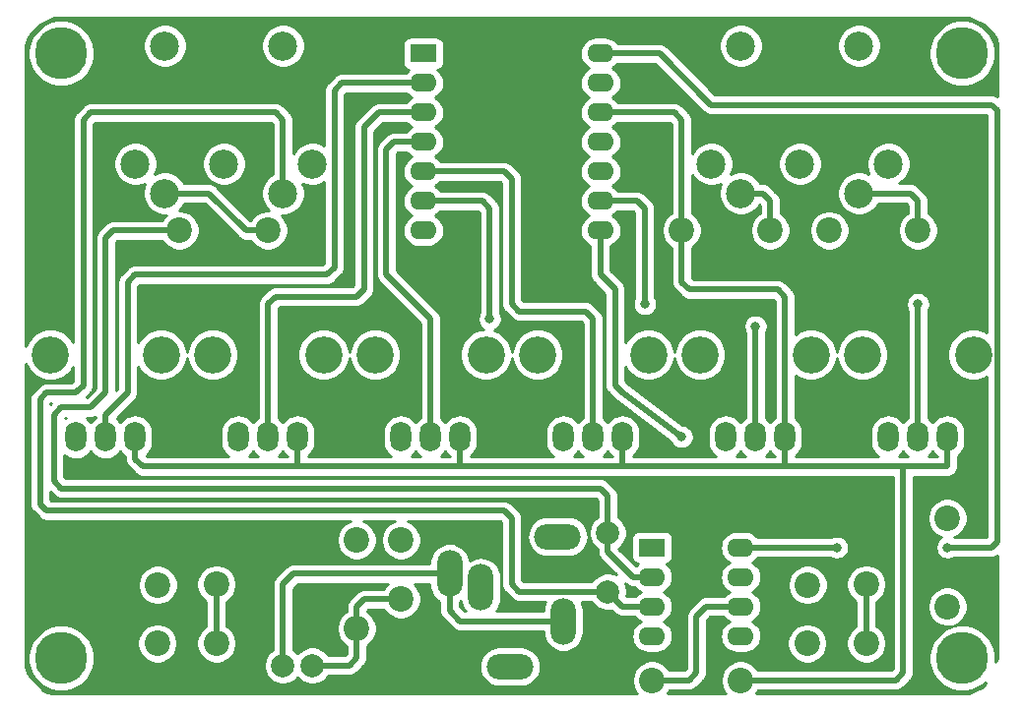
<source format=gbr>
%TF.GenerationSoftware,KiCad,Pcbnew,5.1.9+dfsg1-1~bpo10+1*%
%TF.CreationDate,2021-10-31T09:49:58+01:00*%
%TF.ProjectId,multi,6d756c74-692e-46b6-9963-61645f706362,rev?*%
%TF.SameCoordinates,Original*%
%TF.FileFunction,Copper,L2,Bot*%
%TF.FilePolarity,Positive*%
%FSLAX46Y46*%
G04 Gerber Fmt 4.6, Leading zero omitted, Abs format (unit mm)*
G04 Created by KiCad (PCBNEW 5.1.9+dfsg1-1~bpo10+1) date 2021-10-31 09:49:58*
%MOMM*%
%LPD*%
G01*
G04 APERTURE LIST*
%TA.AperFunction,ComponentPad*%
%ADD10O,3.200000X3.200000*%
%TD*%
%TA.AperFunction,ComponentPad*%
%ADD11O,1.800000X2.600000*%
%TD*%
%TA.AperFunction,ComponentPad*%
%ADD12C,2.200000*%
%TD*%
%TA.AperFunction,ComponentPad*%
%ADD13O,4.000000X2.200000*%
%TD*%
%TA.AperFunction,ComponentPad*%
%ADD14O,2.200000X4.000000*%
%TD*%
%TA.AperFunction,ComponentPad*%
%ADD15C,2.499360*%
%TD*%
%TA.AperFunction,ComponentPad*%
%ADD16R,2.286000X1.574800*%
%TD*%
%TA.AperFunction,ComponentPad*%
%ADD17O,2.286000X1.574800*%
%TD*%
%TA.AperFunction,ComponentPad*%
%ADD18C,2.000000*%
%TD*%
%TA.AperFunction,ComponentPad*%
%ADD19C,4.500000*%
%TD*%
%TA.AperFunction,ViaPad*%
%ADD20C,0.800000*%
%TD*%
%TA.AperFunction,Conductor*%
%ADD21C,0.500000*%
%TD*%
%TA.AperFunction,NonConductor*%
%ADD22C,0.254000*%
%TD*%
%TA.AperFunction,NonConductor*%
%ADD23C,0.100000*%
%TD*%
G04 APERTURE END LIST*
D10*
%TO.P,KNOB6,5*%
%TO.N,N/C*%
X185102500Y-93268800D03*
%TO.P,KNOB6,4*%
X175577500Y-93268800D03*
D11*
%TO.P,KNOB6,3*%
%TO.N,+3V3*%
X182880000Y-100330000D03*
%TO.P,KNOB6,2*%
%TO.N,KNOB6*%
X180340000Y-100330000D03*
%TO.P,KNOB6,1*%
%TO.N,GND*%
X177800000Y-100330000D03*
%TD*%
D10*
%TO.P,KNOB5,5*%
%TO.N,N/C*%
X171132500Y-93268800D03*
%TO.P,KNOB5,4*%
X161607500Y-93268800D03*
D11*
%TO.P,KNOB5,3*%
%TO.N,+3V3*%
X168910000Y-100330000D03*
%TO.P,KNOB5,2*%
%TO.N,KNOB5*%
X166370000Y-100330000D03*
%TO.P,KNOB5,1*%
%TO.N,GND*%
X163830000Y-100330000D03*
%TD*%
D10*
%TO.P,KNOB4,5*%
%TO.N,N/C*%
X157162500Y-93268800D03*
%TO.P,KNOB4,4*%
X147637500Y-93268800D03*
D11*
%TO.P,KNOB4,3*%
%TO.N,+3V3*%
X154940000Y-100330000D03*
%TO.P,KNOB4,2*%
%TO.N,KNOB4*%
X152400000Y-100330000D03*
%TO.P,KNOB4,1*%
%TO.N,GND*%
X149860000Y-100330000D03*
%TD*%
D10*
%TO.P,KNOB3,5*%
%TO.N,N/C*%
X143192500Y-93268800D03*
%TO.P,KNOB3,4*%
X133667500Y-93268800D03*
D11*
%TO.P,KNOB3,3*%
%TO.N,+3V3*%
X140970000Y-100330000D03*
%TO.P,KNOB3,2*%
%TO.N,KNOB3*%
X138430000Y-100330000D03*
%TO.P,KNOB3,1*%
%TO.N,GND*%
X135890000Y-100330000D03*
%TD*%
D10*
%TO.P,KNOB2,5*%
%TO.N,N/C*%
X129222500Y-93268800D03*
%TO.P,KNOB2,4*%
X119697500Y-93268800D03*
D11*
%TO.P,KNOB2,3*%
%TO.N,+3V3*%
X127000000Y-100330000D03*
%TO.P,KNOB2,2*%
%TO.N,KNOB2*%
X124460000Y-100330000D03*
%TO.P,KNOB2,1*%
%TO.N,GND*%
X121920000Y-100330000D03*
%TD*%
D10*
%TO.P,KNOB1,5*%
%TO.N,N/C*%
X115252500Y-93268800D03*
%TO.P,KNOB1,4*%
X105727500Y-93268800D03*
D11*
%TO.P,KNOB1,3*%
%TO.N,+3V3*%
X113030000Y-100330000D03*
%TO.P,KNOB1,2*%
%TO.N,KNOB1*%
X110490000Y-100330000D03*
%TO.P,KNOB1,1*%
%TO.N,GND*%
X107950000Y-100330000D03*
%TD*%
D12*
%TO.P,R1,2*%
%TO.N,DAC*%
X132080000Y-109220000D03*
%TO.P,R1,1*%
%TO.N,Net-(C1-Pad1)*%
X132080000Y-116840000D03*
%TD*%
%TO.P,R2,2*%
%TO.N,TX*%
X172720000Y-82550000D03*
%TO.P,R2,1*%
%TO.N,Net-(J2-Pad5)*%
X180340000Y-82550000D03*
%TD*%
%TO.P,R3,2*%
%TO.N,Net-(J2-Pad4)*%
X167640000Y-82550000D03*
%TO.P,R3,1*%
%TO.N,+3V3*%
X160020000Y-82550000D03*
%TD*%
%TO.P,R4,2*%
%TO.N,Net-(J1-Pad4)*%
X124460000Y-82550000D03*
%TO.P,R4,1*%
%TO.N,Net-(D1-Pad1)*%
X116840000Y-82550000D03*
%TD*%
%TO.P,R5,2*%
%TO.N,Net-(R5-Pad2)*%
X182880000Y-107315000D03*
%TO.P,R5,1*%
%TO.N,GND*%
X182880000Y-114935000D03*
%TD*%
%TO.P,R6,2*%
%TO.N,+3V3*%
X165100000Y-121285000D03*
%TO.P,R6,1*%
%TO.N,RX*%
X157480000Y-121285000D03*
%TD*%
D13*
%TO.P,J3,G*%
%TO.N,GND*%
X145260000Y-120105000D03*
D14*
%TO.P,J3,S*%
%TO.N,Net-(C2-Pad1)*%
X140060000Y-112105000D03*
%TO.P,J3,SN*%
%TO.N,Net-(J3-PadSN)*%
X142760000Y-113305000D03*
D13*
%TO.P,J3,TN*%
%TO.N,Net-(J3-PadTN)*%
X149360000Y-108905000D03*
D14*
%TO.P,J3,T*%
%TO.N,Net-(C2-Pad1)*%
X149860000Y-116205000D03*
%TD*%
D12*
%TO.P,PB2,4*%
%TO.N,PB2*%
X175895000Y-118110000D03*
%TO.P,PB2,3*%
%TO.N,GND*%
X170815000Y-118110000D03*
%TO.P,PB2,2*%
%TO.N,PB2*%
X175895000Y-113030000D03*
%TO.P,PB2,1*%
%TO.N,GND*%
X170855000Y-113070000D03*
%TD*%
%TO.P,PB1,4*%
%TO.N,PB1*%
X120015000Y-118110000D03*
%TO.P,PB1,3*%
%TO.N,GND*%
X114935000Y-118110000D03*
%TO.P,PB1,2*%
%TO.N,PB1*%
X120015000Y-113030000D03*
%TO.P,PB1,1*%
%TO.N,GND*%
X114975000Y-113070000D03*
%TD*%
D15*
%TO.P,J2,*%
%TO.N,*%
X175260000Y-66675000D03*
X165100000Y-66675000D03*
%TO.P,J2,5*%
%TO.N,Net-(J2-Pad5)*%
X175260000Y-79375000D03*
%TO.P,J2,1*%
%TO.N,Net-(J2-Pad1)*%
X162560000Y-76835000D03*
%TO.P,J2,2*%
%TO.N,GND*%
X170180000Y-76835000D03*
%TO.P,J2,4*%
%TO.N,Net-(J2-Pad4)*%
X165100000Y-79375000D03*
%TO.P,J2,3*%
%TO.N,Net-(J2-Pad3)*%
X177800000Y-76835000D03*
%TD*%
D16*
%TO.P,U2,1*%
%TO.N,DAC*%
X137795000Y-67310000D03*
D17*
%TO.P,U2,2*%
%TO.N,KNOB1*%
X137795000Y-69850000D03*
%TO.P,U2,3*%
%TO.N,KNOB2*%
X137795000Y-72390000D03*
%TO.P,U2,4*%
%TO.N,KNOB3*%
X137795000Y-74930000D03*
%TO.P,U2,5*%
%TO.N,KNOB4*%
X137795000Y-77470000D03*
%TO.P,U2,6*%
%TO.N,KNOB5*%
X137795000Y-80010000D03*
%TO.P,U2,7*%
%TO.N,TX*%
X137795000Y-82550000D03*
%TO.P,U2,8*%
%TO.N,RX*%
X153035000Y-82550000D03*
%TO.P,U2,9*%
%TO.N,KNOB6*%
X153035000Y-80010000D03*
%TO.P,U2,10*%
%TO.N,PB1*%
X153035000Y-77470000D03*
%TO.P,U2,11*%
%TO.N,PB2*%
X153035000Y-74930000D03*
%TO.P,U2,12*%
%TO.N,+3V3*%
X153035000Y-72390000D03*
%TO.P,U2,13*%
%TO.N,GND*%
X153035000Y-69850000D03*
%TO.P,U2,14*%
%TO.N,+5V*%
X153035000Y-67310000D03*
%TD*%
D18*
%TO.P,C2,1*%
%TO.N,Net-(C2-Pad1)*%
X125730000Y-120015000D03*
%TO.P,C2,2*%
%TO.N,Net-(C1-Pad1)*%
X128270000Y-120015000D03*
%TD*%
%TO.P,D1,1*%
%TO.N,Net-(D1-Pad1)*%
X153670000Y-108585000D03*
%TO.P,D1,2*%
%TO.N,Net-(D1-Pad2)*%
X153670000Y-113665000D03*
%TD*%
D19*
%TO.P,HOLE2,1*%
%TO.N,N/C*%
X106680000Y-67310000D03*
%TD*%
%TO.P,HOLE2,1*%
%TO.N,N/C*%
X106680000Y-119380000D03*
%TD*%
%TO.P,HOLE2,1*%
%TO.N,N/C*%
X184150000Y-119380000D03*
%TD*%
%TO.P,HOLE2,1*%
%TO.N,N/C*%
X184150000Y-67310000D03*
%TD*%
D12*
%TO.P,C1,2*%
%TO.N,GND*%
X135890000Y-109220000D03*
%TO.P,C1,1*%
%TO.N,Net-(C1-Pad1)*%
X135890000Y-114300000D03*
%TD*%
D15*
%TO.P,J1,*%
%TO.N,*%
X125730000Y-66675000D03*
X115570000Y-66675000D03*
%TO.P,J1,5*%
%TO.N,Net-(D1-Pad2)*%
X125730000Y-79375000D03*
%TO.P,J1,1*%
%TO.N,Net-(J1-Pad1)*%
X113030000Y-76835000D03*
%TO.P,J1,2*%
%TO.N,Net-(J1-Pad2)*%
X120650000Y-76835000D03*
%TO.P,J1,4*%
%TO.N,Net-(J1-Pad4)*%
X115570000Y-79375000D03*
%TO.P,J1,3*%
%TO.N,Net-(J1-Pad3)*%
X128270000Y-76835000D03*
%TD*%
D17*
%TO.P,U1,8*%
%TO.N,+5V*%
X165100000Y-109855000D03*
%TO.P,U1,7*%
%TO.N,Net-(R5-Pad2)*%
X165100000Y-112395000D03*
%TO.P,U1,6*%
%TO.N,RX*%
X165100000Y-114935000D03*
%TO.P,U1,5*%
%TO.N,GND*%
X165100000Y-117475000D03*
%TO.P,U1,4*%
%TO.N,Net-(U1-Pad4)*%
X157480000Y-117475000D03*
%TO.P,U1,3*%
%TO.N,Net-(D1-Pad2)*%
X157480000Y-114935000D03*
%TO.P,U1,2*%
%TO.N,Net-(D1-Pad1)*%
X157480000Y-112395000D03*
D16*
%TO.P,U1,1*%
%TO.N,Net-(U1-Pad1)*%
X157480000Y-109855000D03*
%TD*%
D20*
%TO.N,RX*%
X160020000Y-100330000D03*
%TO.N,+5V*%
X173355000Y-109855000D03*
X182880000Y-109855000D03*
%TO.N,KNOB5*%
X143510000Y-90170000D03*
X166370000Y-90805000D03*
%TO.N,KNOB6*%
X156845000Y-88900000D03*
X180340000Y-88900000D03*
X180340000Y-88900000D03*
%TD*%
D21*
%TO.N,Net-(C1-Pad1)*%
X135890000Y-114300000D02*
X132715000Y-114300000D01*
X132080000Y-114935000D02*
X132080000Y-116840000D01*
X132715000Y-114300000D02*
X132080000Y-114935000D01*
X128270000Y-120015000D02*
X131445000Y-120015000D01*
X132080000Y-119380000D02*
X132080000Y-116840000D01*
X131445000Y-120015000D02*
X132080000Y-119380000D01*
%TO.N,Net-(C2-Pad1)*%
X140060000Y-112105000D02*
X126655000Y-112105000D01*
X125730000Y-113030000D02*
X125730000Y-120015000D01*
X126655000Y-112105000D02*
X125730000Y-113030000D01*
X140060000Y-115295000D02*
X140060000Y-112105000D01*
X149860000Y-116205000D02*
X140970000Y-116205000D01*
X140970000Y-116205000D02*
X140060000Y-115295000D01*
%TO.N,Net-(D1-Pad1)*%
X153670000Y-110228000D02*
X153670000Y-108585000D01*
X155837000Y-112395000D02*
X153670000Y-110228000D01*
X157480000Y-112395000D02*
X155837000Y-112395000D01*
X153670000Y-105410000D02*
X153670000Y-108585000D01*
X153035000Y-104775000D02*
X153670000Y-105410000D01*
X106045000Y-104140000D02*
X106680000Y-104775000D01*
X106680000Y-104775000D02*
X153035000Y-104775000D01*
X110490000Y-96520000D02*
X109220000Y-97790000D01*
X109220000Y-97790000D02*
X106680000Y-97790000D01*
X106045000Y-98425000D02*
X106045000Y-104140000D01*
X106680000Y-97790000D02*
X106045000Y-98425000D01*
X116840000Y-82550000D02*
X111125000Y-82550000D01*
X110490000Y-83185000D02*
X111125000Y-82550000D01*
X110490000Y-83185000D02*
X110490000Y-96520000D01*
%TO.N,Net-(D1-Pad2)*%
X153670000Y-113665000D02*
X154940000Y-114935000D01*
X154940000Y-114935000D02*
X157480000Y-114935000D01*
X125730000Y-79375000D02*
X125730000Y-73025000D01*
X109220000Y-72390000D02*
X108585000Y-73025000D01*
X125730000Y-73025000D02*
X125095000Y-72390000D01*
X125095000Y-72390000D02*
X109220000Y-72390000D01*
X108585000Y-73025000D02*
X108585000Y-95885000D01*
X108585000Y-95885000D02*
X108015010Y-96454990D01*
X146050000Y-113665000D02*
X145415000Y-113030000D01*
X153670000Y-113665000D02*
X146050000Y-113665000D01*
X145415000Y-113030000D02*
X145415000Y-107315000D01*
X145415000Y-107315000D02*
X144780000Y-106680000D01*
X104840010Y-106110010D02*
X105410000Y-106680000D01*
X144780000Y-106680000D02*
X105410000Y-106680000D01*
X104840010Y-97089990D02*
X104840010Y-106110010D01*
X104840010Y-97089990D02*
X105410000Y-96520000D01*
X107950000Y-96520000D02*
X108015010Y-96454990D01*
X105410000Y-96520000D02*
X107950000Y-96520000D01*
%TO.N,Net-(J1-Pad4)*%
X122555000Y-82550000D02*
X124460000Y-82550000D01*
X119380000Y-79375000D02*
X122555000Y-82550000D01*
X115570000Y-79375000D02*
X119380000Y-79375000D01*
%TO.N,Net-(J2-Pad4)*%
X165100000Y-79375000D02*
X167005000Y-79375000D01*
X167640000Y-80010000D02*
X167640000Y-82550000D01*
X167005000Y-79375000D02*
X167640000Y-80010000D01*
%TO.N,Net-(J2-Pad5)*%
X175260000Y-79375000D02*
X179705000Y-79375000D01*
X180340000Y-80010000D02*
X180340000Y-82550000D01*
X179705000Y-79375000D02*
X180340000Y-80010000D01*
%TO.N,+3V3*%
X153035000Y-72390000D02*
X159385000Y-72390000D01*
X159385000Y-72390000D02*
X160020000Y-73025000D01*
X160020000Y-82550000D02*
X160020000Y-80010000D01*
X160020000Y-73025000D02*
X160020000Y-80010000D01*
X127000000Y-102870000D02*
X127000000Y-100330000D01*
X113030000Y-102235000D02*
X113665000Y-102870000D01*
X113665000Y-102870000D02*
X127000000Y-102870000D01*
X113030000Y-100330000D02*
X113030000Y-102235000D01*
X127000000Y-102870000D02*
X140970000Y-102870000D01*
X140970000Y-102870000D02*
X140970000Y-100330000D01*
X140970000Y-102870000D02*
X154940000Y-102870000D01*
X154940000Y-102870000D02*
X154940000Y-100330000D01*
X154940000Y-102870000D02*
X168910000Y-102870000D01*
X168910000Y-102870000D02*
X168910000Y-100330000D01*
X182880000Y-102870000D02*
X182880000Y-100330000D01*
X168910000Y-102870000D02*
X179070000Y-102870000D01*
X179070000Y-102870000D02*
X182880000Y-102870000D01*
X160020000Y-82550000D02*
X160020000Y-86995000D01*
X160020000Y-86995000D02*
X160655000Y-87630000D01*
X168910000Y-99060000D02*
X168910000Y-100330000D01*
X168275000Y-87630000D02*
X168910000Y-88265000D01*
X168910000Y-88265000D02*
X168910000Y-99060000D01*
X160655000Y-87630000D02*
X168275000Y-87630000D01*
X178435000Y-121285000D02*
X179070000Y-120650000D01*
X179070000Y-120650000D02*
X179070000Y-102870000D01*
X165100000Y-121285000D02*
X178435000Y-121285000D01*
%TO.N,RX*%
X162125562Y-114935000D02*
X165100000Y-114935000D01*
X161290000Y-115770562D02*
X162125562Y-114935000D01*
X160655000Y-121285000D02*
X161290000Y-120650000D01*
X161290000Y-120650000D02*
X161290000Y-115770562D01*
X157480000Y-121285000D02*
X160655000Y-121285000D01*
X162125562Y-114935000D02*
X162125562Y-114935000D01*
X160020000Y-100330000D02*
X154940000Y-96520000D01*
X154305000Y-95885000D02*
X154940000Y-96520000D01*
X153035000Y-86360000D02*
X153035000Y-82550000D01*
X154305000Y-87630000D02*
X154305000Y-95885000D01*
X154305000Y-87630000D02*
X153035000Y-86360000D01*
%TO.N,+5V*%
X165100000Y-109855000D02*
X173355000Y-109855000D01*
X158115000Y-67310000D02*
X153035000Y-67310000D01*
X162547765Y-71742765D02*
X158115000Y-67310000D01*
X187152501Y-72217501D02*
X186677765Y-71742765D01*
X182880000Y-109855000D02*
X186690000Y-109855000D01*
X186690000Y-109855000D02*
X187152501Y-109392499D01*
X187152501Y-109392499D02*
X187152501Y-72217501D01*
X186677765Y-71742765D02*
X162547765Y-71742765D01*
%TO.N,KNOB1*%
X130810000Y-69850000D02*
X130175000Y-70485000D01*
X137795000Y-69850000D02*
X130810000Y-69850000D01*
X130175000Y-85725000D02*
X129540000Y-86360000D01*
X129540000Y-86360000D02*
X113030000Y-86360000D01*
X130175000Y-70485000D02*
X130175000Y-85725000D01*
X113030000Y-86360000D02*
X112395000Y-86995000D01*
X112395000Y-86995000D02*
X112395000Y-96520000D01*
X110490000Y-98425000D02*
X112395000Y-96520000D01*
X110490000Y-100330000D02*
X110490000Y-98425000D01*
%TO.N,KNOB2*%
X133985000Y-72390000D02*
X137795000Y-72390000D01*
X132715000Y-73660000D02*
X133985000Y-72390000D01*
X124460000Y-88900000D02*
X125095000Y-88265000D01*
X124460000Y-100330000D02*
X124460000Y-88900000D01*
X132080000Y-88265000D02*
X132715000Y-87630000D01*
X132715000Y-87630000D02*
X132715000Y-73660000D01*
X125095000Y-88265000D02*
X132080000Y-88265000D01*
%TO.N,KNOB3*%
X138430000Y-100330000D02*
X138430000Y-90170000D01*
X138430000Y-90170000D02*
X134620000Y-86360000D01*
X134620000Y-86360000D02*
X134620000Y-75565000D01*
X135255000Y-74930000D02*
X137795000Y-74930000D01*
X134620000Y-75565000D02*
X135255000Y-74930000D01*
%TO.N,KNOB4*%
X152400000Y-90170000D02*
X152400000Y-100330000D01*
X137795000Y-77470000D02*
X144780000Y-77470000D01*
X145415000Y-78105000D02*
X145415000Y-88900000D01*
X144780000Y-77470000D02*
X145415000Y-78105000D01*
X145415000Y-88900000D02*
X146050000Y-89535000D01*
X146050000Y-89535000D02*
X151765000Y-89535000D01*
X151765000Y-89535000D02*
X152400000Y-90170000D01*
%TO.N,KNOB5*%
X143510000Y-86360000D02*
X143510000Y-86360000D01*
X143510000Y-86360000D02*
X143510000Y-86360000D01*
X143510000Y-80645000D02*
X142875000Y-80010000D01*
X142875000Y-80010000D02*
X137795000Y-80010000D01*
X143510000Y-90170000D02*
X143510000Y-80645000D01*
X166370000Y-91440000D02*
X166370000Y-100330000D01*
X166370000Y-90805000D02*
X166370000Y-91440000D01*
%TO.N,KNOB6*%
X156845000Y-88900000D02*
X156845000Y-88900000D01*
X180340000Y-88900000D02*
X180340000Y-100330000D01*
X153035000Y-80010000D02*
X156210000Y-80010000D01*
X156210000Y-80010000D02*
X156845000Y-80645000D01*
X156845000Y-80645000D02*
X156845000Y-81915000D01*
X156845000Y-81915000D02*
X156845000Y-88900000D01*
%TO.N,PB1*%
X120015000Y-118110000D02*
X120015000Y-113030000D01*
%TO.N,PB2*%
X175895000Y-118110000D02*
X175895000Y-113030000D01*
%TD*%
D22*
X103746869Y-94327469D02*
X103991462Y-94693529D01*
X104302771Y-95004838D01*
X104668831Y-95249431D01*
X105075575Y-95417910D01*
X105507372Y-95503800D01*
X105947628Y-95503800D01*
X106379425Y-95417910D01*
X106786169Y-95249431D01*
X107152229Y-95004838D01*
X107463538Y-94693529D01*
X107700001Y-94339637D01*
X107700001Y-95518421D01*
X107583422Y-95635000D01*
X105453469Y-95635000D01*
X105410000Y-95630719D01*
X105366531Y-95635000D01*
X105366523Y-95635000D01*
X105236510Y-95647805D01*
X105069686Y-95698411D01*
X104964195Y-95754797D01*
X104915941Y-95780589D01*
X104781183Y-95891183D01*
X104753468Y-95924954D01*
X104244966Y-96433456D01*
X104211193Y-96461173D01*
X104100599Y-96595932D01*
X104018421Y-96749678D01*
X103984860Y-96860313D01*
X103967815Y-96916500D01*
X103966222Y-96932676D01*
X103955010Y-97046514D01*
X103955010Y-97046521D01*
X103950729Y-97089990D01*
X103955010Y-97133459D01*
X103955011Y-106066531D01*
X103950729Y-106110010D01*
X103967815Y-106283500D01*
X104018422Y-106450323D01*
X104100600Y-106604069D01*
X104183478Y-106705056D01*
X104183481Y-106705059D01*
X104211194Y-106738827D01*
X104244962Y-106766540D01*
X104753466Y-107275044D01*
X104781183Y-107308817D01*
X104814954Y-107336532D01*
X104915941Y-107419411D01*
X105069686Y-107501589D01*
X105205368Y-107542748D01*
X105236510Y-107552195D01*
X105366523Y-107565000D01*
X105366531Y-107565000D01*
X105410000Y-107569281D01*
X105453469Y-107565000D01*
X131541750Y-107565000D01*
X131258169Y-107682463D01*
X130974002Y-107872337D01*
X130732337Y-108114002D01*
X130542463Y-108398169D01*
X130411675Y-108713919D01*
X130345000Y-109049117D01*
X130345000Y-109390883D01*
X130411675Y-109726081D01*
X130542463Y-110041831D01*
X130732337Y-110325998D01*
X130974002Y-110567663D01*
X131258169Y-110757537D01*
X131573919Y-110888325D01*
X131909117Y-110955000D01*
X132250883Y-110955000D01*
X132586081Y-110888325D01*
X132901831Y-110757537D01*
X133185998Y-110567663D01*
X133427663Y-110325998D01*
X133617537Y-110041831D01*
X133748325Y-109726081D01*
X133815000Y-109390883D01*
X133815000Y-109049117D01*
X133748325Y-108713919D01*
X133617537Y-108398169D01*
X133427663Y-108114002D01*
X133185998Y-107872337D01*
X132901831Y-107682463D01*
X132618250Y-107565000D01*
X135351750Y-107565000D01*
X135068169Y-107682463D01*
X134784002Y-107872337D01*
X134542337Y-108114002D01*
X134352463Y-108398169D01*
X134221675Y-108713919D01*
X134155000Y-109049117D01*
X134155000Y-109390883D01*
X134221675Y-109726081D01*
X134352463Y-110041831D01*
X134542337Y-110325998D01*
X134784002Y-110567663D01*
X135068169Y-110757537D01*
X135383919Y-110888325D01*
X135719117Y-110955000D01*
X136060883Y-110955000D01*
X136396081Y-110888325D01*
X136711831Y-110757537D01*
X136995998Y-110567663D01*
X137237663Y-110325998D01*
X137427537Y-110041831D01*
X137558325Y-109726081D01*
X137625000Y-109390883D01*
X137625000Y-109049117D01*
X137558325Y-108713919D01*
X137427537Y-108398169D01*
X137237663Y-108114002D01*
X136995998Y-107872337D01*
X136711831Y-107682463D01*
X136428250Y-107565000D01*
X144413422Y-107565000D01*
X144530001Y-107681580D01*
X144530000Y-112986531D01*
X144525719Y-113030000D01*
X144530000Y-113073469D01*
X144530000Y-113073476D01*
X144539599Y-113170941D01*
X144542805Y-113203490D01*
X144558157Y-113254096D01*
X144593411Y-113370312D01*
X144675589Y-113524058D01*
X144786183Y-113658817D01*
X144819954Y-113686532D01*
X145393470Y-114260049D01*
X145421183Y-114293817D01*
X145454951Y-114321530D01*
X145454953Y-114321532D01*
X145555941Y-114404411D01*
X145709686Y-114486589D01*
X145876510Y-114537195D01*
X146006523Y-114550000D01*
X146006531Y-114550000D01*
X146050000Y-114554281D01*
X146093469Y-114550000D01*
X148296262Y-114550000D01*
X148249314Y-114637833D01*
X148150105Y-114964882D01*
X148125000Y-115219776D01*
X148125000Y-115320000D01*
X144089414Y-115320000D01*
X144209579Y-115173578D01*
X144370686Y-114872168D01*
X144469895Y-114545119D01*
X144495000Y-114290225D01*
X144495000Y-112319775D01*
X144469895Y-112064881D01*
X144370686Y-111737832D01*
X144209579Y-111436422D01*
X143992766Y-111172234D01*
X143728577Y-110955421D01*
X143427167Y-110794314D01*
X143100118Y-110695105D01*
X142760000Y-110661606D01*
X142419881Y-110695105D01*
X142092832Y-110794314D01*
X141791422Y-110955421D01*
X141779755Y-110964995D01*
X141769895Y-110864881D01*
X141670686Y-110537832D01*
X141509579Y-110236422D01*
X141292766Y-109972234D01*
X141028577Y-109755421D01*
X140727167Y-109594314D01*
X140400118Y-109495105D01*
X140060000Y-109461606D01*
X139719881Y-109495105D01*
X139392832Y-109594314D01*
X139091422Y-109755421D01*
X138827234Y-109972234D01*
X138610421Y-110236423D01*
X138449314Y-110537833D01*
X138350105Y-110864882D01*
X138325000Y-111119776D01*
X138325000Y-111220000D01*
X126698469Y-111220000D01*
X126655000Y-111215719D01*
X126611531Y-111220000D01*
X126611523Y-111220000D01*
X126481510Y-111232805D01*
X126314686Y-111283411D01*
X126160941Y-111365589D01*
X126059953Y-111448468D01*
X126059951Y-111448470D01*
X126026183Y-111476183D01*
X125998470Y-111509951D01*
X125134956Y-112373466D01*
X125101183Y-112401183D01*
X124990589Y-112535942D01*
X124908411Y-112689688D01*
X124881015Y-112780000D01*
X124861476Y-112844411D01*
X124857805Y-112856511D01*
X124845000Y-112986524D01*
X124845000Y-112986531D01*
X124840719Y-113030000D01*
X124845000Y-113073469D01*
X124845001Y-118639940D01*
X124687748Y-118745013D01*
X124460013Y-118972748D01*
X124281082Y-119240537D01*
X124157832Y-119538088D01*
X124095000Y-119853967D01*
X124095000Y-120176033D01*
X124157832Y-120491912D01*
X124281082Y-120789463D01*
X124460013Y-121057252D01*
X124687748Y-121284987D01*
X124955537Y-121463918D01*
X125253088Y-121587168D01*
X125568967Y-121650000D01*
X125891033Y-121650000D01*
X126206912Y-121587168D01*
X126504463Y-121463918D01*
X126772252Y-121284987D01*
X126999987Y-121057252D01*
X127000000Y-121057233D01*
X127000013Y-121057252D01*
X127227748Y-121284987D01*
X127495537Y-121463918D01*
X127793088Y-121587168D01*
X128108967Y-121650000D01*
X128431033Y-121650000D01*
X128746912Y-121587168D01*
X129044463Y-121463918D01*
X129312252Y-121284987D01*
X129539987Y-121057252D01*
X129645059Y-120900000D01*
X131401531Y-120900000D01*
X131445000Y-120904281D01*
X131488469Y-120900000D01*
X131488477Y-120900000D01*
X131618490Y-120887195D01*
X131785313Y-120836589D01*
X131939059Y-120754411D01*
X132073817Y-120643817D01*
X132101534Y-120610044D01*
X132606578Y-120105000D01*
X142616606Y-120105000D01*
X142650105Y-120445119D01*
X142749314Y-120772168D01*
X142910421Y-121073578D01*
X143127234Y-121337766D01*
X143391422Y-121554579D01*
X143692832Y-121715686D01*
X144019881Y-121814895D01*
X144274775Y-121840000D01*
X146245225Y-121840000D01*
X146500119Y-121814895D01*
X146827168Y-121715686D01*
X147128578Y-121554579D01*
X147392766Y-121337766D01*
X147609579Y-121073578D01*
X147770686Y-120772168D01*
X147869895Y-120445119D01*
X147903394Y-120105000D01*
X147869895Y-119764881D01*
X147770686Y-119437832D01*
X147609579Y-119136422D01*
X147392766Y-118872234D01*
X147128578Y-118655421D01*
X146827168Y-118494314D01*
X146500119Y-118395105D01*
X146245225Y-118370000D01*
X144274775Y-118370000D01*
X144019881Y-118395105D01*
X143692832Y-118494314D01*
X143391422Y-118655421D01*
X143127234Y-118872234D01*
X142910421Y-119136422D01*
X142749314Y-119437832D01*
X142650105Y-119764881D01*
X142616606Y-120105000D01*
X132606578Y-120105000D01*
X132675050Y-120036529D01*
X132708817Y-120008817D01*
X132750854Y-119957596D01*
X132819411Y-119874059D01*
X132901589Y-119720314D01*
X132952195Y-119553490D01*
X132956631Y-119508445D01*
X132965000Y-119423477D01*
X132965000Y-119423469D01*
X132969281Y-119380000D01*
X132965000Y-119336531D01*
X132965000Y-118335329D01*
X133185998Y-118187663D01*
X133427663Y-117945998D01*
X133617537Y-117661831D01*
X133748325Y-117346081D01*
X133815000Y-117010883D01*
X133815000Y-116669117D01*
X133748325Y-116333919D01*
X133617537Y-116018169D01*
X133427663Y-115734002D01*
X133185998Y-115492337D01*
X132965000Y-115344671D01*
X132965000Y-115301578D01*
X133081579Y-115185000D01*
X134394671Y-115185000D01*
X134542337Y-115405998D01*
X134784002Y-115647663D01*
X135068169Y-115837537D01*
X135383919Y-115968325D01*
X135719117Y-116035000D01*
X136060883Y-116035000D01*
X136396081Y-115968325D01*
X136711831Y-115837537D01*
X136995998Y-115647663D01*
X137237663Y-115405998D01*
X137427537Y-115121831D01*
X137558325Y-114806081D01*
X137625000Y-114470883D01*
X137625000Y-114129117D01*
X137558325Y-113793919D01*
X137427537Y-113478169D01*
X137237663Y-113194002D01*
X137033661Y-112990000D01*
X138325000Y-112990000D01*
X138325000Y-113090225D01*
X138350106Y-113345119D01*
X138449315Y-113672168D01*
X138610422Y-113973578D01*
X138827235Y-114237766D01*
X139091423Y-114454579D01*
X139175000Y-114499252D01*
X139175000Y-115251531D01*
X139170719Y-115295000D01*
X139175000Y-115338469D01*
X139175000Y-115338476D01*
X139187805Y-115468489D01*
X139238411Y-115635312D01*
X139320589Y-115789058D01*
X139431183Y-115923817D01*
X139464956Y-115951534D01*
X140313470Y-116800049D01*
X140341183Y-116833817D01*
X140374951Y-116861530D01*
X140374953Y-116861532D01*
X140401693Y-116883477D01*
X140475941Y-116944411D01*
X140629687Y-117026589D01*
X140796510Y-117077195D01*
X140926523Y-117090000D01*
X140926533Y-117090000D01*
X140969999Y-117094281D01*
X141013465Y-117090000D01*
X148125000Y-117090000D01*
X148125000Y-117190225D01*
X148150106Y-117445119D01*
X148249315Y-117772168D01*
X148410422Y-118073578D01*
X148627235Y-118337766D01*
X148891423Y-118554579D01*
X149192833Y-118715686D01*
X149519882Y-118814895D01*
X149860000Y-118848394D01*
X150200119Y-118814895D01*
X150527168Y-118715686D01*
X150828578Y-118554579D01*
X151092766Y-118337766D01*
X151309579Y-118073578D01*
X151470686Y-117772168D01*
X151569895Y-117445119D01*
X151595000Y-117190225D01*
X151595000Y-115219775D01*
X151569895Y-114964881D01*
X151470686Y-114637832D01*
X151423739Y-114550000D01*
X152294941Y-114550000D01*
X152400013Y-114707252D01*
X152627748Y-114934987D01*
X152895537Y-115113918D01*
X153193088Y-115237168D01*
X153508967Y-115300000D01*
X153831033Y-115300000D01*
X154016525Y-115263104D01*
X154283468Y-115530047D01*
X154311183Y-115563817D01*
X154344951Y-115591530D01*
X154344953Y-115591532D01*
X154351704Y-115597072D01*
X154445941Y-115674411D01*
X154599687Y-115756589D01*
X154766510Y-115807195D01*
X154896523Y-115820000D01*
X154896533Y-115820000D01*
X154939999Y-115824281D01*
X154983465Y-115820000D01*
X156010622Y-115820000D01*
X156113745Y-115945655D01*
X156330333Y-116123405D01*
X156482987Y-116205000D01*
X156330333Y-116286595D01*
X156113745Y-116464345D01*
X155935995Y-116680933D01*
X155803916Y-116928037D01*
X155722581Y-117196161D01*
X155695118Y-117475000D01*
X155722581Y-117753839D01*
X155803916Y-118021963D01*
X155935995Y-118269067D01*
X156113745Y-118485655D01*
X156330333Y-118663405D01*
X156577437Y-118795484D01*
X156845561Y-118876819D01*
X157054525Y-118897400D01*
X157905475Y-118897400D01*
X158114439Y-118876819D01*
X158382563Y-118795484D01*
X158629667Y-118663405D01*
X158846255Y-118485655D01*
X159024005Y-118269067D01*
X159156084Y-118021963D01*
X159237419Y-117753839D01*
X159264882Y-117475000D01*
X159237419Y-117196161D01*
X159156084Y-116928037D01*
X159024005Y-116680933D01*
X158846255Y-116464345D01*
X158629667Y-116286595D01*
X158477013Y-116205000D01*
X158629667Y-116123405D01*
X158846255Y-115945655D01*
X159024005Y-115729067D01*
X159156084Y-115481963D01*
X159237419Y-115213839D01*
X159264882Y-114935000D01*
X159237419Y-114656161D01*
X159156084Y-114388037D01*
X159024005Y-114140933D01*
X158846255Y-113924345D01*
X158629667Y-113746595D01*
X158477013Y-113665000D01*
X158629667Y-113583405D01*
X158846255Y-113405655D01*
X159024005Y-113189067D01*
X159156084Y-112941963D01*
X159237419Y-112673839D01*
X159264882Y-112395000D01*
X159237419Y-112116161D01*
X159156084Y-111848037D01*
X159024005Y-111600933D01*
X158846255Y-111384345D01*
X158709326Y-111271970D01*
X158747482Y-111268212D01*
X158867180Y-111231902D01*
X158977494Y-111172937D01*
X159074185Y-111093585D01*
X159153537Y-110996894D01*
X159212502Y-110886580D01*
X159248812Y-110766882D01*
X159261072Y-110642400D01*
X159261072Y-109067600D01*
X159248812Y-108943118D01*
X159212502Y-108823420D01*
X159153537Y-108713106D01*
X159074185Y-108616415D01*
X158977494Y-108537063D01*
X158867180Y-108478098D01*
X158747482Y-108441788D01*
X158623000Y-108429528D01*
X156337000Y-108429528D01*
X156212518Y-108441788D01*
X156092820Y-108478098D01*
X155982506Y-108537063D01*
X155885815Y-108616415D01*
X155806463Y-108713106D01*
X155747498Y-108823420D01*
X155711188Y-108943118D01*
X155698928Y-109067600D01*
X155698928Y-110642400D01*
X155711188Y-110766882D01*
X155747498Y-110886580D01*
X155806463Y-110996894D01*
X155885815Y-111093585D01*
X155982506Y-111172937D01*
X156092820Y-111231902D01*
X156212518Y-111268212D01*
X156250674Y-111271970D01*
X156113745Y-111384345D01*
X156097598Y-111404020D01*
X154614129Y-109920551D01*
X154712252Y-109854987D01*
X154939987Y-109627252D01*
X155118918Y-109359463D01*
X155242168Y-109061912D01*
X155305000Y-108746033D01*
X155305000Y-108423967D01*
X155242168Y-108108088D01*
X155118918Y-107810537D01*
X154939987Y-107542748D01*
X154712252Y-107315013D01*
X154555000Y-107209941D01*
X154555000Y-105453469D01*
X154559281Y-105410000D01*
X154555000Y-105366531D01*
X154555000Y-105366523D01*
X154542195Y-105236510D01*
X154505430Y-105115313D01*
X154491589Y-105069686D01*
X154409411Y-104915941D01*
X154326532Y-104814953D01*
X154326530Y-104814951D01*
X154298817Y-104781183D01*
X154265050Y-104753471D01*
X153691534Y-104179956D01*
X153663817Y-104146183D01*
X153529059Y-104035589D01*
X153375313Y-103953411D01*
X153208490Y-103902805D01*
X153078477Y-103890000D01*
X153078469Y-103890000D01*
X153035000Y-103885719D01*
X152991531Y-103890000D01*
X107046579Y-103890000D01*
X106930000Y-103773422D01*
X106930000Y-101878651D01*
X107093074Y-102012481D01*
X107359740Y-102155017D01*
X107649088Y-102242790D01*
X107950000Y-102272427D01*
X108250913Y-102242790D01*
X108540261Y-102155017D01*
X108806927Y-102012481D01*
X109040661Y-101820661D01*
X109220000Y-101602135D01*
X109399339Y-101820661D01*
X109633074Y-102012481D01*
X109899740Y-102155017D01*
X110189088Y-102242790D01*
X110490000Y-102272427D01*
X110790913Y-102242790D01*
X111080261Y-102155017D01*
X111346927Y-102012481D01*
X111580661Y-101820661D01*
X111760000Y-101602135D01*
X111939339Y-101820661D01*
X112145001Y-101989442D01*
X112145001Y-102191521D01*
X112140719Y-102235000D01*
X112157805Y-102408490D01*
X112208412Y-102575313D01*
X112290590Y-102729059D01*
X112373468Y-102830046D01*
X112373471Y-102830049D01*
X112401184Y-102863817D01*
X112434951Y-102891529D01*
X113008470Y-103465049D01*
X113036183Y-103498817D01*
X113069951Y-103526530D01*
X113069953Y-103526532D01*
X113170941Y-103609411D01*
X113324686Y-103691589D01*
X113491510Y-103742195D01*
X113621523Y-103755000D01*
X113621531Y-103755000D01*
X113665000Y-103759281D01*
X113708469Y-103755000D01*
X126956523Y-103755000D01*
X127000000Y-103759282D01*
X127043476Y-103755000D01*
X140926523Y-103755000D01*
X140970000Y-103759282D01*
X141013476Y-103755000D01*
X154896523Y-103755000D01*
X154940000Y-103759282D01*
X154983476Y-103755000D01*
X168866523Y-103755000D01*
X168910000Y-103759282D01*
X168953476Y-103755000D01*
X178185001Y-103755000D01*
X178185000Y-120283421D01*
X178068422Y-120400000D01*
X166595329Y-120400000D01*
X166447663Y-120179002D01*
X166205998Y-119937337D01*
X165921831Y-119747463D01*
X165606081Y-119616675D01*
X165270883Y-119550000D01*
X164929117Y-119550000D01*
X164593919Y-119616675D01*
X164278169Y-119747463D01*
X163994002Y-119937337D01*
X163752337Y-120179002D01*
X163562463Y-120463169D01*
X163431675Y-120778919D01*
X163365000Y-121114117D01*
X163365000Y-121455883D01*
X163431675Y-121791081D01*
X163562463Y-122106831D01*
X163752337Y-122390998D01*
X163789339Y-122428000D01*
X158790661Y-122428000D01*
X158827663Y-122390998D01*
X158975329Y-122170000D01*
X160611531Y-122170000D01*
X160655000Y-122174281D01*
X160698469Y-122170000D01*
X160698477Y-122170000D01*
X160828490Y-122157195D01*
X160995313Y-122106589D01*
X161149059Y-122024411D01*
X161283817Y-121913817D01*
X161311534Y-121880044D01*
X161885050Y-121306529D01*
X161918817Y-121278817D01*
X161967843Y-121219080D01*
X162029411Y-121144059D01*
X162111589Y-120990314D01*
X162162195Y-120823490D01*
X162166681Y-120777938D01*
X162175000Y-120693477D01*
X162175000Y-120693469D01*
X162179281Y-120650000D01*
X162175000Y-120606531D01*
X162175000Y-116137140D01*
X162492141Y-115820000D01*
X163630622Y-115820000D01*
X163733745Y-115945655D01*
X163950333Y-116123405D01*
X164102987Y-116205000D01*
X163950333Y-116286595D01*
X163733745Y-116464345D01*
X163555995Y-116680933D01*
X163423916Y-116928037D01*
X163342581Y-117196161D01*
X163315118Y-117475000D01*
X163342581Y-117753839D01*
X163423916Y-118021963D01*
X163555995Y-118269067D01*
X163733745Y-118485655D01*
X163950333Y-118663405D01*
X164197437Y-118795484D01*
X164465561Y-118876819D01*
X164674525Y-118897400D01*
X165525475Y-118897400D01*
X165734439Y-118876819D01*
X166002563Y-118795484D01*
X166249667Y-118663405D01*
X166466255Y-118485655D01*
X166644005Y-118269067D01*
X166776084Y-118021963D01*
X166801215Y-117939117D01*
X169080000Y-117939117D01*
X169080000Y-118280883D01*
X169146675Y-118616081D01*
X169277463Y-118931831D01*
X169467337Y-119215998D01*
X169709002Y-119457663D01*
X169993169Y-119647537D01*
X170308919Y-119778325D01*
X170644117Y-119845000D01*
X170985883Y-119845000D01*
X171321081Y-119778325D01*
X171636831Y-119647537D01*
X171920998Y-119457663D01*
X172162663Y-119215998D01*
X172352537Y-118931831D01*
X172483325Y-118616081D01*
X172550000Y-118280883D01*
X172550000Y-117939117D01*
X172483325Y-117603919D01*
X172352537Y-117288169D01*
X172162663Y-117004002D01*
X171920998Y-116762337D01*
X171636831Y-116572463D01*
X171321081Y-116441675D01*
X170985883Y-116375000D01*
X170644117Y-116375000D01*
X170308919Y-116441675D01*
X169993169Y-116572463D01*
X169709002Y-116762337D01*
X169467337Y-117004002D01*
X169277463Y-117288169D01*
X169146675Y-117603919D01*
X169080000Y-117939117D01*
X166801215Y-117939117D01*
X166857419Y-117753839D01*
X166884882Y-117475000D01*
X166857419Y-117196161D01*
X166776084Y-116928037D01*
X166644005Y-116680933D01*
X166466255Y-116464345D01*
X166249667Y-116286595D01*
X166097013Y-116205000D01*
X166249667Y-116123405D01*
X166466255Y-115945655D01*
X166644005Y-115729067D01*
X166776084Y-115481963D01*
X166857419Y-115213839D01*
X166884882Y-114935000D01*
X166857419Y-114656161D01*
X166776084Y-114388037D01*
X166644005Y-114140933D01*
X166466255Y-113924345D01*
X166249667Y-113746595D01*
X166097013Y-113665000D01*
X166249667Y-113583405D01*
X166466255Y-113405655D01*
X166644005Y-113189067D01*
X166776084Y-112941963D01*
X166789081Y-112899117D01*
X169120000Y-112899117D01*
X169120000Y-113240883D01*
X169186675Y-113576081D01*
X169317463Y-113891831D01*
X169507337Y-114175998D01*
X169749002Y-114417663D01*
X170033169Y-114607537D01*
X170348919Y-114738325D01*
X170684117Y-114805000D01*
X171025883Y-114805000D01*
X171361081Y-114738325D01*
X171676831Y-114607537D01*
X171960998Y-114417663D01*
X172202663Y-114175998D01*
X172392537Y-113891831D01*
X172523325Y-113576081D01*
X172590000Y-113240883D01*
X172590000Y-112899117D01*
X172582044Y-112859117D01*
X174160000Y-112859117D01*
X174160000Y-113200883D01*
X174226675Y-113536081D01*
X174357463Y-113851831D01*
X174547337Y-114135998D01*
X174789002Y-114377663D01*
X175010001Y-114525329D01*
X175010000Y-116614671D01*
X174789002Y-116762337D01*
X174547337Y-117004002D01*
X174357463Y-117288169D01*
X174226675Y-117603919D01*
X174160000Y-117939117D01*
X174160000Y-118280883D01*
X174226675Y-118616081D01*
X174357463Y-118931831D01*
X174547337Y-119215998D01*
X174789002Y-119457663D01*
X175073169Y-119647537D01*
X175388919Y-119778325D01*
X175724117Y-119845000D01*
X176065883Y-119845000D01*
X176401081Y-119778325D01*
X176716831Y-119647537D01*
X177000998Y-119457663D01*
X177242663Y-119215998D01*
X177432537Y-118931831D01*
X177563325Y-118616081D01*
X177630000Y-118280883D01*
X177630000Y-117939117D01*
X177563325Y-117603919D01*
X177432537Y-117288169D01*
X177242663Y-117004002D01*
X177000998Y-116762337D01*
X176780000Y-116614671D01*
X176780000Y-114525329D01*
X177000998Y-114377663D01*
X177242663Y-114135998D01*
X177432537Y-113851831D01*
X177563325Y-113536081D01*
X177630000Y-113200883D01*
X177630000Y-112859117D01*
X177563325Y-112523919D01*
X177432537Y-112208169D01*
X177242663Y-111924002D01*
X177000998Y-111682337D01*
X176716831Y-111492463D01*
X176401081Y-111361675D01*
X176065883Y-111295000D01*
X175724117Y-111295000D01*
X175388919Y-111361675D01*
X175073169Y-111492463D01*
X174789002Y-111682337D01*
X174547337Y-111924002D01*
X174357463Y-112208169D01*
X174226675Y-112523919D01*
X174160000Y-112859117D01*
X172582044Y-112859117D01*
X172523325Y-112563919D01*
X172392537Y-112248169D01*
X172202663Y-111964002D01*
X171960998Y-111722337D01*
X171676831Y-111532463D01*
X171361081Y-111401675D01*
X171025883Y-111335000D01*
X170684117Y-111335000D01*
X170348919Y-111401675D01*
X170033169Y-111532463D01*
X169749002Y-111722337D01*
X169507337Y-111964002D01*
X169317463Y-112248169D01*
X169186675Y-112563919D01*
X169120000Y-112899117D01*
X166789081Y-112899117D01*
X166857419Y-112673839D01*
X166884882Y-112395000D01*
X166857419Y-112116161D01*
X166776084Y-111848037D01*
X166644005Y-111600933D01*
X166466255Y-111384345D01*
X166249667Y-111206595D01*
X166097013Y-111125000D01*
X166249667Y-111043405D01*
X166466255Y-110865655D01*
X166569378Y-110740000D01*
X172816546Y-110740000D01*
X172864744Y-110772205D01*
X173053102Y-110850226D01*
X173253061Y-110890000D01*
X173456939Y-110890000D01*
X173656898Y-110850226D01*
X173845256Y-110772205D01*
X174014774Y-110658937D01*
X174158937Y-110514774D01*
X174272205Y-110345256D01*
X174350226Y-110156898D01*
X174390000Y-109956939D01*
X174390000Y-109753061D01*
X174350226Y-109553102D01*
X174272205Y-109364744D01*
X174158937Y-109195226D01*
X174014774Y-109051063D01*
X173845256Y-108937795D01*
X173656898Y-108859774D01*
X173456939Y-108820000D01*
X173253061Y-108820000D01*
X173053102Y-108859774D01*
X172864744Y-108937795D01*
X172816546Y-108970000D01*
X166569378Y-108970000D01*
X166466255Y-108844345D01*
X166249667Y-108666595D01*
X166002563Y-108534516D01*
X165734439Y-108453181D01*
X165525475Y-108432600D01*
X164674525Y-108432600D01*
X164465561Y-108453181D01*
X164197437Y-108534516D01*
X163950333Y-108666595D01*
X163733745Y-108844345D01*
X163555995Y-109060933D01*
X163423916Y-109308037D01*
X163342581Y-109576161D01*
X163315118Y-109855000D01*
X163342581Y-110133839D01*
X163423916Y-110401963D01*
X163555995Y-110649067D01*
X163733745Y-110865655D01*
X163950333Y-111043405D01*
X164102987Y-111125000D01*
X163950333Y-111206595D01*
X163733745Y-111384345D01*
X163555995Y-111600933D01*
X163423916Y-111848037D01*
X163342581Y-112116161D01*
X163315118Y-112395000D01*
X163342581Y-112673839D01*
X163423916Y-112941963D01*
X163555995Y-113189067D01*
X163733745Y-113405655D01*
X163950333Y-113583405D01*
X164102987Y-113665000D01*
X163950333Y-113746595D01*
X163733745Y-113924345D01*
X163630622Y-114050000D01*
X162169027Y-114050000D01*
X162125561Y-114045719D01*
X162082095Y-114050000D01*
X162082085Y-114050000D01*
X161952072Y-114062805D01*
X161785249Y-114113411D01*
X161631503Y-114195589D01*
X161631501Y-114195590D01*
X161631502Y-114195590D01*
X161530515Y-114278468D01*
X161530513Y-114278470D01*
X161496745Y-114306183D01*
X161469032Y-114339951D01*
X160694951Y-115114033D01*
X160661184Y-115141745D01*
X160633471Y-115175513D01*
X160633468Y-115175516D01*
X160550590Y-115276503D01*
X160468412Y-115430249D01*
X160417805Y-115597072D01*
X160400719Y-115770562D01*
X160405001Y-115814041D01*
X160405000Y-120283421D01*
X160288422Y-120400000D01*
X158975329Y-120400000D01*
X158827663Y-120179002D01*
X158585998Y-119937337D01*
X158301831Y-119747463D01*
X157986081Y-119616675D01*
X157650883Y-119550000D01*
X157309117Y-119550000D01*
X156973919Y-119616675D01*
X156658169Y-119747463D01*
X156374002Y-119937337D01*
X156132337Y-120179002D01*
X155942463Y-120463169D01*
X155811675Y-120778919D01*
X155745000Y-121114117D01*
X155745000Y-121455883D01*
X155811675Y-121791081D01*
X155942463Y-122106831D01*
X156132337Y-122390998D01*
X156169339Y-122428000D01*
X105939922Y-122428000D01*
X105480836Y-122289394D01*
X105145924Y-122111318D01*
X103949740Y-120915134D01*
X103779050Y-120599449D01*
X103632000Y-120124410D01*
X103632000Y-119095852D01*
X103795000Y-119095852D01*
X103795000Y-119664148D01*
X103905869Y-120221523D01*
X104123346Y-120746560D01*
X104439074Y-121219080D01*
X104840920Y-121620926D01*
X105313440Y-121936654D01*
X105838477Y-122154131D01*
X106395852Y-122265000D01*
X106964148Y-122265000D01*
X107521523Y-122154131D01*
X108046560Y-121936654D01*
X108519080Y-121620926D01*
X108920926Y-121219080D01*
X109236654Y-120746560D01*
X109454131Y-120221523D01*
X109565000Y-119664148D01*
X109565000Y-119095852D01*
X109454131Y-118538477D01*
X109236654Y-118013440D01*
X109186993Y-117939117D01*
X113200000Y-117939117D01*
X113200000Y-118280883D01*
X113266675Y-118616081D01*
X113397463Y-118931831D01*
X113587337Y-119215998D01*
X113829002Y-119457663D01*
X114113169Y-119647537D01*
X114428919Y-119778325D01*
X114764117Y-119845000D01*
X115105883Y-119845000D01*
X115441081Y-119778325D01*
X115756831Y-119647537D01*
X116040998Y-119457663D01*
X116282663Y-119215998D01*
X116472537Y-118931831D01*
X116603325Y-118616081D01*
X116670000Y-118280883D01*
X116670000Y-117939117D01*
X116603325Y-117603919D01*
X116472537Y-117288169D01*
X116282663Y-117004002D01*
X116040998Y-116762337D01*
X115756831Y-116572463D01*
X115441081Y-116441675D01*
X115105883Y-116375000D01*
X114764117Y-116375000D01*
X114428919Y-116441675D01*
X114113169Y-116572463D01*
X113829002Y-116762337D01*
X113587337Y-117004002D01*
X113397463Y-117288169D01*
X113266675Y-117603919D01*
X113200000Y-117939117D01*
X109186993Y-117939117D01*
X108920926Y-117540920D01*
X108519080Y-117139074D01*
X108046560Y-116823346D01*
X107521523Y-116605869D01*
X106964148Y-116495000D01*
X106395852Y-116495000D01*
X105838477Y-116605869D01*
X105313440Y-116823346D01*
X104840920Y-117139074D01*
X104439074Y-117540920D01*
X104123346Y-118013440D01*
X103905869Y-118538477D01*
X103795000Y-119095852D01*
X103632000Y-119095852D01*
X103632000Y-112899117D01*
X113240000Y-112899117D01*
X113240000Y-113240883D01*
X113306675Y-113576081D01*
X113437463Y-113891831D01*
X113627337Y-114175998D01*
X113869002Y-114417663D01*
X114153169Y-114607537D01*
X114468919Y-114738325D01*
X114804117Y-114805000D01*
X115145883Y-114805000D01*
X115481081Y-114738325D01*
X115796831Y-114607537D01*
X116080998Y-114417663D01*
X116322663Y-114175998D01*
X116512537Y-113891831D01*
X116643325Y-113576081D01*
X116710000Y-113240883D01*
X116710000Y-112899117D01*
X116702044Y-112859117D01*
X118280000Y-112859117D01*
X118280000Y-113200883D01*
X118346675Y-113536081D01*
X118477463Y-113851831D01*
X118667337Y-114135998D01*
X118909002Y-114377663D01*
X119130001Y-114525329D01*
X119130000Y-116614671D01*
X118909002Y-116762337D01*
X118667337Y-117004002D01*
X118477463Y-117288169D01*
X118346675Y-117603919D01*
X118280000Y-117939117D01*
X118280000Y-118280883D01*
X118346675Y-118616081D01*
X118477463Y-118931831D01*
X118667337Y-119215998D01*
X118909002Y-119457663D01*
X119193169Y-119647537D01*
X119508919Y-119778325D01*
X119844117Y-119845000D01*
X120185883Y-119845000D01*
X120521081Y-119778325D01*
X120836831Y-119647537D01*
X121120998Y-119457663D01*
X121362663Y-119215998D01*
X121552537Y-118931831D01*
X121683325Y-118616081D01*
X121750000Y-118280883D01*
X121750000Y-117939117D01*
X121683325Y-117603919D01*
X121552537Y-117288169D01*
X121362663Y-117004002D01*
X121120998Y-116762337D01*
X120900000Y-116614671D01*
X120900000Y-114525329D01*
X121120998Y-114377663D01*
X121362663Y-114135998D01*
X121552537Y-113851831D01*
X121683325Y-113536081D01*
X121750000Y-113200883D01*
X121750000Y-112859117D01*
X121683325Y-112523919D01*
X121552537Y-112208169D01*
X121362663Y-111924002D01*
X121120998Y-111682337D01*
X120836831Y-111492463D01*
X120521081Y-111361675D01*
X120185883Y-111295000D01*
X119844117Y-111295000D01*
X119508919Y-111361675D01*
X119193169Y-111492463D01*
X118909002Y-111682337D01*
X118667337Y-111924002D01*
X118477463Y-112208169D01*
X118346675Y-112523919D01*
X118280000Y-112859117D01*
X116702044Y-112859117D01*
X116643325Y-112563919D01*
X116512537Y-112248169D01*
X116322663Y-111964002D01*
X116080998Y-111722337D01*
X115796831Y-111532463D01*
X115481081Y-111401675D01*
X115145883Y-111335000D01*
X114804117Y-111335000D01*
X114468919Y-111401675D01*
X114153169Y-111532463D01*
X113869002Y-111722337D01*
X113627337Y-111964002D01*
X113437463Y-112248169D01*
X113306675Y-112563919D01*
X113240000Y-112899117D01*
X103632000Y-112899117D01*
X103632000Y-94050151D01*
X103746869Y-94327469D01*
%TA.AperFunction,NonConductor*%
D23*
G36*
X103746869Y-94327469D02*
G01*
X103991462Y-94693529D01*
X104302771Y-95004838D01*
X104668831Y-95249431D01*
X105075575Y-95417910D01*
X105507372Y-95503800D01*
X105947628Y-95503800D01*
X106379425Y-95417910D01*
X106786169Y-95249431D01*
X107152229Y-95004838D01*
X107463538Y-94693529D01*
X107700001Y-94339637D01*
X107700001Y-95518421D01*
X107583422Y-95635000D01*
X105453469Y-95635000D01*
X105410000Y-95630719D01*
X105366531Y-95635000D01*
X105366523Y-95635000D01*
X105236510Y-95647805D01*
X105069686Y-95698411D01*
X104964195Y-95754797D01*
X104915941Y-95780589D01*
X104781183Y-95891183D01*
X104753468Y-95924954D01*
X104244966Y-96433456D01*
X104211193Y-96461173D01*
X104100599Y-96595932D01*
X104018421Y-96749678D01*
X103984860Y-96860313D01*
X103967815Y-96916500D01*
X103966222Y-96932676D01*
X103955010Y-97046514D01*
X103955010Y-97046521D01*
X103950729Y-97089990D01*
X103955010Y-97133459D01*
X103955011Y-106066531D01*
X103950729Y-106110010D01*
X103967815Y-106283500D01*
X104018422Y-106450323D01*
X104100600Y-106604069D01*
X104183478Y-106705056D01*
X104183481Y-106705059D01*
X104211194Y-106738827D01*
X104244962Y-106766540D01*
X104753466Y-107275044D01*
X104781183Y-107308817D01*
X104814954Y-107336532D01*
X104915941Y-107419411D01*
X105069686Y-107501589D01*
X105205368Y-107542748D01*
X105236510Y-107552195D01*
X105366523Y-107565000D01*
X105366531Y-107565000D01*
X105410000Y-107569281D01*
X105453469Y-107565000D01*
X131541750Y-107565000D01*
X131258169Y-107682463D01*
X130974002Y-107872337D01*
X130732337Y-108114002D01*
X130542463Y-108398169D01*
X130411675Y-108713919D01*
X130345000Y-109049117D01*
X130345000Y-109390883D01*
X130411675Y-109726081D01*
X130542463Y-110041831D01*
X130732337Y-110325998D01*
X130974002Y-110567663D01*
X131258169Y-110757537D01*
X131573919Y-110888325D01*
X131909117Y-110955000D01*
X132250883Y-110955000D01*
X132586081Y-110888325D01*
X132901831Y-110757537D01*
X133185998Y-110567663D01*
X133427663Y-110325998D01*
X133617537Y-110041831D01*
X133748325Y-109726081D01*
X133815000Y-109390883D01*
X133815000Y-109049117D01*
X133748325Y-108713919D01*
X133617537Y-108398169D01*
X133427663Y-108114002D01*
X133185998Y-107872337D01*
X132901831Y-107682463D01*
X132618250Y-107565000D01*
X135351750Y-107565000D01*
X135068169Y-107682463D01*
X134784002Y-107872337D01*
X134542337Y-108114002D01*
X134352463Y-108398169D01*
X134221675Y-108713919D01*
X134155000Y-109049117D01*
X134155000Y-109390883D01*
X134221675Y-109726081D01*
X134352463Y-110041831D01*
X134542337Y-110325998D01*
X134784002Y-110567663D01*
X135068169Y-110757537D01*
X135383919Y-110888325D01*
X135719117Y-110955000D01*
X136060883Y-110955000D01*
X136396081Y-110888325D01*
X136711831Y-110757537D01*
X136995998Y-110567663D01*
X137237663Y-110325998D01*
X137427537Y-110041831D01*
X137558325Y-109726081D01*
X137625000Y-109390883D01*
X137625000Y-109049117D01*
X137558325Y-108713919D01*
X137427537Y-108398169D01*
X137237663Y-108114002D01*
X136995998Y-107872337D01*
X136711831Y-107682463D01*
X136428250Y-107565000D01*
X144413422Y-107565000D01*
X144530001Y-107681580D01*
X144530000Y-112986531D01*
X144525719Y-113030000D01*
X144530000Y-113073469D01*
X144530000Y-113073476D01*
X144539599Y-113170941D01*
X144542805Y-113203490D01*
X144558157Y-113254096D01*
X144593411Y-113370312D01*
X144675589Y-113524058D01*
X144786183Y-113658817D01*
X144819954Y-113686532D01*
X145393470Y-114260049D01*
X145421183Y-114293817D01*
X145454951Y-114321530D01*
X145454953Y-114321532D01*
X145555941Y-114404411D01*
X145709686Y-114486589D01*
X145876510Y-114537195D01*
X146006523Y-114550000D01*
X146006531Y-114550000D01*
X146050000Y-114554281D01*
X146093469Y-114550000D01*
X148296262Y-114550000D01*
X148249314Y-114637833D01*
X148150105Y-114964882D01*
X148125000Y-115219776D01*
X148125000Y-115320000D01*
X144089414Y-115320000D01*
X144209579Y-115173578D01*
X144370686Y-114872168D01*
X144469895Y-114545119D01*
X144495000Y-114290225D01*
X144495000Y-112319775D01*
X144469895Y-112064881D01*
X144370686Y-111737832D01*
X144209579Y-111436422D01*
X143992766Y-111172234D01*
X143728577Y-110955421D01*
X143427167Y-110794314D01*
X143100118Y-110695105D01*
X142760000Y-110661606D01*
X142419881Y-110695105D01*
X142092832Y-110794314D01*
X141791422Y-110955421D01*
X141779755Y-110964995D01*
X141769895Y-110864881D01*
X141670686Y-110537832D01*
X141509579Y-110236422D01*
X141292766Y-109972234D01*
X141028577Y-109755421D01*
X140727167Y-109594314D01*
X140400118Y-109495105D01*
X140060000Y-109461606D01*
X139719881Y-109495105D01*
X139392832Y-109594314D01*
X139091422Y-109755421D01*
X138827234Y-109972234D01*
X138610421Y-110236423D01*
X138449314Y-110537833D01*
X138350105Y-110864882D01*
X138325000Y-111119776D01*
X138325000Y-111220000D01*
X126698469Y-111220000D01*
X126655000Y-111215719D01*
X126611531Y-111220000D01*
X126611523Y-111220000D01*
X126481510Y-111232805D01*
X126314686Y-111283411D01*
X126160941Y-111365589D01*
X126059953Y-111448468D01*
X126059951Y-111448470D01*
X126026183Y-111476183D01*
X125998470Y-111509951D01*
X125134956Y-112373466D01*
X125101183Y-112401183D01*
X124990589Y-112535942D01*
X124908411Y-112689688D01*
X124881015Y-112780000D01*
X124861476Y-112844411D01*
X124857805Y-112856511D01*
X124845000Y-112986524D01*
X124845000Y-112986531D01*
X124840719Y-113030000D01*
X124845000Y-113073469D01*
X124845001Y-118639940D01*
X124687748Y-118745013D01*
X124460013Y-118972748D01*
X124281082Y-119240537D01*
X124157832Y-119538088D01*
X124095000Y-119853967D01*
X124095000Y-120176033D01*
X124157832Y-120491912D01*
X124281082Y-120789463D01*
X124460013Y-121057252D01*
X124687748Y-121284987D01*
X124955537Y-121463918D01*
X125253088Y-121587168D01*
X125568967Y-121650000D01*
X125891033Y-121650000D01*
X126206912Y-121587168D01*
X126504463Y-121463918D01*
X126772252Y-121284987D01*
X126999987Y-121057252D01*
X127000000Y-121057233D01*
X127000013Y-121057252D01*
X127227748Y-121284987D01*
X127495537Y-121463918D01*
X127793088Y-121587168D01*
X128108967Y-121650000D01*
X128431033Y-121650000D01*
X128746912Y-121587168D01*
X129044463Y-121463918D01*
X129312252Y-121284987D01*
X129539987Y-121057252D01*
X129645059Y-120900000D01*
X131401531Y-120900000D01*
X131445000Y-120904281D01*
X131488469Y-120900000D01*
X131488477Y-120900000D01*
X131618490Y-120887195D01*
X131785313Y-120836589D01*
X131939059Y-120754411D01*
X132073817Y-120643817D01*
X132101534Y-120610044D01*
X132606578Y-120105000D01*
X142616606Y-120105000D01*
X142650105Y-120445119D01*
X142749314Y-120772168D01*
X142910421Y-121073578D01*
X143127234Y-121337766D01*
X143391422Y-121554579D01*
X143692832Y-121715686D01*
X144019881Y-121814895D01*
X144274775Y-121840000D01*
X146245225Y-121840000D01*
X146500119Y-121814895D01*
X146827168Y-121715686D01*
X147128578Y-121554579D01*
X147392766Y-121337766D01*
X147609579Y-121073578D01*
X147770686Y-120772168D01*
X147869895Y-120445119D01*
X147903394Y-120105000D01*
X147869895Y-119764881D01*
X147770686Y-119437832D01*
X147609579Y-119136422D01*
X147392766Y-118872234D01*
X147128578Y-118655421D01*
X146827168Y-118494314D01*
X146500119Y-118395105D01*
X146245225Y-118370000D01*
X144274775Y-118370000D01*
X144019881Y-118395105D01*
X143692832Y-118494314D01*
X143391422Y-118655421D01*
X143127234Y-118872234D01*
X142910421Y-119136422D01*
X142749314Y-119437832D01*
X142650105Y-119764881D01*
X142616606Y-120105000D01*
X132606578Y-120105000D01*
X132675050Y-120036529D01*
X132708817Y-120008817D01*
X132750854Y-119957596D01*
X132819411Y-119874059D01*
X132901589Y-119720314D01*
X132952195Y-119553490D01*
X132956631Y-119508445D01*
X132965000Y-119423477D01*
X132965000Y-119423469D01*
X132969281Y-119380000D01*
X132965000Y-119336531D01*
X132965000Y-118335329D01*
X133185998Y-118187663D01*
X133427663Y-117945998D01*
X133617537Y-117661831D01*
X133748325Y-117346081D01*
X133815000Y-117010883D01*
X133815000Y-116669117D01*
X133748325Y-116333919D01*
X133617537Y-116018169D01*
X133427663Y-115734002D01*
X133185998Y-115492337D01*
X132965000Y-115344671D01*
X132965000Y-115301578D01*
X133081579Y-115185000D01*
X134394671Y-115185000D01*
X134542337Y-115405998D01*
X134784002Y-115647663D01*
X135068169Y-115837537D01*
X135383919Y-115968325D01*
X135719117Y-116035000D01*
X136060883Y-116035000D01*
X136396081Y-115968325D01*
X136711831Y-115837537D01*
X136995998Y-115647663D01*
X137237663Y-115405998D01*
X137427537Y-115121831D01*
X137558325Y-114806081D01*
X137625000Y-114470883D01*
X137625000Y-114129117D01*
X137558325Y-113793919D01*
X137427537Y-113478169D01*
X137237663Y-113194002D01*
X137033661Y-112990000D01*
X138325000Y-112990000D01*
X138325000Y-113090225D01*
X138350106Y-113345119D01*
X138449315Y-113672168D01*
X138610422Y-113973578D01*
X138827235Y-114237766D01*
X139091423Y-114454579D01*
X139175000Y-114499252D01*
X139175000Y-115251531D01*
X139170719Y-115295000D01*
X139175000Y-115338469D01*
X139175000Y-115338476D01*
X139187805Y-115468489D01*
X139238411Y-115635312D01*
X139320589Y-115789058D01*
X139431183Y-115923817D01*
X139464956Y-115951534D01*
X140313470Y-116800049D01*
X140341183Y-116833817D01*
X140374951Y-116861530D01*
X140374953Y-116861532D01*
X140401693Y-116883477D01*
X140475941Y-116944411D01*
X140629687Y-117026589D01*
X140796510Y-117077195D01*
X140926523Y-117090000D01*
X140926533Y-117090000D01*
X140969999Y-117094281D01*
X141013465Y-117090000D01*
X148125000Y-117090000D01*
X148125000Y-117190225D01*
X148150106Y-117445119D01*
X148249315Y-117772168D01*
X148410422Y-118073578D01*
X148627235Y-118337766D01*
X148891423Y-118554579D01*
X149192833Y-118715686D01*
X149519882Y-118814895D01*
X149860000Y-118848394D01*
X150200119Y-118814895D01*
X150527168Y-118715686D01*
X150828578Y-118554579D01*
X151092766Y-118337766D01*
X151309579Y-118073578D01*
X151470686Y-117772168D01*
X151569895Y-117445119D01*
X151595000Y-117190225D01*
X151595000Y-115219775D01*
X151569895Y-114964881D01*
X151470686Y-114637832D01*
X151423739Y-114550000D01*
X152294941Y-114550000D01*
X152400013Y-114707252D01*
X152627748Y-114934987D01*
X152895537Y-115113918D01*
X153193088Y-115237168D01*
X153508967Y-115300000D01*
X153831033Y-115300000D01*
X154016525Y-115263104D01*
X154283468Y-115530047D01*
X154311183Y-115563817D01*
X154344951Y-115591530D01*
X154344953Y-115591532D01*
X154351704Y-115597072D01*
X154445941Y-115674411D01*
X154599687Y-115756589D01*
X154766510Y-115807195D01*
X154896523Y-115820000D01*
X154896533Y-115820000D01*
X154939999Y-115824281D01*
X154983465Y-115820000D01*
X156010622Y-115820000D01*
X156113745Y-115945655D01*
X156330333Y-116123405D01*
X156482987Y-116205000D01*
X156330333Y-116286595D01*
X156113745Y-116464345D01*
X155935995Y-116680933D01*
X155803916Y-116928037D01*
X155722581Y-117196161D01*
X155695118Y-117475000D01*
X155722581Y-117753839D01*
X155803916Y-118021963D01*
X155935995Y-118269067D01*
X156113745Y-118485655D01*
X156330333Y-118663405D01*
X156577437Y-118795484D01*
X156845561Y-118876819D01*
X157054525Y-118897400D01*
X157905475Y-118897400D01*
X158114439Y-118876819D01*
X158382563Y-118795484D01*
X158629667Y-118663405D01*
X158846255Y-118485655D01*
X159024005Y-118269067D01*
X159156084Y-118021963D01*
X159237419Y-117753839D01*
X159264882Y-117475000D01*
X159237419Y-117196161D01*
X159156084Y-116928037D01*
X159024005Y-116680933D01*
X158846255Y-116464345D01*
X158629667Y-116286595D01*
X158477013Y-116205000D01*
X158629667Y-116123405D01*
X158846255Y-115945655D01*
X159024005Y-115729067D01*
X159156084Y-115481963D01*
X159237419Y-115213839D01*
X159264882Y-114935000D01*
X159237419Y-114656161D01*
X159156084Y-114388037D01*
X159024005Y-114140933D01*
X158846255Y-113924345D01*
X158629667Y-113746595D01*
X158477013Y-113665000D01*
X158629667Y-113583405D01*
X158846255Y-113405655D01*
X159024005Y-113189067D01*
X159156084Y-112941963D01*
X159237419Y-112673839D01*
X159264882Y-112395000D01*
X159237419Y-112116161D01*
X159156084Y-111848037D01*
X159024005Y-111600933D01*
X158846255Y-111384345D01*
X158709326Y-111271970D01*
X158747482Y-111268212D01*
X158867180Y-111231902D01*
X158977494Y-111172937D01*
X159074185Y-111093585D01*
X159153537Y-110996894D01*
X159212502Y-110886580D01*
X159248812Y-110766882D01*
X159261072Y-110642400D01*
X159261072Y-109067600D01*
X159248812Y-108943118D01*
X159212502Y-108823420D01*
X159153537Y-108713106D01*
X159074185Y-108616415D01*
X158977494Y-108537063D01*
X158867180Y-108478098D01*
X158747482Y-108441788D01*
X158623000Y-108429528D01*
X156337000Y-108429528D01*
X156212518Y-108441788D01*
X156092820Y-108478098D01*
X155982506Y-108537063D01*
X155885815Y-108616415D01*
X155806463Y-108713106D01*
X155747498Y-108823420D01*
X155711188Y-108943118D01*
X155698928Y-109067600D01*
X155698928Y-110642400D01*
X155711188Y-110766882D01*
X155747498Y-110886580D01*
X155806463Y-110996894D01*
X155885815Y-111093585D01*
X155982506Y-111172937D01*
X156092820Y-111231902D01*
X156212518Y-111268212D01*
X156250674Y-111271970D01*
X156113745Y-111384345D01*
X156097598Y-111404020D01*
X154614129Y-109920551D01*
X154712252Y-109854987D01*
X154939987Y-109627252D01*
X155118918Y-109359463D01*
X155242168Y-109061912D01*
X155305000Y-108746033D01*
X155305000Y-108423967D01*
X155242168Y-108108088D01*
X155118918Y-107810537D01*
X154939987Y-107542748D01*
X154712252Y-107315013D01*
X154555000Y-107209941D01*
X154555000Y-105453469D01*
X154559281Y-105410000D01*
X154555000Y-105366531D01*
X154555000Y-105366523D01*
X154542195Y-105236510D01*
X154505430Y-105115313D01*
X154491589Y-105069686D01*
X154409411Y-104915941D01*
X154326532Y-104814953D01*
X154326530Y-104814951D01*
X154298817Y-104781183D01*
X154265050Y-104753471D01*
X153691534Y-104179956D01*
X153663817Y-104146183D01*
X153529059Y-104035589D01*
X153375313Y-103953411D01*
X153208490Y-103902805D01*
X153078477Y-103890000D01*
X153078469Y-103890000D01*
X153035000Y-103885719D01*
X152991531Y-103890000D01*
X107046579Y-103890000D01*
X106930000Y-103773422D01*
X106930000Y-101878651D01*
X107093074Y-102012481D01*
X107359740Y-102155017D01*
X107649088Y-102242790D01*
X107950000Y-102272427D01*
X108250913Y-102242790D01*
X108540261Y-102155017D01*
X108806927Y-102012481D01*
X109040661Y-101820661D01*
X109220000Y-101602135D01*
X109399339Y-101820661D01*
X109633074Y-102012481D01*
X109899740Y-102155017D01*
X110189088Y-102242790D01*
X110490000Y-102272427D01*
X110790913Y-102242790D01*
X111080261Y-102155017D01*
X111346927Y-102012481D01*
X111580661Y-101820661D01*
X111760000Y-101602135D01*
X111939339Y-101820661D01*
X112145001Y-101989442D01*
X112145001Y-102191521D01*
X112140719Y-102235000D01*
X112157805Y-102408490D01*
X112208412Y-102575313D01*
X112290590Y-102729059D01*
X112373468Y-102830046D01*
X112373471Y-102830049D01*
X112401184Y-102863817D01*
X112434951Y-102891529D01*
X113008470Y-103465049D01*
X113036183Y-103498817D01*
X113069951Y-103526530D01*
X113069953Y-103526532D01*
X113170941Y-103609411D01*
X113324686Y-103691589D01*
X113491510Y-103742195D01*
X113621523Y-103755000D01*
X113621531Y-103755000D01*
X113665000Y-103759281D01*
X113708469Y-103755000D01*
X126956523Y-103755000D01*
X127000000Y-103759282D01*
X127043476Y-103755000D01*
X140926523Y-103755000D01*
X140970000Y-103759282D01*
X141013476Y-103755000D01*
X154896523Y-103755000D01*
X154940000Y-103759282D01*
X154983476Y-103755000D01*
X168866523Y-103755000D01*
X168910000Y-103759282D01*
X168953476Y-103755000D01*
X178185001Y-103755000D01*
X178185000Y-120283421D01*
X178068422Y-120400000D01*
X166595329Y-120400000D01*
X166447663Y-120179002D01*
X166205998Y-119937337D01*
X165921831Y-119747463D01*
X165606081Y-119616675D01*
X165270883Y-119550000D01*
X164929117Y-119550000D01*
X164593919Y-119616675D01*
X164278169Y-119747463D01*
X163994002Y-119937337D01*
X163752337Y-120179002D01*
X163562463Y-120463169D01*
X163431675Y-120778919D01*
X163365000Y-121114117D01*
X163365000Y-121455883D01*
X163431675Y-121791081D01*
X163562463Y-122106831D01*
X163752337Y-122390998D01*
X163789339Y-122428000D01*
X158790661Y-122428000D01*
X158827663Y-122390998D01*
X158975329Y-122170000D01*
X160611531Y-122170000D01*
X160655000Y-122174281D01*
X160698469Y-122170000D01*
X160698477Y-122170000D01*
X160828490Y-122157195D01*
X160995313Y-122106589D01*
X161149059Y-122024411D01*
X161283817Y-121913817D01*
X161311534Y-121880044D01*
X161885050Y-121306529D01*
X161918817Y-121278817D01*
X161967843Y-121219080D01*
X162029411Y-121144059D01*
X162111589Y-120990314D01*
X162162195Y-120823490D01*
X162166681Y-120777938D01*
X162175000Y-120693477D01*
X162175000Y-120693469D01*
X162179281Y-120650000D01*
X162175000Y-120606531D01*
X162175000Y-116137140D01*
X162492141Y-115820000D01*
X163630622Y-115820000D01*
X163733745Y-115945655D01*
X163950333Y-116123405D01*
X164102987Y-116205000D01*
X163950333Y-116286595D01*
X163733745Y-116464345D01*
X163555995Y-116680933D01*
X163423916Y-116928037D01*
X163342581Y-117196161D01*
X163315118Y-117475000D01*
X163342581Y-117753839D01*
X163423916Y-118021963D01*
X163555995Y-118269067D01*
X163733745Y-118485655D01*
X163950333Y-118663405D01*
X164197437Y-118795484D01*
X164465561Y-118876819D01*
X164674525Y-118897400D01*
X165525475Y-118897400D01*
X165734439Y-118876819D01*
X166002563Y-118795484D01*
X166249667Y-118663405D01*
X166466255Y-118485655D01*
X166644005Y-118269067D01*
X166776084Y-118021963D01*
X166801215Y-117939117D01*
X169080000Y-117939117D01*
X169080000Y-118280883D01*
X169146675Y-118616081D01*
X169277463Y-118931831D01*
X169467337Y-119215998D01*
X169709002Y-119457663D01*
X169993169Y-119647537D01*
X170308919Y-119778325D01*
X170644117Y-119845000D01*
X170985883Y-119845000D01*
X171321081Y-119778325D01*
X171636831Y-119647537D01*
X171920998Y-119457663D01*
X172162663Y-119215998D01*
X172352537Y-118931831D01*
X172483325Y-118616081D01*
X172550000Y-118280883D01*
X172550000Y-117939117D01*
X172483325Y-117603919D01*
X172352537Y-117288169D01*
X172162663Y-117004002D01*
X171920998Y-116762337D01*
X171636831Y-116572463D01*
X171321081Y-116441675D01*
X170985883Y-116375000D01*
X170644117Y-116375000D01*
X170308919Y-116441675D01*
X169993169Y-116572463D01*
X169709002Y-116762337D01*
X169467337Y-117004002D01*
X169277463Y-117288169D01*
X169146675Y-117603919D01*
X169080000Y-117939117D01*
X166801215Y-117939117D01*
X166857419Y-117753839D01*
X166884882Y-117475000D01*
X166857419Y-117196161D01*
X166776084Y-116928037D01*
X166644005Y-116680933D01*
X166466255Y-116464345D01*
X166249667Y-116286595D01*
X166097013Y-116205000D01*
X166249667Y-116123405D01*
X166466255Y-115945655D01*
X166644005Y-115729067D01*
X166776084Y-115481963D01*
X166857419Y-115213839D01*
X166884882Y-114935000D01*
X166857419Y-114656161D01*
X166776084Y-114388037D01*
X166644005Y-114140933D01*
X166466255Y-113924345D01*
X166249667Y-113746595D01*
X166097013Y-113665000D01*
X166249667Y-113583405D01*
X166466255Y-113405655D01*
X166644005Y-113189067D01*
X166776084Y-112941963D01*
X166789081Y-112899117D01*
X169120000Y-112899117D01*
X169120000Y-113240883D01*
X169186675Y-113576081D01*
X169317463Y-113891831D01*
X169507337Y-114175998D01*
X169749002Y-114417663D01*
X170033169Y-114607537D01*
X170348919Y-114738325D01*
X170684117Y-114805000D01*
X171025883Y-114805000D01*
X171361081Y-114738325D01*
X171676831Y-114607537D01*
X171960998Y-114417663D01*
X172202663Y-114175998D01*
X172392537Y-113891831D01*
X172523325Y-113576081D01*
X172590000Y-113240883D01*
X172590000Y-112899117D01*
X172582044Y-112859117D01*
X174160000Y-112859117D01*
X174160000Y-113200883D01*
X174226675Y-113536081D01*
X174357463Y-113851831D01*
X174547337Y-114135998D01*
X174789002Y-114377663D01*
X175010001Y-114525329D01*
X175010000Y-116614671D01*
X174789002Y-116762337D01*
X174547337Y-117004002D01*
X174357463Y-117288169D01*
X174226675Y-117603919D01*
X174160000Y-117939117D01*
X174160000Y-118280883D01*
X174226675Y-118616081D01*
X174357463Y-118931831D01*
X174547337Y-119215998D01*
X174789002Y-119457663D01*
X175073169Y-119647537D01*
X175388919Y-119778325D01*
X175724117Y-119845000D01*
X176065883Y-119845000D01*
X176401081Y-119778325D01*
X176716831Y-119647537D01*
X177000998Y-119457663D01*
X177242663Y-119215998D01*
X177432537Y-118931831D01*
X177563325Y-118616081D01*
X177630000Y-118280883D01*
X177630000Y-117939117D01*
X177563325Y-117603919D01*
X177432537Y-117288169D01*
X177242663Y-117004002D01*
X177000998Y-116762337D01*
X176780000Y-116614671D01*
X176780000Y-114525329D01*
X177000998Y-114377663D01*
X177242663Y-114135998D01*
X177432537Y-113851831D01*
X177563325Y-113536081D01*
X177630000Y-113200883D01*
X177630000Y-112859117D01*
X177563325Y-112523919D01*
X177432537Y-112208169D01*
X177242663Y-111924002D01*
X177000998Y-111682337D01*
X176716831Y-111492463D01*
X176401081Y-111361675D01*
X176065883Y-111295000D01*
X175724117Y-111295000D01*
X175388919Y-111361675D01*
X175073169Y-111492463D01*
X174789002Y-111682337D01*
X174547337Y-111924002D01*
X174357463Y-112208169D01*
X174226675Y-112523919D01*
X174160000Y-112859117D01*
X172582044Y-112859117D01*
X172523325Y-112563919D01*
X172392537Y-112248169D01*
X172202663Y-111964002D01*
X171960998Y-111722337D01*
X171676831Y-111532463D01*
X171361081Y-111401675D01*
X171025883Y-111335000D01*
X170684117Y-111335000D01*
X170348919Y-111401675D01*
X170033169Y-111532463D01*
X169749002Y-111722337D01*
X169507337Y-111964002D01*
X169317463Y-112248169D01*
X169186675Y-112563919D01*
X169120000Y-112899117D01*
X166789081Y-112899117D01*
X166857419Y-112673839D01*
X166884882Y-112395000D01*
X166857419Y-112116161D01*
X166776084Y-111848037D01*
X166644005Y-111600933D01*
X166466255Y-111384345D01*
X166249667Y-111206595D01*
X166097013Y-111125000D01*
X166249667Y-111043405D01*
X166466255Y-110865655D01*
X166569378Y-110740000D01*
X172816546Y-110740000D01*
X172864744Y-110772205D01*
X173053102Y-110850226D01*
X173253061Y-110890000D01*
X173456939Y-110890000D01*
X173656898Y-110850226D01*
X173845256Y-110772205D01*
X174014774Y-110658937D01*
X174158937Y-110514774D01*
X174272205Y-110345256D01*
X174350226Y-110156898D01*
X174390000Y-109956939D01*
X174390000Y-109753061D01*
X174350226Y-109553102D01*
X174272205Y-109364744D01*
X174158937Y-109195226D01*
X174014774Y-109051063D01*
X173845256Y-108937795D01*
X173656898Y-108859774D01*
X173456939Y-108820000D01*
X173253061Y-108820000D01*
X173053102Y-108859774D01*
X172864744Y-108937795D01*
X172816546Y-108970000D01*
X166569378Y-108970000D01*
X166466255Y-108844345D01*
X166249667Y-108666595D01*
X166002563Y-108534516D01*
X165734439Y-108453181D01*
X165525475Y-108432600D01*
X164674525Y-108432600D01*
X164465561Y-108453181D01*
X164197437Y-108534516D01*
X163950333Y-108666595D01*
X163733745Y-108844345D01*
X163555995Y-109060933D01*
X163423916Y-109308037D01*
X163342581Y-109576161D01*
X163315118Y-109855000D01*
X163342581Y-110133839D01*
X163423916Y-110401963D01*
X163555995Y-110649067D01*
X163733745Y-110865655D01*
X163950333Y-111043405D01*
X164102987Y-111125000D01*
X163950333Y-111206595D01*
X163733745Y-111384345D01*
X163555995Y-111600933D01*
X163423916Y-111848037D01*
X163342581Y-112116161D01*
X163315118Y-112395000D01*
X163342581Y-112673839D01*
X163423916Y-112941963D01*
X163555995Y-113189067D01*
X163733745Y-113405655D01*
X163950333Y-113583405D01*
X164102987Y-113665000D01*
X163950333Y-113746595D01*
X163733745Y-113924345D01*
X163630622Y-114050000D01*
X162169027Y-114050000D01*
X162125561Y-114045719D01*
X162082095Y-114050000D01*
X162082085Y-114050000D01*
X161952072Y-114062805D01*
X161785249Y-114113411D01*
X161631503Y-114195589D01*
X161631501Y-114195590D01*
X161631502Y-114195590D01*
X161530515Y-114278468D01*
X161530513Y-114278470D01*
X161496745Y-114306183D01*
X161469032Y-114339951D01*
X160694951Y-115114033D01*
X160661184Y-115141745D01*
X160633471Y-115175513D01*
X160633468Y-115175516D01*
X160550590Y-115276503D01*
X160468412Y-115430249D01*
X160417805Y-115597072D01*
X160400719Y-115770562D01*
X160405001Y-115814041D01*
X160405000Y-120283421D01*
X160288422Y-120400000D01*
X158975329Y-120400000D01*
X158827663Y-120179002D01*
X158585998Y-119937337D01*
X158301831Y-119747463D01*
X157986081Y-119616675D01*
X157650883Y-119550000D01*
X157309117Y-119550000D01*
X156973919Y-119616675D01*
X156658169Y-119747463D01*
X156374002Y-119937337D01*
X156132337Y-120179002D01*
X155942463Y-120463169D01*
X155811675Y-120778919D01*
X155745000Y-121114117D01*
X155745000Y-121455883D01*
X155811675Y-121791081D01*
X155942463Y-122106831D01*
X156132337Y-122390998D01*
X156169339Y-122428000D01*
X105939922Y-122428000D01*
X105480836Y-122289394D01*
X105145924Y-122111318D01*
X103949740Y-120915134D01*
X103779050Y-120599449D01*
X103632000Y-120124410D01*
X103632000Y-119095852D01*
X103795000Y-119095852D01*
X103795000Y-119664148D01*
X103905869Y-120221523D01*
X104123346Y-120746560D01*
X104439074Y-121219080D01*
X104840920Y-121620926D01*
X105313440Y-121936654D01*
X105838477Y-122154131D01*
X106395852Y-122265000D01*
X106964148Y-122265000D01*
X107521523Y-122154131D01*
X108046560Y-121936654D01*
X108519080Y-121620926D01*
X108920926Y-121219080D01*
X109236654Y-120746560D01*
X109454131Y-120221523D01*
X109565000Y-119664148D01*
X109565000Y-119095852D01*
X109454131Y-118538477D01*
X109236654Y-118013440D01*
X109186993Y-117939117D01*
X113200000Y-117939117D01*
X113200000Y-118280883D01*
X113266675Y-118616081D01*
X113397463Y-118931831D01*
X113587337Y-119215998D01*
X113829002Y-119457663D01*
X114113169Y-119647537D01*
X114428919Y-119778325D01*
X114764117Y-119845000D01*
X115105883Y-119845000D01*
X115441081Y-119778325D01*
X115756831Y-119647537D01*
X116040998Y-119457663D01*
X116282663Y-119215998D01*
X116472537Y-118931831D01*
X116603325Y-118616081D01*
X116670000Y-118280883D01*
X116670000Y-117939117D01*
X116603325Y-117603919D01*
X116472537Y-117288169D01*
X116282663Y-117004002D01*
X116040998Y-116762337D01*
X115756831Y-116572463D01*
X115441081Y-116441675D01*
X115105883Y-116375000D01*
X114764117Y-116375000D01*
X114428919Y-116441675D01*
X114113169Y-116572463D01*
X113829002Y-116762337D01*
X113587337Y-117004002D01*
X113397463Y-117288169D01*
X113266675Y-117603919D01*
X113200000Y-117939117D01*
X109186993Y-117939117D01*
X108920926Y-117540920D01*
X108519080Y-117139074D01*
X108046560Y-116823346D01*
X107521523Y-116605869D01*
X106964148Y-116495000D01*
X106395852Y-116495000D01*
X105838477Y-116605869D01*
X105313440Y-116823346D01*
X104840920Y-117139074D01*
X104439074Y-117540920D01*
X104123346Y-118013440D01*
X103905869Y-118538477D01*
X103795000Y-119095852D01*
X103632000Y-119095852D01*
X103632000Y-112899117D01*
X113240000Y-112899117D01*
X113240000Y-113240883D01*
X113306675Y-113576081D01*
X113437463Y-113891831D01*
X113627337Y-114175998D01*
X113869002Y-114417663D01*
X114153169Y-114607537D01*
X114468919Y-114738325D01*
X114804117Y-114805000D01*
X115145883Y-114805000D01*
X115481081Y-114738325D01*
X115796831Y-114607537D01*
X116080998Y-114417663D01*
X116322663Y-114175998D01*
X116512537Y-113891831D01*
X116643325Y-113576081D01*
X116710000Y-113240883D01*
X116710000Y-112899117D01*
X116702044Y-112859117D01*
X118280000Y-112859117D01*
X118280000Y-113200883D01*
X118346675Y-113536081D01*
X118477463Y-113851831D01*
X118667337Y-114135998D01*
X118909002Y-114377663D01*
X119130001Y-114525329D01*
X119130000Y-116614671D01*
X118909002Y-116762337D01*
X118667337Y-117004002D01*
X118477463Y-117288169D01*
X118346675Y-117603919D01*
X118280000Y-117939117D01*
X118280000Y-118280883D01*
X118346675Y-118616081D01*
X118477463Y-118931831D01*
X118667337Y-119215998D01*
X118909002Y-119457663D01*
X119193169Y-119647537D01*
X119508919Y-119778325D01*
X119844117Y-119845000D01*
X120185883Y-119845000D01*
X120521081Y-119778325D01*
X120836831Y-119647537D01*
X121120998Y-119457663D01*
X121362663Y-119215998D01*
X121552537Y-118931831D01*
X121683325Y-118616081D01*
X121750000Y-118280883D01*
X121750000Y-117939117D01*
X121683325Y-117603919D01*
X121552537Y-117288169D01*
X121362663Y-117004002D01*
X121120998Y-116762337D01*
X120900000Y-116614671D01*
X120900000Y-114525329D01*
X121120998Y-114377663D01*
X121362663Y-114135998D01*
X121552537Y-113851831D01*
X121683325Y-113536081D01*
X121750000Y-113200883D01*
X121750000Y-112859117D01*
X121683325Y-112523919D01*
X121552537Y-112208169D01*
X121362663Y-111924002D01*
X121120998Y-111682337D01*
X120836831Y-111492463D01*
X120521081Y-111361675D01*
X120185883Y-111295000D01*
X119844117Y-111295000D01*
X119508919Y-111361675D01*
X119193169Y-111492463D01*
X118909002Y-111682337D01*
X118667337Y-111924002D01*
X118477463Y-112208169D01*
X118346675Y-112523919D01*
X118280000Y-112859117D01*
X116702044Y-112859117D01*
X116643325Y-112563919D01*
X116512537Y-112248169D01*
X116322663Y-111964002D01*
X116080998Y-111722337D01*
X115796831Y-111532463D01*
X115481081Y-111401675D01*
X115145883Y-111335000D01*
X114804117Y-111335000D01*
X114468919Y-111401675D01*
X114153169Y-111532463D01*
X113869002Y-111722337D01*
X113627337Y-111964002D01*
X113437463Y-112248169D01*
X113306675Y-112563919D01*
X113240000Y-112899117D01*
X103632000Y-112899117D01*
X103632000Y-94050151D01*
X103746869Y-94327469D01*
G37*
%TD.AperFunction*%
D22*
X161891235Y-72337814D02*
X161918948Y-72371582D01*
X161952716Y-72399295D01*
X161952718Y-72399297D01*
X161990074Y-72429954D01*
X162053706Y-72482176D01*
X162207452Y-72564354D01*
X162374275Y-72614960D01*
X162504288Y-72627765D01*
X162504298Y-72627765D01*
X162547764Y-72632046D01*
X162591230Y-72627765D01*
X186267502Y-72627765D01*
X186267501Y-91359218D01*
X186161169Y-91288169D01*
X185754425Y-91119690D01*
X185322628Y-91033800D01*
X184882372Y-91033800D01*
X184450575Y-91119690D01*
X184043831Y-91288169D01*
X183677771Y-91532762D01*
X183366462Y-91844071D01*
X183121869Y-92210131D01*
X182953390Y-92616875D01*
X182867500Y-93048672D01*
X182867500Y-93488928D01*
X182953390Y-93920725D01*
X183121869Y-94327469D01*
X183366462Y-94693529D01*
X183677771Y-95004838D01*
X184043831Y-95249431D01*
X184450575Y-95417910D01*
X184882372Y-95503800D01*
X185322628Y-95503800D01*
X185754425Y-95417910D01*
X186161169Y-95249431D01*
X186267501Y-95178382D01*
X186267501Y-108970000D01*
X183418454Y-108970000D01*
X183418376Y-108969948D01*
X183701831Y-108852537D01*
X183985998Y-108662663D01*
X184227663Y-108420998D01*
X184417537Y-108136831D01*
X184548325Y-107821081D01*
X184615000Y-107485883D01*
X184615000Y-107144117D01*
X184548325Y-106808919D01*
X184417537Y-106493169D01*
X184227663Y-106209002D01*
X183985998Y-105967337D01*
X183701831Y-105777463D01*
X183386081Y-105646675D01*
X183050883Y-105580000D01*
X182709117Y-105580000D01*
X182373919Y-105646675D01*
X182058169Y-105777463D01*
X181774002Y-105967337D01*
X181532337Y-106209002D01*
X181342463Y-106493169D01*
X181211675Y-106808919D01*
X181145000Y-107144117D01*
X181145000Y-107485883D01*
X181211675Y-107821081D01*
X181342463Y-108136831D01*
X181532337Y-108420998D01*
X181774002Y-108662663D01*
X182058169Y-108852537D01*
X182341624Y-108969948D01*
X182220226Y-109051063D01*
X182076063Y-109195226D01*
X181962795Y-109364744D01*
X181884774Y-109553102D01*
X181845000Y-109753061D01*
X181845000Y-109956939D01*
X181884774Y-110156898D01*
X181962795Y-110345256D01*
X182076063Y-110514774D01*
X182220226Y-110658937D01*
X182389744Y-110772205D01*
X182578102Y-110850226D01*
X182778061Y-110890000D01*
X182981939Y-110890000D01*
X183181898Y-110850226D01*
X183370256Y-110772205D01*
X183418454Y-110740000D01*
X186646531Y-110740000D01*
X186690000Y-110744281D01*
X186733469Y-110740000D01*
X186733477Y-110740000D01*
X186863490Y-110727195D01*
X187030313Y-110676589D01*
X187184059Y-110594411D01*
X187198000Y-110582970D01*
X187198000Y-119350020D01*
X187031078Y-119683863D01*
X187035000Y-119664148D01*
X187035000Y-119095852D01*
X186924131Y-118538477D01*
X186706654Y-118013440D01*
X186390926Y-117540920D01*
X185989080Y-117139074D01*
X185516560Y-116823346D01*
X184991523Y-116605869D01*
X184434148Y-116495000D01*
X183865852Y-116495000D01*
X183445962Y-116578521D01*
X183701831Y-116472537D01*
X183985998Y-116282663D01*
X184227663Y-116040998D01*
X184417537Y-115756831D01*
X184548325Y-115441081D01*
X184615000Y-115105883D01*
X184615000Y-114764117D01*
X184548325Y-114428919D01*
X184417537Y-114113169D01*
X184227663Y-113829002D01*
X183985998Y-113587337D01*
X183701831Y-113397463D01*
X183386081Y-113266675D01*
X183050883Y-113200000D01*
X182709117Y-113200000D01*
X182373919Y-113266675D01*
X182058169Y-113397463D01*
X181774002Y-113587337D01*
X181532337Y-113829002D01*
X181342463Y-114113169D01*
X181211675Y-114428919D01*
X181145000Y-114764117D01*
X181145000Y-115105883D01*
X181211675Y-115441081D01*
X181342463Y-115756831D01*
X181532337Y-116040998D01*
X181774002Y-116282663D01*
X182058169Y-116472537D01*
X182373919Y-116603325D01*
X182709117Y-116670000D01*
X183050883Y-116670000D01*
X183248596Y-116630672D01*
X182783440Y-116823346D01*
X182310920Y-117139074D01*
X181909074Y-117540920D01*
X181593346Y-118013440D01*
X181375869Y-118538477D01*
X181265000Y-119095852D01*
X181265000Y-119664148D01*
X181375869Y-120221523D01*
X181593346Y-120746560D01*
X181909074Y-121219080D01*
X182310920Y-121620926D01*
X182783440Y-121936654D01*
X183308477Y-122154131D01*
X183865852Y-122265000D01*
X184434148Y-122265000D01*
X184991523Y-122154131D01*
X185516560Y-121936654D01*
X185989080Y-121620926D01*
X186136014Y-121473992D01*
X185960340Y-121825340D01*
X184755020Y-122428000D01*
X166410661Y-122428000D01*
X166447663Y-122390998D01*
X166595329Y-122170000D01*
X178391531Y-122170000D01*
X178435000Y-122174281D01*
X178478469Y-122170000D01*
X178478477Y-122170000D01*
X178608490Y-122157195D01*
X178775313Y-122106589D01*
X178929059Y-122024411D01*
X179063817Y-121913817D01*
X179091534Y-121880044D01*
X179665050Y-121306529D01*
X179698817Y-121278817D01*
X179747843Y-121219080D01*
X179809411Y-121144059D01*
X179891589Y-120990314D01*
X179942195Y-120823490D01*
X179946681Y-120777938D01*
X179955000Y-120693477D01*
X179955000Y-120693469D01*
X179959281Y-120650000D01*
X179955000Y-120606531D01*
X179955000Y-103755000D01*
X182836523Y-103755000D01*
X182880000Y-103759282D01*
X182923476Y-103755000D01*
X182923477Y-103755000D01*
X183053490Y-103742195D01*
X183220313Y-103691589D01*
X183374059Y-103609411D01*
X183508817Y-103498817D01*
X183619411Y-103364059D01*
X183701589Y-103210313D01*
X183752195Y-103043490D01*
X183769282Y-102870000D01*
X183765000Y-102826523D01*
X183765000Y-101989442D01*
X183970661Y-101820661D01*
X184162481Y-101586927D01*
X184305017Y-101320261D01*
X184392790Y-101030913D01*
X184415000Y-100805407D01*
X184415000Y-99854592D01*
X184392790Y-99629087D01*
X184305017Y-99339739D01*
X184162481Y-99073073D01*
X183970661Y-98839339D01*
X183736926Y-98647519D01*
X183470260Y-98504983D01*
X183180912Y-98417210D01*
X182880000Y-98387573D01*
X182579087Y-98417210D01*
X182289739Y-98504983D01*
X182023073Y-98647519D01*
X181789339Y-98839339D01*
X181610000Y-99057865D01*
X181430661Y-98839339D01*
X181225000Y-98670559D01*
X181225000Y-89438454D01*
X181257205Y-89390256D01*
X181335226Y-89201898D01*
X181375000Y-89001939D01*
X181375000Y-88798061D01*
X181335226Y-88598102D01*
X181257205Y-88409744D01*
X181143937Y-88240226D01*
X180999774Y-88096063D01*
X180830256Y-87982795D01*
X180641898Y-87904774D01*
X180441939Y-87865000D01*
X180238061Y-87865000D01*
X180038102Y-87904774D01*
X179849744Y-87982795D01*
X179680226Y-88096063D01*
X179536063Y-88240226D01*
X179422795Y-88409744D01*
X179344774Y-88598102D01*
X179305000Y-88798061D01*
X179305000Y-89001939D01*
X179344774Y-89201898D01*
X179422795Y-89390256D01*
X179455000Y-89438454D01*
X179455001Y-98670557D01*
X179249339Y-98839339D01*
X179070000Y-99057865D01*
X178890661Y-98839339D01*
X178656926Y-98647519D01*
X178390260Y-98504983D01*
X178100912Y-98417210D01*
X177800000Y-98387573D01*
X177499087Y-98417210D01*
X177209739Y-98504983D01*
X176943073Y-98647519D01*
X176709339Y-98839339D01*
X176517519Y-99073074D01*
X176374983Y-99339740D01*
X176287210Y-99629088D01*
X176265000Y-99854593D01*
X176265000Y-100805408D01*
X176287210Y-101030913D01*
X176374983Y-101320261D01*
X176517519Y-101586927D01*
X176709339Y-101820661D01*
X176909588Y-101985000D01*
X169800413Y-101985000D01*
X170000661Y-101820661D01*
X170192481Y-101586927D01*
X170335017Y-101320261D01*
X170422790Y-101030913D01*
X170445000Y-100805407D01*
X170445000Y-99854592D01*
X170422790Y-99629087D01*
X170335017Y-99339739D01*
X170192481Y-99073073D01*
X170000661Y-98839339D01*
X169795000Y-98670559D01*
X169795000Y-95063122D01*
X170073831Y-95249431D01*
X170480575Y-95417910D01*
X170912372Y-95503800D01*
X171352628Y-95503800D01*
X171784425Y-95417910D01*
X172191169Y-95249431D01*
X172557229Y-95004838D01*
X172868538Y-94693529D01*
X173113131Y-94327469D01*
X173281610Y-93920725D01*
X173355000Y-93551770D01*
X173428390Y-93920725D01*
X173596869Y-94327469D01*
X173841462Y-94693529D01*
X174152771Y-95004838D01*
X174518831Y-95249431D01*
X174925575Y-95417910D01*
X175357372Y-95503800D01*
X175797628Y-95503800D01*
X176229425Y-95417910D01*
X176636169Y-95249431D01*
X177002229Y-95004838D01*
X177313538Y-94693529D01*
X177558131Y-94327469D01*
X177726610Y-93920725D01*
X177812500Y-93488928D01*
X177812500Y-93048672D01*
X177726610Y-92616875D01*
X177558131Y-92210131D01*
X177313538Y-91844071D01*
X177002229Y-91532762D01*
X176636169Y-91288169D01*
X176229425Y-91119690D01*
X175797628Y-91033800D01*
X175357372Y-91033800D01*
X174925575Y-91119690D01*
X174518831Y-91288169D01*
X174152771Y-91532762D01*
X173841462Y-91844071D01*
X173596869Y-92210131D01*
X173428390Y-92616875D01*
X173355000Y-92985830D01*
X173281610Y-92616875D01*
X173113131Y-92210131D01*
X172868538Y-91844071D01*
X172557229Y-91532762D01*
X172191169Y-91288169D01*
X171784425Y-91119690D01*
X171352628Y-91033800D01*
X170912372Y-91033800D01*
X170480575Y-91119690D01*
X170073831Y-91288169D01*
X169795000Y-91474478D01*
X169795000Y-88308469D01*
X169799281Y-88265000D01*
X169795000Y-88221531D01*
X169795000Y-88221523D01*
X169782195Y-88091510D01*
X169745430Y-87970313D01*
X169731589Y-87924686D01*
X169649411Y-87770941D01*
X169566532Y-87669953D01*
X169566530Y-87669951D01*
X169538817Y-87636183D01*
X169505050Y-87608471D01*
X168931534Y-87034956D01*
X168903817Y-87001183D01*
X168769059Y-86890589D01*
X168615313Y-86808411D01*
X168448490Y-86757805D01*
X168318477Y-86745000D01*
X168318469Y-86745000D01*
X168275000Y-86740719D01*
X168231531Y-86745000D01*
X161021579Y-86745000D01*
X160905000Y-86628422D01*
X160905000Y-84045329D01*
X161125998Y-83897663D01*
X161367663Y-83655998D01*
X161557537Y-83371831D01*
X161688325Y-83056081D01*
X161755000Y-82720883D01*
X161755000Y-82379117D01*
X161688325Y-82043919D01*
X161557537Y-81728169D01*
X161367663Y-81444002D01*
X161125998Y-81202337D01*
X160905000Y-81054671D01*
X160905000Y-77750452D01*
X161096074Y-78036413D01*
X161358587Y-78298926D01*
X161667269Y-78505182D01*
X162010259Y-78647253D01*
X162374375Y-78719680D01*
X162745625Y-78719680D01*
X163109741Y-78647253D01*
X163413616Y-78521384D01*
X163287747Y-78825259D01*
X163215320Y-79189375D01*
X163215320Y-79560625D01*
X163287747Y-79924741D01*
X163429818Y-80267731D01*
X163636074Y-80576413D01*
X163898587Y-80838926D01*
X164207269Y-81045182D01*
X164550259Y-81187253D01*
X164914375Y-81259680D01*
X165285625Y-81259680D01*
X165649741Y-81187253D01*
X165992731Y-81045182D01*
X166301413Y-80838926D01*
X166563926Y-80576413D01*
X166720503Y-80342081D01*
X166755000Y-80376579D01*
X166755000Y-81054671D01*
X166534002Y-81202337D01*
X166292337Y-81444002D01*
X166102463Y-81728169D01*
X165971675Y-82043919D01*
X165905000Y-82379117D01*
X165905000Y-82720883D01*
X165971675Y-83056081D01*
X166102463Y-83371831D01*
X166292337Y-83655998D01*
X166534002Y-83897663D01*
X166818169Y-84087537D01*
X167133919Y-84218325D01*
X167469117Y-84285000D01*
X167810883Y-84285000D01*
X168146081Y-84218325D01*
X168461831Y-84087537D01*
X168745998Y-83897663D01*
X168987663Y-83655998D01*
X169177537Y-83371831D01*
X169308325Y-83056081D01*
X169375000Y-82720883D01*
X169375000Y-82379117D01*
X170985000Y-82379117D01*
X170985000Y-82720883D01*
X171051675Y-83056081D01*
X171182463Y-83371831D01*
X171372337Y-83655998D01*
X171614002Y-83897663D01*
X171898169Y-84087537D01*
X172213919Y-84218325D01*
X172549117Y-84285000D01*
X172890883Y-84285000D01*
X173226081Y-84218325D01*
X173541831Y-84087537D01*
X173825998Y-83897663D01*
X174067663Y-83655998D01*
X174257537Y-83371831D01*
X174388325Y-83056081D01*
X174455000Y-82720883D01*
X174455000Y-82379117D01*
X174388325Y-82043919D01*
X174257537Y-81728169D01*
X174067663Y-81444002D01*
X173825998Y-81202337D01*
X173541831Y-81012463D01*
X173226081Y-80881675D01*
X172890883Y-80815000D01*
X172549117Y-80815000D01*
X172213919Y-80881675D01*
X171898169Y-81012463D01*
X171614002Y-81202337D01*
X171372337Y-81444002D01*
X171182463Y-81728169D01*
X171051675Y-82043919D01*
X170985000Y-82379117D01*
X169375000Y-82379117D01*
X169308325Y-82043919D01*
X169177537Y-81728169D01*
X168987663Y-81444002D01*
X168745998Y-81202337D01*
X168525000Y-81054671D01*
X168525000Y-80053469D01*
X168529281Y-80010000D01*
X168525000Y-79966531D01*
X168525000Y-79966523D01*
X168512195Y-79836510D01*
X168475430Y-79715313D01*
X168461589Y-79669686D01*
X168379411Y-79515941D01*
X168296532Y-79414953D01*
X168296530Y-79414951D01*
X168268817Y-79381183D01*
X168235050Y-79353471D01*
X168070954Y-79189375D01*
X173375320Y-79189375D01*
X173375320Y-79560625D01*
X173447747Y-79924741D01*
X173589818Y-80267731D01*
X173796074Y-80576413D01*
X174058587Y-80838926D01*
X174367269Y-81045182D01*
X174710259Y-81187253D01*
X175074375Y-81259680D01*
X175445625Y-81259680D01*
X175809741Y-81187253D01*
X176152731Y-81045182D01*
X176461413Y-80838926D01*
X176723926Y-80576413D01*
X176930182Y-80267731D01*
X176933384Y-80260000D01*
X179338422Y-80260000D01*
X179455000Y-80376579D01*
X179455000Y-81054671D01*
X179234002Y-81202337D01*
X178992337Y-81444002D01*
X178802463Y-81728169D01*
X178671675Y-82043919D01*
X178605000Y-82379117D01*
X178605000Y-82720883D01*
X178671675Y-83056081D01*
X178802463Y-83371831D01*
X178992337Y-83655998D01*
X179234002Y-83897663D01*
X179518169Y-84087537D01*
X179833919Y-84218325D01*
X180169117Y-84285000D01*
X180510883Y-84285000D01*
X180846081Y-84218325D01*
X181161831Y-84087537D01*
X181445998Y-83897663D01*
X181687663Y-83655998D01*
X181877537Y-83371831D01*
X182008325Y-83056081D01*
X182075000Y-82720883D01*
X182075000Y-82379117D01*
X182008325Y-82043919D01*
X181877537Y-81728169D01*
X181687663Y-81444002D01*
X181445998Y-81202337D01*
X181225000Y-81054671D01*
X181225000Y-80053469D01*
X181229281Y-80010000D01*
X181225000Y-79966531D01*
X181225000Y-79966523D01*
X181212195Y-79836510D01*
X181175430Y-79715313D01*
X181161589Y-79669686D01*
X181079411Y-79515941D01*
X180996532Y-79414953D01*
X180996530Y-79414951D01*
X180968817Y-79381183D01*
X180935050Y-79353471D01*
X180361534Y-78779956D01*
X180333817Y-78746183D01*
X180199059Y-78635589D01*
X180045313Y-78553411D01*
X179878490Y-78502805D01*
X179748477Y-78490000D01*
X179748469Y-78490000D01*
X179705000Y-78485719D01*
X179661531Y-78490000D01*
X178715452Y-78490000D01*
X179001413Y-78298926D01*
X179263926Y-78036413D01*
X179470182Y-77727731D01*
X179612253Y-77384741D01*
X179684680Y-77020625D01*
X179684680Y-76649375D01*
X179612253Y-76285259D01*
X179470182Y-75942269D01*
X179263926Y-75633587D01*
X179001413Y-75371074D01*
X178692731Y-75164818D01*
X178349741Y-75022747D01*
X177985625Y-74950320D01*
X177614375Y-74950320D01*
X177250259Y-75022747D01*
X176907269Y-75164818D01*
X176598587Y-75371074D01*
X176336074Y-75633587D01*
X176129818Y-75942269D01*
X175987747Y-76285259D01*
X175915320Y-76649375D01*
X175915320Y-77020625D01*
X175987747Y-77384741D01*
X176113616Y-77688616D01*
X175809741Y-77562747D01*
X175445625Y-77490320D01*
X175074375Y-77490320D01*
X174710259Y-77562747D01*
X174367269Y-77704818D01*
X174058587Y-77911074D01*
X173796074Y-78173587D01*
X173589818Y-78482269D01*
X173447747Y-78825259D01*
X173375320Y-79189375D01*
X168070954Y-79189375D01*
X167661534Y-78779956D01*
X167633817Y-78746183D01*
X167499059Y-78635589D01*
X167345313Y-78553411D01*
X167178490Y-78502805D01*
X167048477Y-78490000D01*
X167048469Y-78490000D01*
X167005000Y-78485719D01*
X166961531Y-78490000D01*
X166773384Y-78490000D01*
X166770182Y-78482269D01*
X166563926Y-78173587D01*
X166301413Y-77911074D01*
X165992731Y-77704818D01*
X165649741Y-77562747D01*
X165285625Y-77490320D01*
X164914375Y-77490320D01*
X164550259Y-77562747D01*
X164246384Y-77688616D01*
X164372253Y-77384741D01*
X164444680Y-77020625D01*
X164444680Y-76649375D01*
X168295320Y-76649375D01*
X168295320Y-77020625D01*
X168367747Y-77384741D01*
X168509818Y-77727731D01*
X168716074Y-78036413D01*
X168978587Y-78298926D01*
X169287269Y-78505182D01*
X169630259Y-78647253D01*
X169994375Y-78719680D01*
X170365625Y-78719680D01*
X170729741Y-78647253D01*
X171072731Y-78505182D01*
X171381413Y-78298926D01*
X171643926Y-78036413D01*
X171850182Y-77727731D01*
X171992253Y-77384741D01*
X172064680Y-77020625D01*
X172064680Y-76649375D01*
X171992253Y-76285259D01*
X171850182Y-75942269D01*
X171643926Y-75633587D01*
X171381413Y-75371074D01*
X171072731Y-75164818D01*
X170729741Y-75022747D01*
X170365625Y-74950320D01*
X169994375Y-74950320D01*
X169630259Y-75022747D01*
X169287269Y-75164818D01*
X168978587Y-75371074D01*
X168716074Y-75633587D01*
X168509818Y-75942269D01*
X168367747Y-76285259D01*
X168295320Y-76649375D01*
X164444680Y-76649375D01*
X164372253Y-76285259D01*
X164230182Y-75942269D01*
X164023926Y-75633587D01*
X163761413Y-75371074D01*
X163452731Y-75164818D01*
X163109741Y-75022747D01*
X162745625Y-74950320D01*
X162374375Y-74950320D01*
X162010259Y-75022747D01*
X161667269Y-75164818D01*
X161358587Y-75371074D01*
X161096074Y-75633587D01*
X160905000Y-75919548D01*
X160905000Y-73068469D01*
X160909281Y-73025000D01*
X160905000Y-72981531D01*
X160905000Y-72981523D01*
X160892195Y-72851510D01*
X160849741Y-72711559D01*
X160841589Y-72684686D01*
X160759411Y-72530941D01*
X160676532Y-72429953D01*
X160676530Y-72429951D01*
X160648817Y-72396183D01*
X160615050Y-72368471D01*
X160041534Y-71794956D01*
X160013817Y-71761183D01*
X159879059Y-71650589D01*
X159725313Y-71568411D01*
X159558490Y-71517805D01*
X159428477Y-71505000D01*
X159428469Y-71505000D01*
X159385000Y-71500719D01*
X159341531Y-71505000D01*
X154504378Y-71505000D01*
X154401255Y-71379345D01*
X154184667Y-71201595D01*
X154032013Y-71120000D01*
X154184667Y-71038405D01*
X154401255Y-70860655D01*
X154579005Y-70644067D01*
X154711084Y-70396963D01*
X154792419Y-70128839D01*
X154819882Y-69850000D01*
X154792419Y-69571161D01*
X154711084Y-69303037D01*
X154579005Y-69055933D01*
X154401255Y-68839345D01*
X154184667Y-68661595D01*
X154032013Y-68580000D01*
X154184667Y-68498405D01*
X154401255Y-68320655D01*
X154504378Y-68195000D01*
X157748422Y-68195000D01*
X161891235Y-72337814D01*
%TA.AperFunction,NonConductor*%
D23*
G36*
X161891235Y-72337814D02*
G01*
X161918948Y-72371582D01*
X161952716Y-72399295D01*
X161952718Y-72399297D01*
X161990074Y-72429954D01*
X162053706Y-72482176D01*
X162207452Y-72564354D01*
X162374275Y-72614960D01*
X162504288Y-72627765D01*
X162504298Y-72627765D01*
X162547764Y-72632046D01*
X162591230Y-72627765D01*
X186267502Y-72627765D01*
X186267501Y-91359218D01*
X186161169Y-91288169D01*
X185754425Y-91119690D01*
X185322628Y-91033800D01*
X184882372Y-91033800D01*
X184450575Y-91119690D01*
X184043831Y-91288169D01*
X183677771Y-91532762D01*
X183366462Y-91844071D01*
X183121869Y-92210131D01*
X182953390Y-92616875D01*
X182867500Y-93048672D01*
X182867500Y-93488928D01*
X182953390Y-93920725D01*
X183121869Y-94327469D01*
X183366462Y-94693529D01*
X183677771Y-95004838D01*
X184043831Y-95249431D01*
X184450575Y-95417910D01*
X184882372Y-95503800D01*
X185322628Y-95503800D01*
X185754425Y-95417910D01*
X186161169Y-95249431D01*
X186267501Y-95178382D01*
X186267501Y-108970000D01*
X183418454Y-108970000D01*
X183418376Y-108969948D01*
X183701831Y-108852537D01*
X183985998Y-108662663D01*
X184227663Y-108420998D01*
X184417537Y-108136831D01*
X184548325Y-107821081D01*
X184615000Y-107485883D01*
X184615000Y-107144117D01*
X184548325Y-106808919D01*
X184417537Y-106493169D01*
X184227663Y-106209002D01*
X183985998Y-105967337D01*
X183701831Y-105777463D01*
X183386081Y-105646675D01*
X183050883Y-105580000D01*
X182709117Y-105580000D01*
X182373919Y-105646675D01*
X182058169Y-105777463D01*
X181774002Y-105967337D01*
X181532337Y-106209002D01*
X181342463Y-106493169D01*
X181211675Y-106808919D01*
X181145000Y-107144117D01*
X181145000Y-107485883D01*
X181211675Y-107821081D01*
X181342463Y-108136831D01*
X181532337Y-108420998D01*
X181774002Y-108662663D01*
X182058169Y-108852537D01*
X182341624Y-108969948D01*
X182220226Y-109051063D01*
X182076063Y-109195226D01*
X181962795Y-109364744D01*
X181884774Y-109553102D01*
X181845000Y-109753061D01*
X181845000Y-109956939D01*
X181884774Y-110156898D01*
X181962795Y-110345256D01*
X182076063Y-110514774D01*
X182220226Y-110658937D01*
X182389744Y-110772205D01*
X182578102Y-110850226D01*
X182778061Y-110890000D01*
X182981939Y-110890000D01*
X183181898Y-110850226D01*
X183370256Y-110772205D01*
X183418454Y-110740000D01*
X186646531Y-110740000D01*
X186690000Y-110744281D01*
X186733469Y-110740000D01*
X186733477Y-110740000D01*
X186863490Y-110727195D01*
X187030313Y-110676589D01*
X187184059Y-110594411D01*
X187198000Y-110582970D01*
X187198000Y-119350020D01*
X187031078Y-119683863D01*
X187035000Y-119664148D01*
X187035000Y-119095852D01*
X186924131Y-118538477D01*
X186706654Y-118013440D01*
X186390926Y-117540920D01*
X185989080Y-117139074D01*
X185516560Y-116823346D01*
X184991523Y-116605869D01*
X184434148Y-116495000D01*
X183865852Y-116495000D01*
X183445962Y-116578521D01*
X183701831Y-116472537D01*
X183985998Y-116282663D01*
X184227663Y-116040998D01*
X184417537Y-115756831D01*
X184548325Y-115441081D01*
X184615000Y-115105883D01*
X184615000Y-114764117D01*
X184548325Y-114428919D01*
X184417537Y-114113169D01*
X184227663Y-113829002D01*
X183985998Y-113587337D01*
X183701831Y-113397463D01*
X183386081Y-113266675D01*
X183050883Y-113200000D01*
X182709117Y-113200000D01*
X182373919Y-113266675D01*
X182058169Y-113397463D01*
X181774002Y-113587337D01*
X181532337Y-113829002D01*
X181342463Y-114113169D01*
X181211675Y-114428919D01*
X181145000Y-114764117D01*
X181145000Y-115105883D01*
X181211675Y-115441081D01*
X181342463Y-115756831D01*
X181532337Y-116040998D01*
X181774002Y-116282663D01*
X182058169Y-116472537D01*
X182373919Y-116603325D01*
X182709117Y-116670000D01*
X183050883Y-116670000D01*
X183248596Y-116630672D01*
X182783440Y-116823346D01*
X182310920Y-117139074D01*
X181909074Y-117540920D01*
X181593346Y-118013440D01*
X181375869Y-118538477D01*
X181265000Y-119095852D01*
X181265000Y-119664148D01*
X181375869Y-120221523D01*
X181593346Y-120746560D01*
X181909074Y-121219080D01*
X182310920Y-121620926D01*
X182783440Y-121936654D01*
X183308477Y-122154131D01*
X183865852Y-122265000D01*
X184434148Y-122265000D01*
X184991523Y-122154131D01*
X185516560Y-121936654D01*
X185989080Y-121620926D01*
X186136014Y-121473992D01*
X185960340Y-121825340D01*
X184755020Y-122428000D01*
X166410661Y-122428000D01*
X166447663Y-122390998D01*
X166595329Y-122170000D01*
X178391531Y-122170000D01*
X178435000Y-122174281D01*
X178478469Y-122170000D01*
X178478477Y-122170000D01*
X178608490Y-122157195D01*
X178775313Y-122106589D01*
X178929059Y-122024411D01*
X179063817Y-121913817D01*
X179091534Y-121880044D01*
X179665050Y-121306529D01*
X179698817Y-121278817D01*
X179747843Y-121219080D01*
X179809411Y-121144059D01*
X179891589Y-120990314D01*
X179942195Y-120823490D01*
X179946681Y-120777938D01*
X179955000Y-120693477D01*
X179955000Y-120693469D01*
X179959281Y-120650000D01*
X179955000Y-120606531D01*
X179955000Y-103755000D01*
X182836523Y-103755000D01*
X182880000Y-103759282D01*
X182923476Y-103755000D01*
X182923477Y-103755000D01*
X183053490Y-103742195D01*
X183220313Y-103691589D01*
X183374059Y-103609411D01*
X183508817Y-103498817D01*
X183619411Y-103364059D01*
X183701589Y-103210313D01*
X183752195Y-103043490D01*
X183769282Y-102870000D01*
X183765000Y-102826523D01*
X183765000Y-101989442D01*
X183970661Y-101820661D01*
X184162481Y-101586927D01*
X184305017Y-101320261D01*
X184392790Y-101030913D01*
X184415000Y-100805407D01*
X184415000Y-99854592D01*
X184392790Y-99629087D01*
X184305017Y-99339739D01*
X184162481Y-99073073D01*
X183970661Y-98839339D01*
X183736926Y-98647519D01*
X183470260Y-98504983D01*
X183180912Y-98417210D01*
X182880000Y-98387573D01*
X182579087Y-98417210D01*
X182289739Y-98504983D01*
X182023073Y-98647519D01*
X181789339Y-98839339D01*
X181610000Y-99057865D01*
X181430661Y-98839339D01*
X181225000Y-98670559D01*
X181225000Y-89438454D01*
X181257205Y-89390256D01*
X181335226Y-89201898D01*
X181375000Y-89001939D01*
X181375000Y-88798061D01*
X181335226Y-88598102D01*
X181257205Y-88409744D01*
X181143937Y-88240226D01*
X180999774Y-88096063D01*
X180830256Y-87982795D01*
X180641898Y-87904774D01*
X180441939Y-87865000D01*
X180238061Y-87865000D01*
X180038102Y-87904774D01*
X179849744Y-87982795D01*
X179680226Y-88096063D01*
X179536063Y-88240226D01*
X179422795Y-88409744D01*
X179344774Y-88598102D01*
X179305000Y-88798061D01*
X179305000Y-89001939D01*
X179344774Y-89201898D01*
X179422795Y-89390256D01*
X179455000Y-89438454D01*
X179455001Y-98670557D01*
X179249339Y-98839339D01*
X179070000Y-99057865D01*
X178890661Y-98839339D01*
X178656926Y-98647519D01*
X178390260Y-98504983D01*
X178100912Y-98417210D01*
X177800000Y-98387573D01*
X177499087Y-98417210D01*
X177209739Y-98504983D01*
X176943073Y-98647519D01*
X176709339Y-98839339D01*
X176517519Y-99073074D01*
X176374983Y-99339740D01*
X176287210Y-99629088D01*
X176265000Y-99854593D01*
X176265000Y-100805408D01*
X176287210Y-101030913D01*
X176374983Y-101320261D01*
X176517519Y-101586927D01*
X176709339Y-101820661D01*
X176909588Y-101985000D01*
X169800413Y-101985000D01*
X170000661Y-101820661D01*
X170192481Y-101586927D01*
X170335017Y-101320261D01*
X170422790Y-101030913D01*
X170445000Y-100805407D01*
X170445000Y-99854592D01*
X170422790Y-99629087D01*
X170335017Y-99339739D01*
X170192481Y-99073073D01*
X170000661Y-98839339D01*
X169795000Y-98670559D01*
X169795000Y-95063122D01*
X170073831Y-95249431D01*
X170480575Y-95417910D01*
X170912372Y-95503800D01*
X171352628Y-95503800D01*
X171784425Y-95417910D01*
X172191169Y-95249431D01*
X172557229Y-95004838D01*
X172868538Y-94693529D01*
X173113131Y-94327469D01*
X173281610Y-93920725D01*
X173355000Y-93551770D01*
X173428390Y-93920725D01*
X173596869Y-94327469D01*
X173841462Y-94693529D01*
X174152771Y-95004838D01*
X174518831Y-95249431D01*
X174925575Y-95417910D01*
X175357372Y-95503800D01*
X175797628Y-95503800D01*
X176229425Y-95417910D01*
X176636169Y-95249431D01*
X177002229Y-95004838D01*
X177313538Y-94693529D01*
X177558131Y-94327469D01*
X177726610Y-93920725D01*
X177812500Y-93488928D01*
X177812500Y-93048672D01*
X177726610Y-92616875D01*
X177558131Y-92210131D01*
X177313538Y-91844071D01*
X177002229Y-91532762D01*
X176636169Y-91288169D01*
X176229425Y-91119690D01*
X175797628Y-91033800D01*
X175357372Y-91033800D01*
X174925575Y-91119690D01*
X174518831Y-91288169D01*
X174152771Y-91532762D01*
X173841462Y-91844071D01*
X173596869Y-92210131D01*
X173428390Y-92616875D01*
X173355000Y-92985830D01*
X173281610Y-92616875D01*
X173113131Y-92210131D01*
X172868538Y-91844071D01*
X172557229Y-91532762D01*
X172191169Y-91288169D01*
X171784425Y-91119690D01*
X171352628Y-91033800D01*
X170912372Y-91033800D01*
X170480575Y-91119690D01*
X170073831Y-91288169D01*
X169795000Y-91474478D01*
X169795000Y-88308469D01*
X169799281Y-88265000D01*
X169795000Y-88221531D01*
X169795000Y-88221523D01*
X169782195Y-88091510D01*
X169745430Y-87970313D01*
X169731589Y-87924686D01*
X169649411Y-87770941D01*
X169566532Y-87669953D01*
X169566530Y-87669951D01*
X169538817Y-87636183D01*
X169505050Y-87608471D01*
X168931534Y-87034956D01*
X168903817Y-87001183D01*
X168769059Y-86890589D01*
X168615313Y-86808411D01*
X168448490Y-86757805D01*
X168318477Y-86745000D01*
X168318469Y-86745000D01*
X168275000Y-86740719D01*
X168231531Y-86745000D01*
X161021579Y-86745000D01*
X160905000Y-86628422D01*
X160905000Y-84045329D01*
X161125998Y-83897663D01*
X161367663Y-83655998D01*
X161557537Y-83371831D01*
X161688325Y-83056081D01*
X161755000Y-82720883D01*
X161755000Y-82379117D01*
X161688325Y-82043919D01*
X161557537Y-81728169D01*
X161367663Y-81444002D01*
X161125998Y-81202337D01*
X160905000Y-81054671D01*
X160905000Y-77750452D01*
X161096074Y-78036413D01*
X161358587Y-78298926D01*
X161667269Y-78505182D01*
X162010259Y-78647253D01*
X162374375Y-78719680D01*
X162745625Y-78719680D01*
X163109741Y-78647253D01*
X163413616Y-78521384D01*
X163287747Y-78825259D01*
X163215320Y-79189375D01*
X163215320Y-79560625D01*
X163287747Y-79924741D01*
X163429818Y-80267731D01*
X163636074Y-80576413D01*
X163898587Y-80838926D01*
X164207269Y-81045182D01*
X164550259Y-81187253D01*
X164914375Y-81259680D01*
X165285625Y-81259680D01*
X165649741Y-81187253D01*
X165992731Y-81045182D01*
X166301413Y-80838926D01*
X166563926Y-80576413D01*
X166720503Y-80342081D01*
X166755000Y-80376579D01*
X166755000Y-81054671D01*
X166534002Y-81202337D01*
X166292337Y-81444002D01*
X166102463Y-81728169D01*
X165971675Y-82043919D01*
X165905000Y-82379117D01*
X165905000Y-82720883D01*
X165971675Y-83056081D01*
X166102463Y-83371831D01*
X166292337Y-83655998D01*
X166534002Y-83897663D01*
X166818169Y-84087537D01*
X167133919Y-84218325D01*
X167469117Y-84285000D01*
X167810883Y-84285000D01*
X168146081Y-84218325D01*
X168461831Y-84087537D01*
X168745998Y-83897663D01*
X168987663Y-83655998D01*
X169177537Y-83371831D01*
X169308325Y-83056081D01*
X169375000Y-82720883D01*
X169375000Y-82379117D01*
X170985000Y-82379117D01*
X170985000Y-82720883D01*
X171051675Y-83056081D01*
X171182463Y-83371831D01*
X171372337Y-83655998D01*
X171614002Y-83897663D01*
X171898169Y-84087537D01*
X172213919Y-84218325D01*
X172549117Y-84285000D01*
X172890883Y-84285000D01*
X173226081Y-84218325D01*
X173541831Y-84087537D01*
X173825998Y-83897663D01*
X174067663Y-83655998D01*
X174257537Y-83371831D01*
X174388325Y-83056081D01*
X174455000Y-82720883D01*
X174455000Y-82379117D01*
X174388325Y-82043919D01*
X174257537Y-81728169D01*
X174067663Y-81444002D01*
X173825998Y-81202337D01*
X173541831Y-81012463D01*
X173226081Y-80881675D01*
X172890883Y-80815000D01*
X172549117Y-80815000D01*
X172213919Y-80881675D01*
X171898169Y-81012463D01*
X171614002Y-81202337D01*
X171372337Y-81444002D01*
X171182463Y-81728169D01*
X171051675Y-82043919D01*
X170985000Y-82379117D01*
X169375000Y-82379117D01*
X169308325Y-82043919D01*
X169177537Y-81728169D01*
X168987663Y-81444002D01*
X168745998Y-81202337D01*
X168525000Y-81054671D01*
X168525000Y-80053469D01*
X168529281Y-80010000D01*
X168525000Y-79966531D01*
X168525000Y-79966523D01*
X168512195Y-79836510D01*
X168475430Y-79715313D01*
X168461589Y-79669686D01*
X168379411Y-79515941D01*
X168296532Y-79414953D01*
X168296530Y-79414951D01*
X168268817Y-79381183D01*
X168235050Y-79353471D01*
X168070954Y-79189375D01*
X173375320Y-79189375D01*
X173375320Y-79560625D01*
X173447747Y-79924741D01*
X173589818Y-80267731D01*
X173796074Y-80576413D01*
X174058587Y-80838926D01*
X174367269Y-81045182D01*
X174710259Y-81187253D01*
X175074375Y-81259680D01*
X175445625Y-81259680D01*
X175809741Y-81187253D01*
X176152731Y-81045182D01*
X176461413Y-80838926D01*
X176723926Y-80576413D01*
X176930182Y-80267731D01*
X176933384Y-80260000D01*
X179338422Y-80260000D01*
X179455000Y-80376579D01*
X179455000Y-81054671D01*
X179234002Y-81202337D01*
X178992337Y-81444002D01*
X178802463Y-81728169D01*
X178671675Y-82043919D01*
X178605000Y-82379117D01*
X178605000Y-82720883D01*
X178671675Y-83056081D01*
X178802463Y-83371831D01*
X178992337Y-83655998D01*
X179234002Y-83897663D01*
X179518169Y-84087537D01*
X179833919Y-84218325D01*
X180169117Y-84285000D01*
X180510883Y-84285000D01*
X180846081Y-84218325D01*
X181161831Y-84087537D01*
X181445998Y-83897663D01*
X181687663Y-83655998D01*
X181877537Y-83371831D01*
X182008325Y-83056081D01*
X182075000Y-82720883D01*
X182075000Y-82379117D01*
X182008325Y-82043919D01*
X181877537Y-81728169D01*
X181687663Y-81444002D01*
X181445998Y-81202337D01*
X181225000Y-81054671D01*
X181225000Y-80053469D01*
X181229281Y-80010000D01*
X181225000Y-79966531D01*
X181225000Y-79966523D01*
X181212195Y-79836510D01*
X181175430Y-79715313D01*
X181161589Y-79669686D01*
X181079411Y-79515941D01*
X180996532Y-79414953D01*
X180996530Y-79414951D01*
X180968817Y-79381183D01*
X180935050Y-79353471D01*
X180361534Y-78779956D01*
X180333817Y-78746183D01*
X180199059Y-78635589D01*
X180045313Y-78553411D01*
X179878490Y-78502805D01*
X179748477Y-78490000D01*
X179748469Y-78490000D01*
X179705000Y-78485719D01*
X179661531Y-78490000D01*
X178715452Y-78490000D01*
X179001413Y-78298926D01*
X179263926Y-78036413D01*
X179470182Y-77727731D01*
X179612253Y-77384741D01*
X179684680Y-77020625D01*
X179684680Y-76649375D01*
X179612253Y-76285259D01*
X179470182Y-75942269D01*
X179263926Y-75633587D01*
X179001413Y-75371074D01*
X178692731Y-75164818D01*
X178349741Y-75022747D01*
X177985625Y-74950320D01*
X177614375Y-74950320D01*
X177250259Y-75022747D01*
X176907269Y-75164818D01*
X176598587Y-75371074D01*
X176336074Y-75633587D01*
X176129818Y-75942269D01*
X175987747Y-76285259D01*
X175915320Y-76649375D01*
X175915320Y-77020625D01*
X175987747Y-77384741D01*
X176113616Y-77688616D01*
X175809741Y-77562747D01*
X175445625Y-77490320D01*
X175074375Y-77490320D01*
X174710259Y-77562747D01*
X174367269Y-77704818D01*
X174058587Y-77911074D01*
X173796074Y-78173587D01*
X173589818Y-78482269D01*
X173447747Y-78825259D01*
X173375320Y-79189375D01*
X168070954Y-79189375D01*
X167661534Y-78779956D01*
X167633817Y-78746183D01*
X167499059Y-78635589D01*
X167345313Y-78553411D01*
X167178490Y-78502805D01*
X167048477Y-78490000D01*
X167048469Y-78490000D01*
X167005000Y-78485719D01*
X166961531Y-78490000D01*
X166773384Y-78490000D01*
X166770182Y-78482269D01*
X166563926Y-78173587D01*
X166301413Y-77911074D01*
X165992731Y-77704818D01*
X165649741Y-77562747D01*
X165285625Y-77490320D01*
X164914375Y-77490320D01*
X164550259Y-77562747D01*
X164246384Y-77688616D01*
X164372253Y-77384741D01*
X164444680Y-77020625D01*
X164444680Y-76649375D01*
X168295320Y-76649375D01*
X168295320Y-77020625D01*
X168367747Y-77384741D01*
X168509818Y-77727731D01*
X168716074Y-78036413D01*
X168978587Y-78298926D01*
X169287269Y-78505182D01*
X169630259Y-78647253D01*
X169994375Y-78719680D01*
X170365625Y-78719680D01*
X170729741Y-78647253D01*
X171072731Y-78505182D01*
X171381413Y-78298926D01*
X171643926Y-78036413D01*
X171850182Y-77727731D01*
X171992253Y-77384741D01*
X172064680Y-77020625D01*
X172064680Y-76649375D01*
X171992253Y-76285259D01*
X171850182Y-75942269D01*
X171643926Y-75633587D01*
X171381413Y-75371074D01*
X171072731Y-75164818D01*
X170729741Y-75022747D01*
X170365625Y-74950320D01*
X169994375Y-74950320D01*
X169630259Y-75022747D01*
X169287269Y-75164818D01*
X168978587Y-75371074D01*
X168716074Y-75633587D01*
X168509818Y-75942269D01*
X168367747Y-76285259D01*
X168295320Y-76649375D01*
X164444680Y-76649375D01*
X164372253Y-76285259D01*
X164230182Y-75942269D01*
X164023926Y-75633587D01*
X163761413Y-75371074D01*
X163452731Y-75164818D01*
X163109741Y-75022747D01*
X162745625Y-74950320D01*
X162374375Y-74950320D01*
X162010259Y-75022747D01*
X161667269Y-75164818D01*
X161358587Y-75371074D01*
X161096074Y-75633587D01*
X160905000Y-75919548D01*
X160905000Y-73068469D01*
X160909281Y-73025000D01*
X160905000Y-72981531D01*
X160905000Y-72981523D01*
X160892195Y-72851510D01*
X160849741Y-72711559D01*
X160841589Y-72684686D01*
X160759411Y-72530941D01*
X160676532Y-72429953D01*
X160676530Y-72429951D01*
X160648817Y-72396183D01*
X160615050Y-72368471D01*
X160041534Y-71794956D01*
X160013817Y-71761183D01*
X159879059Y-71650589D01*
X159725313Y-71568411D01*
X159558490Y-71517805D01*
X159428477Y-71505000D01*
X159428469Y-71505000D01*
X159385000Y-71500719D01*
X159341531Y-71505000D01*
X154504378Y-71505000D01*
X154401255Y-71379345D01*
X154184667Y-71201595D01*
X154032013Y-71120000D01*
X154184667Y-71038405D01*
X154401255Y-70860655D01*
X154579005Y-70644067D01*
X154711084Y-70396963D01*
X154792419Y-70128839D01*
X154819882Y-69850000D01*
X154792419Y-69571161D01*
X154711084Y-69303037D01*
X154579005Y-69055933D01*
X154401255Y-68839345D01*
X154184667Y-68661595D01*
X154032013Y-68580000D01*
X154184667Y-68498405D01*
X154401255Y-68320655D01*
X154504378Y-68195000D01*
X157748422Y-68195000D01*
X161891235Y-72337814D01*
G37*
%TD.AperFunction*%
D22*
X134542337Y-113194002D02*
X134394671Y-113415000D01*
X132758469Y-113415000D01*
X132715000Y-113410719D01*
X132671531Y-113415000D01*
X132671523Y-113415000D01*
X132541510Y-113427805D01*
X132374686Y-113478411D01*
X132220941Y-113560589D01*
X132119953Y-113643468D01*
X132119951Y-113643470D01*
X132086183Y-113671183D01*
X132058470Y-113704951D01*
X131484956Y-114278466D01*
X131451183Y-114306183D01*
X131340589Y-114440942D01*
X131258411Y-114594688D01*
X131239763Y-114656161D01*
X131207806Y-114761509D01*
X131207805Y-114761511D01*
X131195000Y-114891524D01*
X131195000Y-114891531D01*
X131190719Y-114935000D01*
X131195000Y-114978469D01*
X131195000Y-115344671D01*
X130974002Y-115492337D01*
X130732337Y-115734002D01*
X130542463Y-116018169D01*
X130411675Y-116333919D01*
X130345000Y-116669117D01*
X130345000Y-117010883D01*
X130411675Y-117346081D01*
X130542463Y-117661831D01*
X130732337Y-117945998D01*
X130974002Y-118187663D01*
X131195000Y-118335329D01*
X131195000Y-119013421D01*
X131078422Y-119130000D01*
X129645059Y-119130000D01*
X129539987Y-118972748D01*
X129312252Y-118745013D01*
X129044463Y-118566082D01*
X128746912Y-118442832D01*
X128431033Y-118380000D01*
X128108967Y-118380000D01*
X127793088Y-118442832D01*
X127495537Y-118566082D01*
X127227748Y-118745013D01*
X127000013Y-118972748D01*
X127000000Y-118972767D01*
X126999987Y-118972748D01*
X126772252Y-118745013D01*
X126615000Y-118639941D01*
X126615000Y-113396578D01*
X127021579Y-112990000D01*
X134746339Y-112990000D01*
X134542337Y-113194002D01*
%TA.AperFunction,NonConductor*%
D23*
G36*
X134542337Y-113194002D02*
G01*
X134394671Y-113415000D01*
X132758469Y-113415000D01*
X132715000Y-113410719D01*
X132671531Y-113415000D01*
X132671523Y-113415000D01*
X132541510Y-113427805D01*
X132374686Y-113478411D01*
X132220941Y-113560589D01*
X132119953Y-113643468D01*
X132119951Y-113643470D01*
X132086183Y-113671183D01*
X132058470Y-113704951D01*
X131484956Y-114278466D01*
X131451183Y-114306183D01*
X131340589Y-114440942D01*
X131258411Y-114594688D01*
X131239763Y-114656161D01*
X131207806Y-114761509D01*
X131207805Y-114761511D01*
X131195000Y-114891524D01*
X131195000Y-114891531D01*
X131190719Y-114935000D01*
X131195000Y-114978469D01*
X131195000Y-115344671D01*
X130974002Y-115492337D01*
X130732337Y-115734002D01*
X130542463Y-116018169D01*
X130411675Y-116333919D01*
X130345000Y-116669117D01*
X130345000Y-117010883D01*
X130411675Y-117346081D01*
X130542463Y-117661831D01*
X130732337Y-117945998D01*
X130974002Y-118187663D01*
X131195000Y-118335329D01*
X131195000Y-119013421D01*
X131078422Y-119130000D01*
X129645059Y-119130000D01*
X129539987Y-118972748D01*
X129312252Y-118745013D01*
X129044463Y-118566082D01*
X128746912Y-118442832D01*
X128431033Y-118380000D01*
X128108967Y-118380000D01*
X127793088Y-118442832D01*
X127495537Y-118566082D01*
X127227748Y-118745013D01*
X127000013Y-118972748D01*
X127000000Y-118972767D01*
X126999987Y-118972748D01*
X126772252Y-118745013D01*
X126615000Y-118639941D01*
X126615000Y-113396578D01*
X127021579Y-112990000D01*
X134746339Y-112990000D01*
X134542337Y-113194002D01*
G37*
%TD.AperFunction*%
D22*
X141050106Y-114545119D02*
X141149315Y-114872168D01*
X141310422Y-115173578D01*
X141430587Y-115320000D01*
X141336579Y-115320000D01*
X140945000Y-114928422D01*
X140945000Y-114499252D01*
X141028578Y-114454579D01*
X141040245Y-114445004D01*
X141050106Y-114545119D01*
%TA.AperFunction,NonConductor*%
D23*
G36*
X141050106Y-114545119D02*
G01*
X141149315Y-114872168D01*
X141310422Y-115173578D01*
X141430587Y-115320000D01*
X141336579Y-115320000D01*
X140945000Y-114928422D01*
X140945000Y-114499252D01*
X141028578Y-114454579D01*
X141040245Y-114445004D01*
X141050106Y-114545119D01*
G37*
%TD.AperFunction*%
D22*
X155180470Y-112990049D02*
X155208183Y-113023817D01*
X155241951Y-113051530D01*
X155241953Y-113051532D01*
X155342941Y-113134411D01*
X155496687Y-113216589D01*
X155663510Y-113267195D01*
X155793523Y-113280000D01*
X155793531Y-113280000D01*
X155837000Y-113284281D01*
X155880469Y-113280000D01*
X156010622Y-113280000D01*
X156113745Y-113405655D01*
X156330333Y-113583405D01*
X156482987Y-113665000D01*
X156330333Y-113746595D01*
X156113745Y-113924345D01*
X156010622Y-114050000D01*
X155306579Y-114050000D01*
X155268104Y-114011525D01*
X155305000Y-113826033D01*
X155305000Y-113503967D01*
X155242168Y-113188088D01*
X155145760Y-112955339D01*
X155180470Y-112990049D01*
%TA.AperFunction,NonConductor*%
D23*
G36*
X155180470Y-112990049D02*
G01*
X155208183Y-113023817D01*
X155241951Y-113051530D01*
X155241953Y-113051532D01*
X155342941Y-113134411D01*
X155496687Y-113216589D01*
X155663510Y-113267195D01*
X155793523Y-113280000D01*
X155793531Y-113280000D01*
X155837000Y-113284281D01*
X155880469Y-113280000D01*
X156010622Y-113280000D01*
X156113745Y-113405655D01*
X156330333Y-113583405D01*
X156482987Y-113665000D01*
X156330333Y-113746595D01*
X156113745Y-113924345D01*
X156010622Y-114050000D01*
X155306579Y-114050000D01*
X155268104Y-114011525D01*
X155305000Y-113826033D01*
X155305000Y-113503967D01*
X155242168Y-113188088D01*
X155145760Y-112955339D01*
X155180470Y-112990049D01*
G37*
%TD.AperFunction*%
D22*
X106023470Y-105370049D02*
X106051183Y-105403817D01*
X106084951Y-105431530D01*
X106084953Y-105431532D01*
X106185941Y-105514411D01*
X106339686Y-105596589D01*
X106504796Y-105646675D01*
X106506510Y-105647195D01*
X106636523Y-105660000D01*
X106636531Y-105660000D01*
X106680000Y-105664281D01*
X106723469Y-105660000D01*
X152668422Y-105660000D01*
X152785000Y-105776579D01*
X152785001Y-107209940D01*
X152627748Y-107315013D01*
X152400013Y-107542748D01*
X152221082Y-107810537D01*
X152097832Y-108108088D01*
X152035000Y-108423967D01*
X152035000Y-108746033D01*
X152097832Y-109061912D01*
X152221082Y-109359463D01*
X152400013Y-109627252D01*
X152627748Y-109854987D01*
X152785000Y-109960060D01*
X152785000Y-110184531D01*
X152780719Y-110228000D01*
X152785000Y-110271469D01*
X152785000Y-110271476D01*
X152790370Y-110325998D01*
X152797805Y-110401490D01*
X152813157Y-110452096D01*
X152848411Y-110568312D01*
X152930589Y-110722058D01*
X153041183Y-110856817D01*
X153074956Y-110884534D01*
X154379662Y-112189240D01*
X154146912Y-112092832D01*
X153831033Y-112030000D01*
X153508967Y-112030000D01*
X153193088Y-112092832D01*
X152895537Y-112216082D01*
X152627748Y-112395013D01*
X152400013Y-112622748D01*
X152294941Y-112780000D01*
X146416579Y-112780000D01*
X146300000Y-112663422D01*
X146300000Y-108905000D01*
X146716606Y-108905000D01*
X146750105Y-109245119D01*
X146849314Y-109572168D01*
X147010421Y-109873578D01*
X147227234Y-110137766D01*
X147491422Y-110354579D01*
X147792832Y-110515686D01*
X148119881Y-110614895D01*
X148374775Y-110640000D01*
X150345225Y-110640000D01*
X150600119Y-110614895D01*
X150927168Y-110515686D01*
X151228578Y-110354579D01*
X151492766Y-110137766D01*
X151709579Y-109873578D01*
X151870686Y-109572168D01*
X151969895Y-109245119D01*
X152003394Y-108905000D01*
X151969895Y-108564881D01*
X151870686Y-108237832D01*
X151709579Y-107936422D01*
X151492766Y-107672234D01*
X151228578Y-107455421D01*
X150927168Y-107294314D01*
X150600119Y-107195105D01*
X150345225Y-107170000D01*
X148374775Y-107170000D01*
X148119881Y-107195105D01*
X147792832Y-107294314D01*
X147491422Y-107455421D01*
X147227234Y-107672234D01*
X147010421Y-107936422D01*
X146849314Y-108237832D01*
X146750105Y-108564881D01*
X146716606Y-108905000D01*
X146300000Y-108905000D01*
X146300000Y-107358469D01*
X146304281Y-107315000D01*
X146300000Y-107271531D01*
X146300000Y-107271523D01*
X146287195Y-107141510D01*
X146250430Y-107020313D01*
X146236589Y-106974686D01*
X146154411Y-106820941D01*
X146071532Y-106719953D01*
X146071530Y-106719951D01*
X146043817Y-106686183D01*
X146010049Y-106658470D01*
X145436532Y-106084954D01*
X145408817Y-106051183D01*
X145274059Y-105940589D01*
X145120313Y-105858411D01*
X144953490Y-105807805D01*
X144823477Y-105795000D01*
X144823469Y-105795000D01*
X144780000Y-105790719D01*
X144736531Y-105795000D01*
X105776578Y-105795000D01*
X105725010Y-105743432D01*
X105725010Y-105071588D01*
X106023470Y-105370049D01*
%TA.AperFunction,NonConductor*%
D23*
G36*
X106023470Y-105370049D02*
G01*
X106051183Y-105403817D01*
X106084951Y-105431530D01*
X106084953Y-105431532D01*
X106185941Y-105514411D01*
X106339686Y-105596589D01*
X106504796Y-105646675D01*
X106506510Y-105647195D01*
X106636523Y-105660000D01*
X106636531Y-105660000D01*
X106680000Y-105664281D01*
X106723469Y-105660000D01*
X152668422Y-105660000D01*
X152785000Y-105776579D01*
X152785001Y-107209940D01*
X152627748Y-107315013D01*
X152400013Y-107542748D01*
X152221082Y-107810537D01*
X152097832Y-108108088D01*
X152035000Y-108423967D01*
X152035000Y-108746033D01*
X152097832Y-109061912D01*
X152221082Y-109359463D01*
X152400013Y-109627252D01*
X152627748Y-109854987D01*
X152785000Y-109960060D01*
X152785000Y-110184531D01*
X152780719Y-110228000D01*
X152785000Y-110271469D01*
X152785000Y-110271476D01*
X152790370Y-110325998D01*
X152797805Y-110401490D01*
X152813157Y-110452096D01*
X152848411Y-110568312D01*
X152930589Y-110722058D01*
X153041183Y-110856817D01*
X153074956Y-110884534D01*
X154379662Y-112189240D01*
X154146912Y-112092832D01*
X153831033Y-112030000D01*
X153508967Y-112030000D01*
X153193088Y-112092832D01*
X152895537Y-112216082D01*
X152627748Y-112395013D01*
X152400013Y-112622748D01*
X152294941Y-112780000D01*
X146416579Y-112780000D01*
X146300000Y-112663422D01*
X146300000Y-108905000D01*
X146716606Y-108905000D01*
X146750105Y-109245119D01*
X146849314Y-109572168D01*
X147010421Y-109873578D01*
X147227234Y-110137766D01*
X147491422Y-110354579D01*
X147792832Y-110515686D01*
X148119881Y-110614895D01*
X148374775Y-110640000D01*
X150345225Y-110640000D01*
X150600119Y-110614895D01*
X150927168Y-110515686D01*
X151228578Y-110354579D01*
X151492766Y-110137766D01*
X151709579Y-109873578D01*
X151870686Y-109572168D01*
X151969895Y-109245119D01*
X152003394Y-108905000D01*
X151969895Y-108564881D01*
X151870686Y-108237832D01*
X151709579Y-107936422D01*
X151492766Y-107672234D01*
X151228578Y-107455421D01*
X150927168Y-107294314D01*
X150600119Y-107195105D01*
X150345225Y-107170000D01*
X148374775Y-107170000D01*
X148119881Y-107195105D01*
X147792832Y-107294314D01*
X147491422Y-107455421D01*
X147227234Y-107672234D01*
X147010421Y-107936422D01*
X146849314Y-108237832D01*
X146750105Y-108564881D01*
X146716606Y-108905000D01*
X146300000Y-108905000D01*
X146300000Y-107358469D01*
X146304281Y-107315000D01*
X146300000Y-107271531D01*
X146300000Y-107271523D01*
X146287195Y-107141510D01*
X146250430Y-107020313D01*
X146236589Y-106974686D01*
X146154411Y-106820941D01*
X146071532Y-106719953D01*
X146071530Y-106719951D01*
X146043817Y-106686183D01*
X146010049Y-106658470D01*
X145436532Y-106084954D01*
X145408817Y-106051183D01*
X145274059Y-105940589D01*
X145120313Y-105858411D01*
X144953490Y-105807805D01*
X144823477Y-105795000D01*
X144823469Y-105795000D01*
X144780000Y-105790719D01*
X144736531Y-105795000D01*
X105776578Y-105795000D01*
X105725010Y-105743432D01*
X105725010Y-105071588D01*
X106023470Y-105370049D01*
G37*
%TD.AperFunction*%
D22*
X185979768Y-64874374D02*
X186880260Y-65774866D01*
X187050951Y-66090552D01*
X187198000Y-66565589D01*
X187198000Y-71024836D01*
X187171824Y-71003354D01*
X187018078Y-70921176D01*
X186851255Y-70870570D01*
X186721242Y-70857765D01*
X186721234Y-70857765D01*
X186677765Y-70853484D01*
X186634296Y-70857765D01*
X162914344Y-70857765D01*
X158771534Y-66714956D01*
X158743817Y-66681183D01*
X158609059Y-66570589D01*
X158457117Y-66489375D01*
X163215320Y-66489375D01*
X163215320Y-66860625D01*
X163287747Y-67224741D01*
X163429818Y-67567731D01*
X163636074Y-67876413D01*
X163898587Y-68138926D01*
X164207269Y-68345182D01*
X164550259Y-68487253D01*
X164914375Y-68559680D01*
X165285625Y-68559680D01*
X165649741Y-68487253D01*
X165992731Y-68345182D01*
X166301413Y-68138926D01*
X166563926Y-67876413D01*
X166770182Y-67567731D01*
X166912253Y-67224741D01*
X166984680Y-66860625D01*
X166984680Y-66489375D01*
X173375320Y-66489375D01*
X173375320Y-66860625D01*
X173447747Y-67224741D01*
X173589818Y-67567731D01*
X173796074Y-67876413D01*
X174058587Y-68138926D01*
X174367269Y-68345182D01*
X174710259Y-68487253D01*
X175074375Y-68559680D01*
X175445625Y-68559680D01*
X175809741Y-68487253D01*
X176152731Y-68345182D01*
X176461413Y-68138926D01*
X176723926Y-67876413D01*
X176930182Y-67567731D01*
X177072253Y-67224741D01*
X177111814Y-67025852D01*
X181265000Y-67025852D01*
X181265000Y-67594148D01*
X181375869Y-68151523D01*
X181593346Y-68676560D01*
X181909074Y-69149080D01*
X182310920Y-69550926D01*
X182783440Y-69866654D01*
X183308477Y-70084131D01*
X183865852Y-70195000D01*
X184434148Y-70195000D01*
X184991523Y-70084131D01*
X185516560Y-69866654D01*
X185989080Y-69550926D01*
X186390926Y-69149080D01*
X186706654Y-68676560D01*
X186924131Y-68151523D01*
X187035000Y-67594148D01*
X187035000Y-67025852D01*
X186924131Y-66468477D01*
X186706654Y-65943440D01*
X186390926Y-65470920D01*
X185989080Y-65069074D01*
X185516560Y-64753346D01*
X184991523Y-64535869D01*
X184434148Y-64425000D01*
X183865852Y-64425000D01*
X183308477Y-64535869D01*
X182783440Y-64753346D01*
X182310920Y-65069074D01*
X181909074Y-65470920D01*
X181593346Y-65943440D01*
X181375869Y-66468477D01*
X181265000Y-67025852D01*
X177111814Y-67025852D01*
X177144680Y-66860625D01*
X177144680Y-66489375D01*
X177072253Y-66125259D01*
X176930182Y-65782269D01*
X176723926Y-65473587D01*
X176461413Y-65211074D01*
X176152731Y-65004818D01*
X175809741Y-64862747D01*
X175445625Y-64790320D01*
X175074375Y-64790320D01*
X174710259Y-64862747D01*
X174367269Y-65004818D01*
X174058587Y-65211074D01*
X173796074Y-65473587D01*
X173589818Y-65782269D01*
X173447747Y-66125259D01*
X173375320Y-66489375D01*
X166984680Y-66489375D01*
X166912253Y-66125259D01*
X166770182Y-65782269D01*
X166563926Y-65473587D01*
X166301413Y-65211074D01*
X165992731Y-65004818D01*
X165649741Y-64862747D01*
X165285625Y-64790320D01*
X164914375Y-64790320D01*
X164550259Y-64862747D01*
X164207269Y-65004818D01*
X163898587Y-65211074D01*
X163636074Y-65473587D01*
X163429818Y-65782269D01*
X163287747Y-66125259D01*
X163215320Y-66489375D01*
X158457117Y-66489375D01*
X158455313Y-66488411D01*
X158288490Y-66437805D01*
X158158477Y-66425000D01*
X158158469Y-66425000D01*
X158115000Y-66420719D01*
X158071531Y-66425000D01*
X154504378Y-66425000D01*
X154401255Y-66299345D01*
X154184667Y-66121595D01*
X153937563Y-65989516D01*
X153669439Y-65908181D01*
X153460475Y-65887600D01*
X152609525Y-65887600D01*
X152400561Y-65908181D01*
X152132437Y-65989516D01*
X151885333Y-66121595D01*
X151668745Y-66299345D01*
X151490995Y-66515933D01*
X151358916Y-66763037D01*
X151277581Y-67031161D01*
X151250118Y-67310000D01*
X151277581Y-67588839D01*
X151358916Y-67856963D01*
X151490995Y-68104067D01*
X151668745Y-68320655D01*
X151885333Y-68498405D01*
X152037987Y-68580000D01*
X151885333Y-68661595D01*
X151668745Y-68839345D01*
X151490995Y-69055933D01*
X151358916Y-69303037D01*
X151277581Y-69571161D01*
X151250118Y-69850000D01*
X151277581Y-70128839D01*
X151358916Y-70396963D01*
X151490995Y-70644067D01*
X151668745Y-70860655D01*
X151885333Y-71038405D01*
X152037987Y-71120000D01*
X151885333Y-71201595D01*
X151668745Y-71379345D01*
X151490995Y-71595933D01*
X151358916Y-71843037D01*
X151277581Y-72111161D01*
X151250118Y-72390000D01*
X151277581Y-72668839D01*
X151358916Y-72936963D01*
X151490995Y-73184067D01*
X151668745Y-73400655D01*
X151885333Y-73578405D01*
X152037987Y-73660000D01*
X151885333Y-73741595D01*
X151668745Y-73919345D01*
X151490995Y-74135933D01*
X151358916Y-74383037D01*
X151277581Y-74651161D01*
X151250118Y-74930000D01*
X151277581Y-75208839D01*
X151358916Y-75476963D01*
X151490995Y-75724067D01*
X151668745Y-75940655D01*
X151885333Y-76118405D01*
X152037987Y-76200000D01*
X151885333Y-76281595D01*
X151668745Y-76459345D01*
X151490995Y-76675933D01*
X151358916Y-76923037D01*
X151277581Y-77191161D01*
X151250118Y-77470000D01*
X151277581Y-77748839D01*
X151358916Y-78016963D01*
X151490995Y-78264067D01*
X151668745Y-78480655D01*
X151885333Y-78658405D01*
X152037987Y-78740000D01*
X151885333Y-78821595D01*
X151668745Y-78999345D01*
X151490995Y-79215933D01*
X151358916Y-79463037D01*
X151277581Y-79731161D01*
X151250118Y-80010000D01*
X151277581Y-80288839D01*
X151358916Y-80556963D01*
X151490995Y-80804067D01*
X151668745Y-81020655D01*
X151885333Y-81198405D01*
X152037987Y-81280000D01*
X151885333Y-81361595D01*
X151668745Y-81539345D01*
X151490995Y-81755933D01*
X151358916Y-82003037D01*
X151277581Y-82271161D01*
X151250118Y-82550000D01*
X151277581Y-82828839D01*
X151358916Y-83096963D01*
X151490995Y-83344067D01*
X151668745Y-83560655D01*
X151885333Y-83738405D01*
X152132437Y-83870484D01*
X152150001Y-83875812D01*
X152150000Y-86316531D01*
X152145719Y-86360000D01*
X152150000Y-86403469D01*
X152150000Y-86403476D01*
X152162805Y-86533489D01*
X152213411Y-86700312D01*
X152295589Y-86854058D01*
X152406183Y-86988817D01*
X152439954Y-87016532D01*
X153420000Y-87996579D01*
X153420001Y-95841521D01*
X153415719Y-95885000D01*
X153432805Y-96058490D01*
X153483412Y-96225313D01*
X153565590Y-96379059D01*
X153648468Y-96480046D01*
X153648471Y-96480049D01*
X153676184Y-96513817D01*
X153709951Y-96541529D01*
X154266362Y-97097940D01*
X154277891Y-97113662D01*
X154327886Y-97159465D01*
X154344953Y-97176532D01*
X154359943Y-97188834D01*
X154374219Y-97201913D01*
X154393502Y-97216375D01*
X154445941Y-97259411D01*
X154463141Y-97268605D01*
X159059585Y-100715939D01*
X159102795Y-100820256D01*
X159216063Y-100989774D01*
X159360226Y-101133937D01*
X159529744Y-101247205D01*
X159718102Y-101325226D01*
X159918061Y-101365000D01*
X160121939Y-101365000D01*
X160321898Y-101325226D01*
X160510256Y-101247205D01*
X160679774Y-101133937D01*
X160823937Y-100989774D01*
X160937205Y-100820256D01*
X161015226Y-100631898D01*
X161055000Y-100431939D01*
X161055000Y-100228061D01*
X161015226Y-100028102D01*
X160937205Y-99839744D01*
X160823937Y-99670226D01*
X160679774Y-99526063D01*
X160510256Y-99412795D01*
X160321898Y-99334774D01*
X160121939Y-99295000D01*
X160115000Y-99295000D01*
X155521318Y-95849739D01*
X155190000Y-95518422D01*
X155190000Y-94339638D01*
X155426462Y-94693529D01*
X155737771Y-95004838D01*
X156103831Y-95249431D01*
X156510575Y-95417910D01*
X156942372Y-95503800D01*
X157382628Y-95503800D01*
X157814425Y-95417910D01*
X158221169Y-95249431D01*
X158587229Y-95004838D01*
X158898538Y-94693529D01*
X159143131Y-94327469D01*
X159311610Y-93920725D01*
X159385000Y-93551770D01*
X159458390Y-93920725D01*
X159626869Y-94327469D01*
X159871462Y-94693529D01*
X160182771Y-95004838D01*
X160548831Y-95249431D01*
X160955575Y-95417910D01*
X161387372Y-95503800D01*
X161827628Y-95503800D01*
X162259425Y-95417910D01*
X162666169Y-95249431D01*
X163032229Y-95004838D01*
X163343538Y-94693529D01*
X163588131Y-94327469D01*
X163756610Y-93920725D01*
X163842500Y-93488928D01*
X163842500Y-93048672D01*
X163756610Y-92616875D01*
X163588131Y-92210131D01*
X163343538Y-91844071D01*
X163032229Y-91532762D01*
X162666169Y-91288169D01*
X162259425Y-91119690D01*
X161827628Y-91033800D01*
X161387372Y-91033800D01*
X160955575Y-91119690D01*
X160548831Y-91288169D01*
X160182771Y-91532762D01*
X159871462Y-91844071D01*
X159626869Y-92210131D01*
X159458390Y-92616875D01*
X159385000Y-92985830D01*
X159311610Y-92616875D01*
X159143131Y-92210131D01*
X158898538Y-91844071D01*
X158587229Y-91532762D01*
X158221169Y-91288169D01*
X157814425Y-91119690D01*
X157382628Y-91033800D01*
X156942372Y-91033800D01*
X156510575Y-91119690D01*
X156103831Y-91288169D01*
X155737771Y-91532762D01*
X155426462Y-91844071D01*
X155190000Y-92197962D01*
X155190000Y-87673465D01*
X155194281Y-87629999D01*
X155190000Y-87586533D01*
X155190000Y-87586523D01*
X155177195Y-87456510D01*
X155126589Y-87289687D01*
X155044411Y-87135941D01*
X154933817Y-87001183D01*
X154900050Y-86973471D01*
X153920000Y-85993422D01*
X153920000Y-83875812D01*
X153937563Y-83870484D01*
X154184667Y-83738405D01*
X154401255Y-83560655D01*
X154579005Y-83344067D01*
X154711084Y-83096963D01*
X154792419Y-82828839D01*
X154819882Y-82550000D01*
X154792419Y-82271161D01*
X154711084Y-82003037D01*
X154579005Y-81755933D01*
X154401255Y-81539345D01*
X154184667Y-81361595D01*
X154032013Y-81280000D01*
X154184667Y-81198405D01*
X154401255Y-81020655D01*
X154504378Y-80895000D01*
X155843422Y-80895000D01*
X155960000Y-81011579D01*
X155960001Y-81871514D01*
X155960000Y-81871524D01*
X155960001Y-88361544D01*
X155927795Y-88409744D01*
X155849774Y-88598102D01*
X155810000Y-88798061D01*
X155810000Y-89001939D01*
X155849774Y-89201898D01*
X155927795Y-89390256D01*
X156041063Y-89559774D01*
X156185226Y-89703937D01*
X156354744Y-89817205D01*
X156543102Y-89895226D01*
X156743061Y-89935000D01*
X156946939Y-89935000D01*
X157146898Y-89895226D01*
X157335256Y-89817205D01*
X157504774Y-89703937D01*
X157648937Y-89559774D01*
X157762205Y-89390256D01*
X157840226Y-89201898D01*
X157880000Y-89001939D01*
X157880000Y-88798061D01*
X157840226Y-88598102D01*
X157762205Y-88409744D01*
X157730000Y-88361546D01*
X157730000Y-80688469D01*
X157734281Y-80645000D01*
X157730000Y-80601531D01*
X157730000Y-80601523D01*
X157717195Y-80471510D01*
X157680430Y-80350313D01*
X157666589Y-80304686D01*
X157584411Y-80150941D01*
X157501532Y-80049953D01*
X157501530Y-80049951D01*
X157473817Y-80016183D01*
X157440050Y-79988471D01*
X156866534Y-79414956D01*
X156838817Y-79381183D01*
X156704059Y-79270589D01*
X156550313Y-79188411D01*
X156383490Y-79137805D01*
X156253477Y-79125000D01*
X156253469Y-79125000D01*
X156210000Y-79120719D01*
X156166531Y-79125000D01*
X154504378Y-79125000D01*
X154401255Y-78999345D01*
X154184667Y-78821595D01*
X154032013Y-78740000D01*
X154184667Y-78658405D01*
X154401255Y-78480655D01*
X154579005Y-78264067D01*
X154711084Y-78016963D01*
X154792419Y-77748839D01*
X154819882Y-77470000D01*
X154792419Y-77191161D01*
X154711084Y-76923037D01*
X154579005Y-76675933D01*
X154401255Y-76459345D01*
X154184667Y-76281595D01*
X154032013Y-76200000D01*
X154184667Y-76118405D01*
X154401255Y-75940655D01*
X154579005Y-75724067D01*
X154711084Y-75476963D01*
X154792419Y-75208839D01*
X154819882Y-74930000D01*
X154792419Y-74651161D01*
X154711084Y-74383037D01*
X154579005Y-74135933D01*
X154401255Y-73919345D01*
X154184667Y-73741595D01*
X154032013Y-73660000D01*
X154184667Y-73578405D01*
X154401255Y-73400655D01*
X154504378Y-73275000D01*
X159018422Y-73275000D01*
X159135000Y-73391579D01*
X159135001Y-79966523D01*
X159135001Y-81054671D01*
X158914002Y-81202337D01*
X158672337Y-81444002D01*
X158482463Y-81728169D01*
X158351675Y-82043919D01*
X158285000Y-82379117D01*
X158285000Y-82720883D01*
X158351675Y-83056081D01*
X158482463Y-83371831D01*
X158672337Y-83655998D01*
X158914002Y-83897663D01*
X159135000Y-84045329D01*
X159135001Y-86951521D01*
X159130719Y-86995000D01*
X159147805Y-87168490D01*
X159198412Y-87335313D01*
X159280590Y-87489059D01*
X159363468Y-87590046D01*
X159363471Y-87590049D01*
X159391184Y-87623817D01*
X159424951Y-87651529D01*
X159998468Y-88225047D01*
X160026183Y-88258817D01*
X160059951Y-88286530D01*
X160059953Y-88286532D01*
X160160941Y-88369411D01*
X160314686Y-88451589D01*
X160481507Y-88502194D01*
X160481510Y-88502195D01*
X160611523Y-88515000D01*
X160611531Y-88515000D01*
X160655000Y-88519281D01*
X160698469Y-88515000D01*
X167908422Y-88515000D01*
X168025000Y-88631579D01*
X168025001Y-98670557D01*
X167819339Y-98839339D01*
X167640000Y-99057865D01*
X167460661Y-98839339D01*
X167255000Y-98670559D01*
X167255000Y-91343454D01*
X167287205Y-91295256D01*
X167365226Y-91106898D01*
X167405000Y-90906939D01*
X167405000Y-90703061D01*
X167365226Y-90503102D01*
X167287205Y-90314744D01*
X167173937Y-90145226D01*
X167029774Y-90001063D01*
X166860256Y-89887795D01*
X166671898Y-89809774D01*
X166471939Y-89770000D01*
X166268061Y-89770000D01*
X166068102Y-89809774D01*
X165879744Y-89887795D01*
X165710226Y-90001063D01*
X165566063Y-90145226D01*
X165452795Y-90314744D01*
X165374774Y-90503102D01*
X165335000Y-90703061D01*
X165335000Y-90906939D01*
X165374774Y-91106898D01*
X165452795Y-91295256D01*
X165485000Y-91343454D01*
X165485000Y-91396524D01*
X165485001Y-98670557D01*
X165279339Y-98839339D01*
X165100000Y-99057865D01*
X164920661Y-98839339D01*
X164686926Y-98647519D01*
X164420260Y-98504983D01*
X164130912Y-98417210D01*
X163830000Y-98387573D01*
X163529087Y-98417210D01*
X163239739Y-98504983D01*
X162973073Y-98647519D01*
X162739339Y-98839339D01*
X162547519Y-99073074D01*
X162404983Y-99339740D01*
X162317210Y-99629088D01*
X162295000Y-99854593D01*
X162295000Y-100805408D01*
X162317210Y-101030913D01*
X162404983Y-101320261D01*
X162547519Y-101586927D01*
X162739339Y-101820661D01*
X162939588Y-101985000D01*
X155830413Y-101985000D01*
X156030661Y-101820661D01*
X156222481Y-101586927D01*
X156365017Y-101320261D01*
X156452790Y-101030913D01*
X156475000Y-100805407D01*
X156475000Y-99854592D01*
X156452790Y-99629087D01*
X156365017Y-99339739D01*
X156222481Y-99073073D01*
X156030661Y-98839339D01*
X155796926Y-98647519D01*
X155530260Y-98504983D01*
X155240912Y-98417210D01*
X154940000Y-98387573D01*
X154639087Y-98417210D01*
X154349739Y-98504983D01*
X154083073Y-98647519D01*
X153849339Y-98839339D01*
X153670000Y-99057865D01*
X153490661Y-98839339D01*
X153285000Y-98670559D01*
X153285000Y-90213469D01*
X153289281Y-90170000D01*
X153285000Y-90126531D01*
X153285000Y-90126523D01*
X153272195Y-89996510D01*
X153247687Y-89915718D01*
X153221589Y-89829686D01*
X153139411Y-89675941D01*
X153056532Y-89574953D01*
X153056530Y-89574951D01*
X153028817Y-89541183D01*
X152995050Y-89513471D01*
X152421534Y-88939956D01*
X152393817Y-88906183D01*
X152259059Y-88795589D01*
X152105313Y-88713411D01*
X151938490Y-88662805D01*
X151808477Y-88650000D01*
X151808469Y-88650000D01*
X151765000Y-88645719D01*
X151721531Y-88650000D01*
X146416579Y-88650000D01*
X146300000Y-88533422D01*
X146300000Y-78148469D01*
X146304281Y-78105000D01*
X146300000Y-78061531D01*
X146300000Y-78061523D01*
X146287195Y-77931510D01*
X146250430Y-77810313D01*
X146236589Y-77764686D01*
X146154411Y-77610941D01*
X146071532Y-77509953D01*
X146071530Y-77509951D01*
X146043817Y-77476183D01*
X146010050Y-77448471D01*
X145436534Y-76874956D01*
X145408817Y-76841183D01*
X145274059Y-76730589D01*
X145120313Y-76648411D01*
X144953490Y-76597805D01*
X144823477Y-76585000D01*
X144823469Y-76585000D01*
X144780000Y-76580719D01*
X144736531Y-76585000D01*
X139264378Y-76585000D01*
X139161255Y-76459345D01*
X138944667Y-76281595D01*
X138792013Y-76200000D01*
X138944667Y-76118405D01*
X139161255Y-75940655D01*
X139339005Y-75724067D01*
X139471084Y-75476963D01*
X139552419Y-75208839D01*
X139579882Y-74930000D01*
X139552419Y-74651161D01*
X139471084Y-74383037D01*
X139339005Y-74135933D01*
X139161255Y-73919345D01*
X138944667Y-73741595D01*
X138792013Y-73660000D01*
X138944667Y-73578405D01*
X139161255Y-73400655D01*
X139339005Y-73184067D01*
X139471084Y-72936963D01*
X139552419Y-72668839D01*
X139579882Y-72390000D01*
X139552419Y-72111161D01*
X139471084Y-71843037D01*
X139339005Y-71595933D01*
X139161255Y-71379345D01*
X138944667Y-71201595D01*
X138792013Y-71120000D01*
X138944667Y-71038405D01*
X139161255Y-70860655D01*
X139339005Y-70644067D01*
X139471084Y-70396963D01*
X139552419Y-70128839D01*
X139579882Y-69850000D01*
X139552419Y-69571161D01*
X139471084Y-69303037D01*
X139339005Y-69055933D01*
X139161255Y-68839345D01*
X139024326Y-68726970D01*
X139062482Y-68723212D01*
X139182180Y-68686902D01*
X139292494Y-68627937D01*
X139389185Y-68548585D01*
X139468537Y-68451894D01*
X139527502Y-68341580D01*
X139563812Y-68221882D01*
X139576072Y-68097400D01*
X139576072Y-66522600D01*
X139563812Y-66398118D01*
X139527502Y-66278420D01*
X139468537Y-66168106D01*
X139389185Y-66071415D01*
X139292494Y-65992063D01*
X139182180Y-65933098D01*
X139062482Y-65896788D01*
X138938000Y-65884528D01*
X136652000Y-65884528D01*
X136527518Y-65896788D01*
X136407820Y-65933098D01*
X136297506Y-65992063D01*
X136200815Y-66071415D01*
X136121463Y-66168106D01*
X136062498Y-66278420D01*
X136026188Y-66398118D01*
X136013928Y-66522600D01*
X136013928Y-68097400D01*
X136026188Y-68221882D01*
X136062498Y-68341580D01*
X136121463Y-68451894D01*
X136200815Y-68548585D01*
X136297506Y-68627937D01*
X136407820Y-68686902D01*
X136527518Y-68723212D01*
X136565674Y-68726970D01*
X136428745Y-68839345D01*
X136325622Y-68965000D01*
X130853469Y-68965000D01*
X130810000Y-68960719D01*
X130766531Y-68965000D01*
X130766523Y-68965000D01*
X130636510Y-68977805D01*
X130469686Y-69028411D01*
X130315941Y-69110589D01*
X130214953Y-69193468D01*
X130214951Y-69193470D01*
X130181183Y-69221183D01*
X130153470Y-69254951D01*
X129579956Y-69828466D01*
X129546183Y-69856183D01*
X129435589Y-69990942D01*
X129353411Y-70144688D01*
X129302805Y-70311511D01*
X129290000Y-70441524D01*
X129290000Y-70441531D01*
X129285719Y-70485000D01*
X129290000Y-70528469D01*
X129290000Y-75249857D01*
X129162731Y-75164818D01*
X128819741Y-75022747D01*
X128455625Y-74950320D01*
X128084375Y-74950320D01*
X127720259Y-75022747D01*
X127377269Y-75164818D01*
X127068587Y-75371074D01*
X126806074Y-75633587D01*
X126615000Y-75919548D01*
X126615000Y-73068469D01*
X126619281Y-73025000D01*
X126615000Y-72981531D01*
X126615000Y-72981523D01*
X126602195Y-72851510D01*
X126559741Y-72711559D01*
X126551589Y-72684686D01*
X126469411Y-72530941D01*
X126386532Y-72429953D01*
X126386530Y-72429951D01*
X126358817Y-72396183D01*
X126325049Y-72368470D01*
X125751534Y-71794956D01*
X125723817Y-71761183D01*
X125589059Y-71650589D01*
X125435313Y-71568411D01*
X125268490Y-71517805D01*
X125138477Y-71505000D01*
X125138469Y-71505000D01*
X125095000Y-71500719D01*
X125051531Y-71505000D01*
X109263469Y-71505000D01*
X109220000Y-71500719D01*
X109176531Y-71505000D01*
X109176523Y-71505000D01*
X109046510Y-71517805D01*
X108879686Y-71568411D01*
X108725941Y-71650589D01*
X108624953Y-71733468D01*
X108624951Y-71733470D01*
X108591183Y-71761183D01*
X108563470Y-71794951D01*
X107989956Y-72368466D01*
X107956183Y-72396183D01*
X107845589Y-72530942D01*
X107763411Y-72684688D01*
X107712805Y-72851511D01*
X107700000Y-72981524D01*
X107700000Y-72981531D01*
X107695719Y-73025000D01*
X107700000Y-73068469D01*
X107700001Y-92197963D01*
X107463538Y-91844071D01*
X107152229Y-91532762D01*
X106786169Y-91288169D01*
X106379425Y-91119690D01*
X105947628Y-91033800D01*
X105507372Y-91033800D01*
X105075575Y-91119690D01*
X104668831Y-91288169D01*
X104302771Y-91532762D01*
X103991462Y-91844071D01*
X103746869Y-92210131D01*
X103632000Y-92487449D01*
X103632000Y-67025852D01*
X103795000Y-67025852D01*
X103795000Y-67594148D01*
X103905869Y-68151523D01*
X104123346Y-68676560D01*
X104439074Y-69149080D01*
X104840920Y-69550926D01*
X105313440Y-69866654D01*
X105838477Y-70084131D01*
X106395852Y-70195000D01*
X106964148Y-70195000D01*
X107521523Y-70084131D01*
X108046560Y-69866654D01*
X108519080Y-69550926D01*
X108920926Y-69149080D01*
X109236654Y-68676560D01*
X109454131Y-68151523D01*
X109565000Y-67594148D01*
X109565000Y-67025852D01*
X109458288Y-66489375D01*
X113685320Y-66489375D01*
X113685320Y-66860625D01*
X113757747Y-67224741D01*
X113899818Y-67567731D01*
X114106074Y-67876413D01*
X114368587Y-68138926D01*
X114677269Y-68345182D01*
X115020259Y-68487253D01*
X115384375Y-68559680D01*
X115755625Y-68559680D01*
X116119741Y-68487253D01*
X116462731Y-68345182D01*
X116771413Y-68138926D01*
X117033926Y-67876413D01*
X117240182Y-67567731D01*
X117382253Y-67224741D01*
X117454680Y-66860625D01*
X117454680Y-66489375D01*
X123845320Y-66489375D01*
X123845320Y-66860625D01*
X123917747Y-67224741D01*
X124059818Y-67567731D01*
X124266074Y-67876413D01*
X124528587Y-68138926D01*
X124837269Y-68345182D01*
X125180259Y-68487253D01*
X125544375Y-68559680D01*
X125915625Y-68559680D01*
X126279741Y-68487253D01*
X126622731Y-68345182D01*
X126931413Y-68138926D01*
X127193926Y-67876413D01*
X127400182Y-67567731D01*
X127542253Y-67224741D01*
X127614680Y-66860625D01*
X127614680Y-66489375D01*
X127542253Y-66125259D01*
X127400182Y-65782269D01*
X127193926Y-65473587D01*
X126931413Y-65211074D01*
X126622731Y-65004818D01*
X126279741Y-64862747D01*
X125915625Y-64790320D01*
X125544375Y-64790320D01*
X125180259Y-64862747D01*
X124837269Y-65004818D01*
X124528587Y-65211074D01*
X124266074Y-65473587D01*
X124059818Y-65782269D01*
X123917747Y-66125259D01*
X123845320Y-66489375D01*
X117454680Y-66489375D01*
X117382253Y-66125259D01*
X117240182Y-65782269D01*
X117033926Y-65473587D01*
X116771413Y-65211074D01*
X116462731Y-65004818D01*
X116119741Y-64862747D01*
X115755625Y-64790320D01*
X115384375Y-64790320D01*
X115020259Y-64862747D01*
X114677269Y-65004818D01*
X114368587Y-65211074D01*
X114106074Y-65473587D01*
X113899818Y-65782269D01*
X113757747Y-66125259D01*
X113685320Y-66489375D01*
X109458288Y-66489375D01*
X109454131Y-66468477D01*
X109236654Y-65943440D01*
X108920926Y-65470920D01*
X108519080Y-65069074D01*
X108046560Y-64753346D01*
X107521523Y-64535869D01*
X106964148Y-64425000D01*
X106395852Y-64425000D01*
X105838477Y-64535869D01*
X105313440Y-64753346D01*
X104840920Y-65069074D01*
X104439074Y-65470920D01*
X104123346Y-65943440D01*
X103905869Y-66468477D01*
X103795000Y-67025852D01*
X103632000Y-67025852D01*
X103632000Y-66571054D01*
X103768311Y-66116420D01*
X103948335Y-65776271D01*
X104850232Y-64874374D01*
X106074980Y-64262000D01*
X184755020Y-64262000D01*
X185979768Y-64874374D01*
%TA.AperFunction,NonConductor*%
D23*
G36*
X185979768Y-64874374D02*
G01*
X186880260Y-65774866D01*
X187050951Y-66090552D01*
X187198000Y-66565589D01*
X187198000Y-71024836D01*
X187171824Y-71003354D01*
X187018078Y-70921176D01*
X186851255Y-70870570D01*
X186721242Y-70857765D01*
X186721234Y-70857765D01*
X186677765Y-70853484D01*
X186634296Y-70857765D01*
X162914344Y-70857765D01*
X158771534Y-66714956D01*
X158743817Y-66681183D01*
X158609059Y-66570589D01*
X158457117Y-66489375D01*
X163215320Y-66489375D01*
X163215320Y-66860625D01*
X163287747Y-67224741D01*
X163429818Y-67567731D01*
X163636074Y-67876413D01*
X163898587Y-68138926D01*
X164207269Y-68345182D01*
X164550259Y-68487253D01*
X164914375Y-68559680D01*
X165285625Y-68559680D01*
X165649741Y-68487253D01*
X165992731Y-68345182D01*
X166301413Y-68138926D01*
X166563926Y-67876413D01*
X166770182Y-67567731D01*
X166912253Y-67224741D01*
X166984680Y-66860625D01*
X166984680Y-66489375D01*
X173375320Y-66489375D01*
X173375320Y-66860625D01*
X173447747Y-67224741D01*
X173589818Y-67567731D01*
X173796074Y-67876413D01*
X174058587Y-68138926D01*
X174367269Y-68345182D01*
X174710259Y-68487253D01*
X175074375Y-68559680D01*
X175445625Y-68559680D01*
X175809741Y-68487253D01*
X176152731Y-68345182D01*
X176461413Y-68138926D01*
X176723926Y-67876413D01*
X176930182Y-67567731D01*
X177072253Y-67224741D01*
X177111814Y-67025852D01*
X181265000Y-67025852D01*
X181265000Y-67594148D01*
X181375869Y-68151523D01*
X181593346Y-68676560D01*
X181909074Y-69149080D01*
X182310920Y-69550926D01*
X182783440Y-69866654D01*
X183308477Y-70084131D01*
X183865852Y-70195000D01*
X184434148Y-70195000D01*
X184991523Y-70084131D01*
X185516560Y-69866654D01*
X185989080Y-69550926D01*
X186390926Y-69149080D01*
X186706654Y-68676560D01*
X186924131Y-68151523D01*
X187035000Y-67594148D01*
X187035000Y-67025852D01*
X186924131Y-66468477D01*
X186706654Y-65943440D01*
X186390926Y-65470920D01*
X185989080Y-65069074D01*
X185516560Y-64753346D01*
X184991523Y-64535869D01*
X184434148Y-64425000D01*
X183865852Y-64425000D01*
X183308477Y-64535869D01*
X182783440Y-64753346D01*
X182310920Y-65069074D01*
X181909074Y-65470920D01*
X181593346Y-65943440D01*
X181375869Y-66468477D01*
X181265000Y-67025852D01*
X177111814Y-67025852D01*
X177144680Y-66860625D01*
X177144680Y-66489375D01*
X177072253Y-66125259D01*
X176930182Y-65782269D01*
X176723926Y-65473587D01*
X176461413Y-65211074D01*
X176152731Y-65004818D01*
X175809741Y-64862747D01*
X175445625Y-64790320D01*
X175074375Y-64790320D01*
X174710259Y-64862747D01*
X174367269Y-65004818D01*
X174058587Y-65211074D01*
X173796074Y-65473587D01*
X173589818Y-65782269D01*
X173447747Y-66125259D01*
X173375320Y-66489375D01*
X166984680Y-66489375D01*
X166912253Y-66125259D01*
X166770182Y-65782269D01*
X166563926Y-65473587D01*
X166301413Y-65211074D01*
X165992731Y-65004818D01*
X165649741Y-64862747D01*
X165285625Y-64790320D01*
X164914375Y-64790320D01*
X164550259Y-64862747D01*
X164207269Y-65004818D01*
X163898587Y-65211074D01*
X163636074Y-65473587D01*
X163429818Y-65782269D01*
X163287747Y-66125259D01*
X163215320Y-66489375D01*
X158457117Y-66489375D01*
X158455313Y-66488411D01*
X158288490Y-66437805D01*
X158158477Y-66425000D01*
X158158469Y-66425000D01*
X158115000Y-66420719D01*
X158071531Y-66425000D01*
X154504378Y-66425000D01*
X154401255Y-66299345D01*
X154184667Y-66121595D01*
X153937563Y-65989516D01*
X153669439Y-65908181D01*
X153460475Y-65887600D01*
X152609525Y-65887600D01*
X152400561Y-65908181D01*
X152132437Y-65989516D01*
X151885333Y-66121595D01*
X151668745Y-66299345D01*
X151490995Y-66515933D01*
X151358916Y-66763037D01*
X151277581Y-67031161D01*
X151250118Y-67310000D01*
X151277581Y-67588839D01*
X151358916Y-67856963D01*
X151490995Y-68104067D01*
X151668745Y-68320655D01*
X151885333Y-68498405D01*
X152037987Y-68580000D01*
X151885333Y-68661595D01*
X151668745Y-68839345D01*
X151490995Y-69055933D01*
X151358916Y-69303037D01*
X151277581Y-69571161D01*
X151250118Y-69850000D01*
X151277581Y-70128839D01*
X151358916Y-70396963D01*
X151490995Y-70644067D01*
X151668745Y-70860655D01*
X151885333Y-71038405D01*
X152037987Y-71120000D01*
X151885333Y-71201595D01*
X151668745Y-71379345D01*
X151490995Y-71595933D01*
X151358916Y-71843037D01*
X151277581Y-72111161D01*
X151250118Y-72390000D01*
X151277581Y-72668839D01*
X151358916Y-72936963D01*
X151490995Y-73184067D01*
X151668745Y-73400655D01*
X151885333Y-73578405D01*
X152037987Y-73660000D01*
X151885333Y-73741595D01*
X151668745Y-73919345D01*
X151490995Y-74135933D01*
X151358916Y-74383037D01*
X151277581Y-74651161D01*
X151250118Y-74930000D01*
X151277581Y-75208839D01*
X151358916Y-75476963D01*
X151490995Y-75724067D01*
X151668745Y-75940655D01*
X151885333Y-76118405D01*
X152037987Y-76200000D01*
X151885333Y-76281595D01*
X151668745Y-76459345D01*
X151490995Y-76675933D01*
X151358916Y-76923037D01*
X151277581Y-77191161D01*
X151250118Y-77470000D01*
X151277581Y-77748839D01*
X151358916Y-78016963D01*
X151490995Y-78264067D01*
X151668745Y-78480655D01*
X151885333Y-78658405D01*
X152037987Y-78740000D01*
X151885333Y-78821595D01*
X151668745Y-78999345D01*
X151490995Y-79215933D01*
X151358916Y-79463037D01*
X151277581Y-79731161D01*
X151250118Y-80010000D01*
X151277581Y-80288839D01*
X151358916Y-80556963D01*
X151490995Y-80804067D01*
X151668745Y-81020655D01*
X151885333Y-81198405D01*
X152037987Y-81280000D01*
X151885333Y-81361595D01*
X151668745Y-81539345D01*
X151490995Y-81755933D01*
X151358916Y-82003037D01*
X151277581Y-82271161D01*
X151250118Y-82550000D01*
X151277581Y-82828839D01*
X151358916Y-83096963D01*
X151490995Y-83344067D01*
X151668745Y-83560655D01*
X151885333Y-83738405D01*
X152132437Y-83870484D01*
X152150001Y-83875812D01*
X152150000Y-86316531D01*
X152145719Y-86360000D01*
X152150000Y-86403469D01*
X152150000Y-86403476D01*
X152162805Y-86533489D01*
X152213411Y-86700312D01*
X152295589Y-86854058D01*
X152406183Y-86988817D01*
X152439954Y-87016532D01*
X153420000Y-87996579D01*
X153420001Y-95841521D01*
X153415719Y-95885000D01*
X153432805Y-96058490D01*
X153483412Y-96225313D01*
X153565590Y-96379059D01*
X153648468Y-96480046D01*
X153648471Y-96480049D01*
X153676184Y-96513817D01*
X153709951Y-96541529D01*
X154266362Y-97097940D01*
X154277891Y-97113662D01*
X154327886Y-97159465D01*
X154344953Y-97176532D01*
X154359943Y-97188834D01*
X154374219Y-97201913D01*
X154393502Y-97216375D01*
X154445941Y-97259411D01*
X154463141Y-97268605D01*
X159059585Y-100715939D01*
X159102795Y-100820256D01*
X159216063Y-100989774D01*
X159360226Y-101133937D01*
X159529744Y-101247205D01*
X159718102Y-101325226D01*
X159918061Y-101365000D01*
X160121939Y-101365000D01*
X160321898Y-101325226D01*
X160510256Y-101247205D01*
X160679774Y-101133937D01*
X160823937Y-100989774D01*
X160937205Y-100820256D01*
X161015226Y-100631898D01*
X161055000Y-100431939D01*
X161055000Y-100228061D01*
X161015226Y-100028102D01*
X160937205Y-99839744D01*
X160823937Y-99670226D01*
X160679774Y-99526063D01*
X160510256Y-99412795D01*
X160321898Y-99334774D01*
X160121939Y-99295000D01*
X160115000Y-99295000D01*
X155521318Y-95849739D01*
X155190000Y-95518422D01*
X155190000Y-94339638D01*
X155426462Y-94693529D01*
X155737771Y-95004838D01*
X156103831Y-95249431D01*
X156510575Y-95417910D01*
X156942372Y-95503800D01*
X157382628Y-95503800D01*
X157814425Y-95417910D01*
X158221169Y-95249431D01*
X158587229Y-95004838D01*
X158898538Y-94693529D01*
X159143131Y-94327469D01*
X159311610Y-93920725D01*
X159385000Y-93551770D01*
X159458390Y-93920725D01*
X159626869Y-94327469D01*
X159871462Y-94693529D01*
X160182771Y-95004838D01*
X160548831Y-95249431D01*
X160955575Y-95417910D01*
X161387372Y-95503800D01*
X161827628Y-95503800D01*
X162259425Y-95417910D01*
X162666169Y-95249431D01*
X163032229Y-95004838D01*
X163343538Y-94693529D01*
X163588131Y-94327469D01*
X163756610Y-93920725D01*
X163842500Y-93488928D01*
X163842500Y-93048672D01*
X163756610Y-92616875D01*
X163588131Y-92210131D01*
X163343538Y-91844071D01*
X163032229Y-91532762D01*
X162666169Y-91288169D01*
X162259425Y-91119690D01*
X161827628Y-91033800D01*
X161387372Y-91033800D01*
X160955575Y-91119690D01*
X160548831Y-91288169D01*
X160182771Y-91532762D01*
X159871462Y-91844071D01*
X159626869Y-92210131D01*
X159458390Y-92616875D01*
X159385000Y-92985830D01*
X159311610Y-92616875D01*
X159143131Y-92210131D01*
X158898538Y-91844071D01*
X158587229Y-91532762D01*
X158221169Y-91288169D01*
X157814425Y-91119690D01*
X157382628Y-91033800D01*
X156942372Y-91033800D01*
X156510575Y-91119690D01*
X156103831Y-91288169D01*
X155737771Y-91532762D01*
X155426462Y-91844071D01*
X155190000Y-92197962D01*
X155190000Y-87673465D01*
X155194281Y-87629999D01*
X155190000Y-87586533D01*
X155190000Y-87586523D01*
X155177195Y-87456510D01*
X155126589Y-87289687D01*
X155044411Y-87135941D01*
X154933817Y-87001183D01*
X154900050Y-86973471D01*
X153920000Y-85993422D01*
X153920000Y-83875812D01*
X153937563Y-83870484D01*
X154184667Y-83738405D01*
X154401255Y-83560655D01*
X154579005Y-83344067D01*
X154711084Y-83096963D01*
X154792419Y-82828839D01*
X154819882Y-82550000D01*
X154792419Y-82271161D01*
X154711084Y-82003037D01*
X154579005Y-81755933D01*
X154401255Y-81539345D01*
X154184667Y-81361595D01*
X154032013Y-81280000D01*
X154184667Y-81198405D01*
X154401255Y-81020655D01*
X154504378Y-80895000D01*
X155843422Y-80895000D01*
X155960000Y-81011579D01*
X155960001Y-81871514D01*
X155960000Y-81871524D01*
X155960001Y-88361544D01*
X155927795Y-88409744D01*
X155849774Y-88598102D01*
X155810000Y-88798061D01*
X155810000Y-89001939D01*
X155849774Y-89201898D01*
X155927795Y-89390256D01*
X156041063Y-89559774D01*
X156185226Y-89703937D01*
X156354744Y-89817205D01*
X156543102Y-89895226D01*
X156743061Y-89935000D01*
X156946939Y-89935000D01*
X157146898Y-89895226D01*
X157335256Y-89817205D01*
X157504774Y-89703937D01*
X157648937Y-89559774D01*
X157762205Y-89390256D01*
X157840226Y-89201898D01*
X157880000Y-89001939D01*
X157880000Y-88798061D01*
X157840226Y-88598102D01*
X157762205Y-88409744D01*
X157730000Y-88361546D01*
X157730000Y-80688469D01*
X157734281Y-80645000D01*
X157730000Y-80601531D01*
X157730000Y-80601523D01*
X157717195Y-80471510D01*
X157680430Y-80350313D01*
X157666589Y-80304686D01*
X157584411Y-80150941D01*
X157501532Y-80049953D01*
X157501530Y-80049951D01*
X157473817Y-80016183D01*
X157440050Y-79988471D01*
X156866534Y-79414956D01*
X156838817Y-79381183D01*
X156704059Y-79270589D01*
X156550313Y-79188411D01*
X156383490Y-79137805D01*
X156253477Y-79125000D01*
X156253469Y-79125000D01*
X156210000Y-79120719D01*
X156166531Y-79125000D01*
X154504378Y-79125000D01*
X154401255Y-78999345D01*
X154184667Y-78821595D01*
X154032013Y-78740000D01*
X154184667Y-78658405D01*
X154401255Y-78480655D01*
X154579005Y-78264067D01*
X154711084Y-78016963D01*
X154792419Y-77748839D01*
X154819882Y-77470000D01*
X154792419Y-77191161D01*
X154711084Y-76923037D01*
X154579005Y-76675933D01*
X154401255Y-76459345D01*
X154184667Y-76281595D01*
X154032013Y-76200000D01*
X154184667Y-76118405D01*
X154401255Y-75940655D01*
X154579005Y-75724067D01*
X154711084Y-75476963D01*
X154792419Y-75208839D01*
X154819882Y-74930000D01*
X154792419Y-74651161D01*
X154711084Y-74383037D01*
X154579005Y-74135933D01*
X154401255Y-73919345D01*
X154184667Y-73741595D01*
X154032013Y-73660000D01*
X154184667Y-73578405D01*
X154401255Y-73400655D01*
X154504378Y-73275000D01*
X159018422Y-73275000D01*
X159135000Y-73391579D01*
X159135001Y-79966523D01*
X159135001Y-81054671D01*
X158914002Y-81202337D01*
X158672337Y-81444002D01*
X158482463Y-81728169D01*
X158351675Y-82043919D01*
X158285000Y-82379117D01*
X158285000Y-82720883D01*
X158351675Y-83056081D01*
X158482463Y-83371831D01*
X158672337Y-83655998D01*
X158914002Y-83897663D01*
X159135000Y-84045329D01*
X159135001Y-86951521D01*
X159130719Y-86995000D01*
X159147805Y-87168490D01*
X159198412Y-87335313D01*
X159280590Y-87489059D01*
X159363468Y-87590046D01*
X159363471Y-87590049D01*
X159391184Y-87623817D01*
X159424951Y-87651529D01*
X159998468Y-88225047D01*
X160026183Y-88258817D01*
X160059951Y-88286530D01*
X160059953Y-88286532D01*
X160160941Y-88369411D01*
X160314686Y-88451589D01*
X160481507Y-88502194D01*
X160481510Y-88502195D01*
X160611523Y-88515000D01*
X160611531Y-88515000D01*
X160655000Y-88519281D01*
X160698469Y-88515000D01*
X167908422Y-88515000D01*
X168025000Y-88631579D01*
X168025001Y-98670557D01*
X167819339Y-98839339D01*
X167640000Y-99057865D01*
X167460661Y-98839339D01*
X167255000Y-98670559D01*
X167255000Y-91343454D01*
X167287205Y-91295256D01*
X167365226Y-91106898D01*
X167405000Y-90906939D01*
X167405000Y-90703061D01*
X167365226Y-90503102D01*
X167287205Y-90314744D01*
X167173937Y-90145226D01*
X167029774Y-90001063D01*
X166860256Y-89887795D01*
X166671898Y-89809774D01*
X166471939Y-89770000D01*
X166268061Y-89770000D01*
X166068102Y-89809774D01*
X165879744Y-89887795D01*
X165710226Y-90001063D01*
X165566063Y-90145226D01*
X165452795Y-90314744D01*
X165374774Y-90503102D01*
X165335000Y-90703061D01*
X165335000Y-90906939D01*
X165374774Y-91106898D01*
X165452795Y-91295256D01*
X165485000Y-91343454D01*
X165485000Y-91396524D01*
X165485001Y-98670557D01*
X165279339Y-98839339D01*
X165100000Y-99057865D01*
X164920661Y-98839339D01*
X164686926Y-98647519D01*
X164420260Y-98504983D01*
X164130912Y-98417210D01*
X163830000Y-98387573D01*
X163529087Y-98417210D01*
X163239739Y-98504983D01*
X162973073Y-98647519D01*
X162739339Y-98839339D01*
X162547519Y-99073074D01*
X162404983Y-99339740D01*
X162317210Y-99629088D01*
X162295000Y-99854593D01*
X162295000Y-100805408D01*
X162317210Y-101030913D01*
X162404983Y-101320261D01*
X162547519Y-101586927D01*
X162739339Y-101820661D01*
X162939588Y-101985000D01*
X155830413Y-101985000D01*
X156030661Y-101820661D01*
X156222481Y-101586927D01*
X156365017Y-101320261D01*
X156452790Y-101030913D01*
X156475000Y-100805407D01*
X156475000Y-99854592D01*
X156452790Y-99629087D01*
X156365017Y-99339739D01*
X156222481Y-99073073D01*
X156030661Y-98839339D01*
X155796926Y-98647519D01*
X155530260Y-98504983D01*
X155240912Y-98417210D01*
X154940000Y-98387573D01*
X154639087Y-98417210D01*
X154349739Y-98504983D01*
X154083073Y-98647519D01*
X153849339Y-98839339D01*
X153670000Y-99057865D01*
X153490661Y-98839339D01*
X153285000Y-98670559D01*
X153285000Y-90213469D01*
X153289281Y-90170000D01*
X153285000Y-90126531D01*
X153285000Y-90126523D01*
X153272195Y-89996510D01*
X153247687Y-89915718D01*
X153221589Y-89829686D01*
X153139411Y-89675941D01*
X153056532Y-89574953D01*
X153056530Y-89574951D01*
X153028817Y-89541183D01*
X152995050Y-89513471D01*
X152421534Y-88939956D01*
X152393817Y-88906183D01*
X152259059Y-88795589D01*
X152105313Y-88713411D01*
X151938490Y-88662805D01*
X151808477Y-88650000D01*
X151808469Y-88650000D01*
X151765000Y-88645719D01*
X151721531Y-88650000D01*
X146416579Y-88650000D01*
X146300000Y-88533422D01*
X146300000Y-78148469D01*
X146304281Y-78105000D01*
X146300000Y-78061531D01*
X146300000Y-78061523D01*
X146287195Y-77931510D01*
X146250430Y-77810313D01*
X146236589Y-77764686D01*
X146154411Y-77610941D01*
X146071532Y-77509953D01*
X146071530Y-77509951D01*
X146043817Y-77476183D01*
X146010050Y-77448471D01*
X145436534Y-76874956D01*
X145408817Y-76841183D01*
X145274059Y-76730589D01*
X145120313Y-76648411D01*
X144953490Y-76597805D01*
X144823477Y-76585000D01*
X144823469Y-76585000D01*
X144780000Y-76580719D01*
X144736531Y-76585000D01*
X139264378Y-76585000D01*
X139161255Y-76459345D01*
X138944667Y-76281595D01*
X138792013Y-76200000D01*
X138944667Y-76118405D01*
X139161255Y-75940655D01*
X139339005Y-75724067D01*
X139471084Y-75476963D01*
X139552419Y-75208839D01*
X139579882Y-74930000D01*
X139552419Y-74651161D01*
X139471084Y-74383037D01*
X139339005Y-74135933D01*
X139161255Y-73919345D01*
X138944667Y-73741595D01*
X138792013Y-73660000D01*
X138944667Y-73578405D01*
X139161255Y-73400655D01*
X139339005Y-73184067D01*
X139471084Y-72936963D01*
X139552419Y-72668839D01*
X139579882Y-72390000D01*
X139552419Y-72111161D01*
X139471084Y-71843037D01*
X139339005Y-71595933D01*
X139161255Y-71379345D01*
X138944667Y-71201595D01*
X138792013Y-71120000D01*
X138944667Y-71038405D01*
X139161255Y-70860655D01*
X139339005Y-70644067D01*
X139471084Y-70396963D01*
X139552419Y-70128839D01*
X139579882Y-69850000D01*
X139552419Y-69571161D01*
X139471084Y-69303037D01*
X139339005Y-69055933D01*
X139161255Y-68839345D01*
X139024326Y-68726970D01*
X139062482Y-68723212D01*
X139182180Y-68686902D01*
X139292494Y-68627937D01*
X139389185Y-68548585D01*
X139468537Y-68451894D01*
X139527502Y-68341580D01*
X139563812Y-68221882D01*
X139576072Y-68097400D01*
X139576072Y-66522600D01*
X139563812Y-66398118D01*
X139527502Y-66278420D01*
X139468537Y-66168106D01*
X139389185Y-66071415D01*
X139292494Y-65992063D01*
X139182180Y-65933098D01*
X139062482Y-65896788D01*
X138938000Y-65884528D01*
X136652000Y-65884528D01*
X136527518Y-65896788D01*
X136407820Y-65933098D01*
X136297506Y-65992063D01*
X136200815Y-66071415D01*
X136121463Y-66168106D01*
X136062498Y-66278420D01*
X136026188Y-66398118D01*
X136013928Y-66522600D01*
X136013928Y-68097400D01*
X136026188Y-68221882D01*
X136062498Y-68341580D01*
X136121463Y-68451894D01*
X136200815Y-68548585D01*
X136297506Y-68627937D01*
X136407820Y-68686902D01*
X136527518Y-68723212D01*
X136565674Y-68726970D01*
X136428745Y-68839345D01*
X136325622Y-68965000D01*
X130853469Y-68965000D01*
X130810000Y-68960719D01*
X130766531Y-68965000D01*
X130766523Y-68965000D01*
X130636510Y-68977805D01*
X130469686Y-69028411D01*
X130315941Y-69110589D01*
X130214953Y-69193468D01*
X130214951Y-69193470D01*
X130181183Y-69221183D01*
X130153470Y-69254951D01*
X129579956Y-69828466D01*
X129546183Y-69856183D01*
X129435589Y-69990942D01*
X129353411Y-70144688D01*
X129302805Y-70311511D01*
X129290000Y-70441524D01*
X129290000Y-70441531D01*
X129285719Y-70485000D01*
X129290000Y-70528469D01*
X129290000Y-75249857D01*
X129162731Y-75164818D01*
X128819741Y-75022747D01*
X128455625Y-74950320D01*
X128084375Y-74950320D01*
X127720259Y-75022747D01*
X127377269Y-75164818D01*
X127068587Y-75371074D01*
X126806074Y-75633587D01*
X126615000Y-75919548D01*
X126615000Y-73068469D01*
X126619281Y-73025000D01*
X126615000Y-72981531D01*
X126615000Y-72981523D01*
X126602195Y-72851510D01*
X126559741Y-72711559D01*
X126551589Y-72684686D01*
X126469411Y-72530941D01*
X126386532Y-72429953D01*
X126386530Y-72429951D01*
X126358817Y-72396183D01*
X126325049Y-72368470D01*
X125751534Y-71794956D01*
X125723817Y-71761183D01*
X125589059Y-71650589D01*
X125435313Y-71568411D01*
X125268490Y-71517805D01*
X125138477Y-71505000D01*
X125138469Y-71505000D01*
X125095000Y-71500719D01*
X125051531Y-71505000D01*
X109263469Y-71505000D01*
X109220000Y-71500719D01*
X109176531Y-71505000D01*
X109176523Y-71505000D01*
X109046510Y-71517805D01*
X108879686Y-71568411D01*
X108725941Y-71650589D01*
X108624953Y-71733468D01*
X108624951Y-71733470D01*
X108591183Y-71761183D01*
X108563470Y-71794951D01*
X107989956Y-72368466D01*
X107956183Y-72396183D01*
X107845589Y-72530942D01*
X107763411Y-72684688D01*
X107712805Y-72851511D01*
X107700000Y-72981524D01*
X107700000Y-72981531D01*
X107695719Y-73025000D01*
X107700000Y-73068469D01*
X107700001Y-92197963D01*
X107463538Y-91844071D01*
X107152229Y-91532762D01*
X106786169Y-91288169D01*
X106379425Y-91119690D01*
X105947628Y-91033800D01*
X105507372Y-91033800D01*
X105075575Y-91119690D01*
X104668831Y-91288169D01*
X104302771Y-91532762D01*
X103991462Y-91844071D01*
X103746869Y-92210131D01*
X103632000Y-92487449D01*
X103632000Y-67025852D01*
X103795000Y-67025852D01*
X103795000Y-67594148D01*
X103905869Y-68151523D01*
X104123346Y-68676560D01*
X104439074Y-69149080D01*
X104840920Y-69550926D01*
X105313440Y-69866654D01*
X105838477Y-70084131D01*
X106395852Y-70195000D01*
X106964148Y-70195000D01*
X107521523Y-70084131D01*
X108046560Y-69866654D01*
X108519080Y-69550926D01*
X108920926Y-69149080D01*
X109236654Y-68676560D01*
X109454131Y-68151523D01*
X109565000Y-67594148D01*
X109565000Y-67025852D01*
X109458288Y-66489375D01*
X113685320Y-66489375D01*
X113685320Y-66860625D01*
X113757747Y-67224741D01*
X113899818Y-67567731D01*
X114106074Y-67876413D01*
X114368587Y-68138926D01*
X114677269Y-68345182D01*
X115020259Y-68487253D01*
X115384375Y-68559680D01*
X115755625Y-68559680D01*
X116119741Y-68487253D01*
X116462731Y-68345182D01*
X116771413Y-68138926D01*
X117033926Y-67876413D01*
X117240182Y-67567731D01*
X117382253Y-67224741D01*
X117454680Y-66860625D01*
X117454680Y-66489375D01*
X123845320Y-66489375D01*
X123845320Y-66860625D01*
X123917747Y-67224741D01*
X124059818Y-67567731D01*
X124266074Y-67876413D01*
X124528587Y-68138926D01*
X124837269Y-68345182D01*
X125180259Y-68487253D01*
X125544375Y-68559680D01*
X125915625Y-68559680D01*
X126279741Y-68487253D01*
X126622731Y-68345182D01*
X126931413Y-68138926D01*
X127193926Y-67876413D01*
X127400182Y-67567731D01*
X127542253Y-67224741D01*
X127614680Y-66860625D01*
X127614680Y-66489375D01*
X127542253Y-66125259D01*
X127400182Y-65782269D01*
X127193926Y-65473587D01*
X126931413Y-65211074D01*
X126622731Y-65004818D01*
X126279741Y-64862747D01*
X125915625Y-64790320D01*
X125544375Y-64790320D01*
X125180259Y-64862747D01*
X124837269Y-65004818D01*
X124528587Y-65211074D01*
X124266074Y-65473587D01*
X124059818Y-65782269D01*
X123917747Y-66125259D01*
X123845320Y-66489375D01*
X117454680Y-66489375D01*
X117382253Y-66125259D01*
X117240182Y-65782269D01*
X117033926Y-65473587D01*
X116771413Y-65211074D01*
X116462731Y-65004818D01*
X116119741Y-64862747D01*
X115755625Y-64790320D01*
X115384375Y-64790320D01*
X115020259Y-64862747D01*
X114677269Y-65004818D01*
X114368587Y-65211074D01*
X114106074Y-65473587D01*
X113899818Y-65782269D01*
X113757747Y-66125259D01*
X113685320Y-66489375D01*
X109458288Y-66489375D01*
X109454131Y-66468477D01*
X109236654Y-65943440D01*
X108920926Y-65470920D01*
X108519080Y-65069074D01*
X108046560Y-64753346D01*
X107521523Y-64535869D01*
X106964148Y-64425000D01*
X106395852Y-64425000D01*
X105838477Y-64535869D01*
X105313440Y-64753346D01*
X104840920Y-65069074D01*
X104439074Y-65470920D01*
X104123346Y-65943440D01*
X103905869Y-66468477D01*
X103795000Y-67025852D01*
X103632000Y-67025852D01*
X103632000Y-66571054D01*
X103768311Y-66116420D01*
X103948335Y-65776271D01*
X104850232Y-64874374D01*
X106074980Y-64262000D01*
X184755020Y-64262000D01*
X185979768Y-64874374D01*
G37*
%TD.AperFunction*%
D22*
X136428745Y-73400655D02*
X136645333Y-73578405D01*
X136797987Y-73660000D01*
X136645333Y-73741595D01*
X136428745Y-73919345D01*
X136325622Y-74045000D01*
X135298469Y-74045000D01*
X135255000Y-74040719D01*
X135211531Y-74045000D01*
X135211523Y-74045000D01*
X135081510Y-74057805D01*
X134914686Y-74108411D01*
X134760941Y-74190589D01*
X134659953Y-74273468D01*
X134659951Y-74273470D01*
X134626183Y-74301183D01*
X134598470Y-74334951D01*
X134024951Y-74908471D01*
X133991184Y-74936183D01*
X133963471Y-74969951D01*
X133963468Y-74969954D01*
X133880590Y-75070941D01*
X133798412Y-75224687D01*
X133747805Y-75391510D01*
X133730719Y-75565000D01*
X133735001Y-75608479D01*
X133735000Y-86316531D01*
X133730719Y-86360000D01*
X133735000Y-86403469D01*
X133735000Y-86403476D01*
X133747805Y-86533489D01*
X133798411Y-86700312D01*
X133880589Y-86854058D01*
X133991183Y-86988817D01*
X134024954Y-87016532D01*
X137545001Y-90536580D01*
X137545000Y-98670558D01*
X137339339Y-98839339D01*
X137160000Y-99057865D01*
X136980661Y-98839339D01*
X136746926Y-98647519D01*
X136480260Y-98504983D01*
X136190912Y-98417210D01*
X135890000Y-98387573D01*
X135589087Y-98417210D01*
X135299739Y-98504983D01*
X135033073Y-98647519D01*
X134799339Y-98839339D01*
X134607519Y-99073074D01*
X134464983Y-99339740D01*
X134377210Y-99629088D01*
X134355000Y-99854593D01*
X134355000Y-100805408D01*
X134377210Y-101030913D01*
X134464983Y-101320261D01*
X134607519Y-101586927D01*
X134799339Y-101820661D01*
X134999588Y-101985000D01*
X127890413Y-101985000D01*
X128090661Y-101820661D01*
X128282481Y-101586927D01*
X128425017Y-101320261D01*
X128512790Y-101030913D01*
X128535000Y-100805407D01*
X128535000Y-99854592D01*
X128512790Y-99629087D01*
X128425017Y-99339739D01*
X128282481Y-99073073D01*
X128090661Y-98839339D01*
X127856926Y-98647519D01*
X127590260Y-98504983D01*
X127300912Y-98417210D01*
X127000000Y-98387573D01*
X126699087Y-98417210D01*
X126409739Y-98504983D01*
X126143073Y-98647519D01*
X125909339Y-98839339D01*
X125730000Y-99057865D01*
X125550661Y-98839339D01*
X125345000Y-98670559D01*
X125345000Y-93048672D01*
X126987500Y-93048672D01*
X126987500Y-93488928D01*
X127073390Y-93920725D01*
X127241869Y-94327469D01*
X127486462Y-94693529D01*
X127797771Y-95004838D01*
X128163831Y-95249431D01*
X128570575Y-95417910D01*
X129002372Y-95503800D01*
X129442628Y-95503800D01*
X129874425Y-95417910D01*
X130281169Y-95249431D01*
X130647229Y-95004838D01*
X130958538Y-94693529D01*
X131203131Y-94327469D01*
X131371610Y-93920725D01*
X131445000Y-93551770D01*
X131518390Y-93920725D01*
X131686869Y-94327469D01*
X131931462Y-94693529D01*
X132242771Y-95004838D01*
X132608831Y-95249431D01*
X133015575Y-95417910D01*
X133447372Y-95503800D01*
X133887628Y-95503800D01*
X134319425Y-95417910D01*
X134726169Y-95249431D01*
X135092229Y-95004838D01*
X135403538Y-94693529D01*
X135648131Y-94327469D01*
X135816610Y-93920725D01*
X135902500Y-93488928D01*
X135902500Y-93048672D01*
X135816610Y-92616875D01*
X135648131Y-92210131D01*
X135403538Y-91844071D01*
X135092229Y-91532762D01*
X134726169Y-91288169D01*
X134319425Y-91119690D01*
X133887628Y-91033800D01*
X133447372Y-91033800D01*
X133015575Y-91119690D01*
X132608831Y-91288169D01*
X132242771Y-91532762D01*
X131931462Y-91844071D01*
X131686869Y-92210131D01*
X131518390Y-92616875D01*
X131445000Y-92985830D01*
X131371610Y-92616875D01*
X131203131Y-92210131D01*
X130958538Y-91844071D01*
X130647229Y-91532762D01*
X130281169Y-91288169D01*
X129874425Y-91119690D01*
X129442628Y-91033800D01*
X129002372Y-91033800D01*
X128570575Y-91119690D01*
X128163831Y-91288169D01*
X127797771Y-91532762D01*
X127486462Y-91844071D01*
X127241869Y-92210131D01*
X127073390Y-92616875D01*
X126987500Y-93048672D01*
X125345000Y-93048672D01*
X125345000Y-89266578D01*
X125461579Y-89150000D01*
X132036531Y-89150000D01*
X132080000Y-89154281D01*
X132123469Y-89150000D01*
X132123477Y-89150000D01*
X132253490Y-89137195D01*
X132420313Y-89086589D01*
X132574059Y-89004411D01*
X132708817Y-88893817D01*
X132736534Y-88860044D01*
X133310050Y-88286529D01*
X133343817Y-88258817D01*
X133371533Y-88225046D01*
X133454411Y-88124059D01*
X133536589Y-87970314D01*
X133587195Y-87803490D01*
X133587195Y-87803489D01*
X133600000Y-87673477D01*
X133600000Y-87673469D01*
X133604281Y-87630000D01*
X133600000Y-87586531D01*
X133600000Y-74026578D01*
X134351579Y-73275000D01*
X136325622Y-73275000D01*
X136428745Y-73400655D01*
%TA.AperFunction,NonConductor*%
D23*
G36*
X136428745Y-73400655D02*
G01*
X136645333Y-73578405D01*
X136797987Y-73660000D01*
X136645333Y-73741595D01*
X136428745Y-73919345D01*
X136325622Y-74045000D01*
X135298469Y-74045000D01*
X135255000Y-74040719D01*
X135211531Y-74045000D01*
X135211523Y-74045000D01*
X135081510Y-74057805D01*
X134914686Y-74108411D01*
X134760941Y-74190589D01*
X134659953Y-74273468D01*
X134659951Y-74273470D01*
X134626183Y-74301183D01*
X134598470Y-74334951D01*
X134024951Y-74908471D01*
X133991184Y-74936183D01*
X133963471Y-74969951D01*
X133963468Y-74969954D01*
X133880590Y-75070941D01*
X133798412Y-75224687D01*
X133747805Y-75391510D01*
X133730719Y-75565000D01*
X133735001Y-75608479D01*
X133735000Y-86316531D01*
X133730719Y-86360000D01*
X133735000Y-86403469D01*
X133735000Y-86403476D01*
X133747805Y-86533489D01*
X133798411Y-86700312D01*
X133880589Y-86854058D01*
X133991183Y-86988817D01*
X134024954Y-87016532D01*
X137545001Y-90536580D01*
X137545000Y-98670558D01*
X137339339Y-98839339D01*
X137160000Y-99057865D01*
X136980661Y-98839339D01*
X136746926Y-98647519D01*
X136480260Y-98504983D01*
X136190912Y-98417210D01*
X135890000Y-98387573D01*
X135589087Y-98417210D01*
X135299739Y-98504983D01*
X135033073Y-98647519D01*
X134799339Y-98839339D01*
X134607519Y-99073074D01*
X134464983Y-99339740D01*
X134377210Y-99629088D01*
X134355000Y-99854593D01*
X134355000Y-100805408D01*
X134377210Y-101030913D01*
X134464983Y-101320261D01*
X134607519Y-101586927D01*
X134799339Y-101820661D01*
X134999588Y-101985000D01*
X127890413Y-101985000D01*
X128090661Y-101820661D01*
X128282481Y-101586927D01*
X128425017Y-101320261D01*
X128512790Y-101030913D01*
X128535000Y-100805407D01*
X128535000Y-99854592D01*
X128512790Y-99629087D01*
X128425017Y-99339739D01*
X128282481Y-99073073D01*
X128090661Y-98839339D01*
X127856926Y-98647519D01*
X127590260Y-98504983D01*
X127300912Y-98417210D01*
X127000000Y-98387573D01*
X126699087Y-98417210D01*
X126409739Y-98504983D01*
X126143073Y-98647519D01*
X125909339Y-98839339D01*
X125730000Y-99057865D01*
X125550661Y-98839339D01*
X125345000Y-98670559D01*
X125345000Y-93048672D01*
X126987500Y-93048672D01*
X126987500Y-93488928D01*
X127073390Y-93920725D01*
X127241869Y-94327469D01*
X127486462Y-94693529D01*
X127797771Y-95004838D01*
X128163831Y-95249431D01*
X128570575Y-95417910D01*
X129002372Y-95503800D01*
X129442628Y-95503800D01*
X129874425Y-95417910D01*
X130281169Y-95249431D01*
X130647229Y-95004838D01*
X130958538Y-94693529D01*
X131203131Y-94327469D01*
X131371610Y-93920725D01*
X131445000Y-93551770D01*
X131518390Y-93920725D01*
X131686869Y-94327469D01*
X131931462Y-94693529D01*
X132242771Y-95004838D01*
X132608831Y-95249431D01*
X133015575Y-95417910D01*
X133447372Y-95503800D01*
X133887628Y-95503800D01*
X134319425Y-95417910D01*
X134726169Y-95249431D01*
X135092229Y-95004838D01*
X135403538Y-94693529D01*
X135648131Y-94327469D01*
X135816610Y-93920725D01*
X135902500Y-93488928D01*
X135902500Y-93048672D01*
X135816610Y-92616875D01*
X135648131Y-92210131D01*
X135403538Y-91844071D01*
X135092229Y-91532762D01*
X134726169Y-91288169D01*
X134319425Y-91119690D01*
X133887628Y-91033800D01*
X133447372Y-91033800D01*
X133015575Y-91119690D01*
X132608831Y-91288169D01*
X132242771Y-91532762D01*
X131931462Y-91844071D01*
X131686869Y-92210131D01*
X131518390Y-92616875D01*
X131445000Y-92985830D01*
X131371610Y-92616875D01*
X131203131Y-92210131D01*
X130958538Y-91844071D01*
X130647229Y-91532762D01*
X130281169Y-91288169D01*
X129874425Y-91119690D01*
X129442628Y-91033800D01*
X129002372Y-91033800D01*
X128570575Y-91119690D01*
X128163831Y-91288169D01*
X127797771Y-91532762D01*
X127486462Y-91844071D01*
X127241869Y-92210131D01*
X127073390Y-92616875D01*
X126987500Y-93048672D01*
X125345000Y-93048672D01*
X125345000Y-89266578D01*
X125461579Y-89150000D01*
X132036531Y-89150000D01*
X132080000Y-89154281D01*
X132123469Y-89150000D01*
X132123477Y-89150000D01*
X132253490Y-89137195D01*
X132420313Y-89086589D01*
X132574059Y-89004411D01*
X132708817Y-88893817D01*
X132736534Y-88860044D01*
X133310050Y-88286529D01*
X133343817Y-88258817D01*
X133371533Y-88225046D01*
X133454411Y-88124059D01*
X133536589Y-87970314D01*
X133587195Y-87803490D01*
X133587195Y-87803489D01*
X133600000Y-87673477D01*
X133600000Y-87673469D01*
X133604281Y-87630000D01*
X133600000Y-87586531D01*
X133600000Y-74026578D01*
X134351579Y-73275000D01*
X136325622Y-73275000D01*
X136428745Y-73400655D01*
G37*
%TD.AperFunction*%
D22*
X167819339Y-101820661D02*
X168019588Y-101985000D01*
X167260413Y-101985000D01*
X167460661Y-101820661D01*
X167640000Y-101602135D01*
X167819339Y-101820661D01*
%TA.AperFunction,NonConductor*%
D23*
G36*
X167819339Y-101820661D02*
G01*
X168019588Y-101985000D01*
X167260413Y-101985000D01*
X167460661Y-101820661D01*
X167640000Y-101602135D01*
X167819339Y-101820661D01*
G37*
%TD.AperFunction*%
D22*
X165279339Y-101820661D02*
X165479588Y-101985000D01*
X164720413Y-101985000D01*
X164920661Y-101820661D01*
X165100000Y-101602135D01*
X165279339Y-101820661D01*
%TA.AperFunction,NonConductor*%
D23*
G36*
X165279339Y-101820661D02*
G01*
X165479588Y-101985000D01*
X164720413Y-101985000D01*
X164920661Y-101820661D01*
X165100000Y-101602135D01*
X165279339Y-101820661D01*
G37*
%TD.AperFunction*%
D22*
X181789339Y-101820661D02*
X181989588Y-101985000D01*
X181230413Y-101985000D01*
X181430661Y-101820661D01*
X181610000Y-101602135D01*
X181789339Y-101820661D01*
%TA.AperFunction,NonConductor*%
D23*
G36*
X181789339Y-101820661D02*
G01*
X181989588Y-101985000D01*
X181230413Y-101985000D01*
X181430661Y-101820661D01*
X181610000Y-101602135D01*
X181789339Y-101820661D01*
G37*
%TD.AperFunction*%
D22*
X179249339Y-101820661D02*
X179449588Y-101985000D01*
X179113477Y-101985000D01*
X179070000Y-101980718D01*
X179026524Y-101985000D01*
X178690413Y-101985000D01*
X178890661Y-101820661D01*
X179070000Y-101602135D01*
X179249339Y-101820661D01*
%TA.AperFunction,NonConductor*%
D23*
G36*
X179249339Y-101820661D02*
G01*
X179449588Y-101985000D01*
X179113477Y-101985000D01*
X179070000Y-101980718D01*
X179026524Y-101985000D01*
X178690413Y-101985000D01*
X178890661Y-101820661D01*
X179070000Y-101602135D01*
X179249339Y-101820661D01*
G37*
%TD.AperFunction*%
D22*
X137339339Y-101820661D02*
X137539588Y-101985000D01*
X136780413Y-101985000D01*
X136980661Y-101820661D01*
X137160000Y-101602135D01*
X137339339Y-101820661D01*
%TA.AperFunction,NonConductor*%
D23*
G36*
X137339339Y-101820661D02*
G01*
X137539588Y-101985000D01*
X136780413Y-101985000D01*
X136980661Y-101820661D01*
X137160000Y-101602135D01*
X137339339Y-101820661D01*
G37*
%TD.AperFunction*%
D22*
X125909339Y-101820661D02*
X126109588Y-101985000D01*
X125350413Y-101985000D01*
X125550661Y-101820661D01*
X125730000Y-101602135D01*
X125909339Y-101820661D01*
%TA.AperFunction,NonConductor*%
D23*
G36*
X125909339Y-101820661D02*
G01*
X126109588Y-101985000D01*
X125350413Y-101985000D01*
X125550661Y-101820661D01*
X125730000Y-101602135D01*
X125909339Y-101820661D01*
G37*
%TD.AperFunction*%
D22*
X136428745Y-70860655D02*
X136645333Y-71038405D01*
X136797987Y-71120000D01*
X136645333Y-71201595D01*
X136428745Y-71379345D01*
X136325622Y-71505000D01*
X134028465Y-71505000D01*
X133984999Y-71500719D01*
X133941533Y-71505000D01*
X133941523Y-71505000D01*
X133811510Y-71517805D01*
X133644687Y-71568411D01*
X133490941Y-71650589D01*
X133490939Y-71650590D01*
X133490940Y-71650590D01*
X133389953Y-71733468D01*
X133389951Y-71733470D01*
X133356183Y-71761183D01*
X133328470Y-71794951D01*
X132119951Y-73003471D01*
X132086184Y-73031183D01*
X132058471Y-73064951D01*
X132058468Y-73064954D01*
X131975590Y-73165941D01*
X131893412Y-73319687D01*
X131842805Y-73486510D01*
X131825719Y-73660000D01*
X131830001Y-73703479D01*
X131830000Y-87263421D01*
X131713422Y-87380000D01*
X125138469Y-87380000D01*
X125095000Y-87375719D01*
X125051531Y-87380000D01*
X125051523Y-87380000D01*
X124921510Y-87392805D01*
X124754686Y-87443411D01*
X124600941Y-87525589D01*
X124499953Y-87608468D01*
X124499951Y-87608470D01*
X124466183Y-87636183D01*
X124438470Y-87669951D01*
X123864951Y-88243471D01*
X123831184Y-88271183D01*
X123803471Y-88304951D01*
X123803468Y-88304954D01*
X123720590Y-88405941D01*
X123638412Y-88559687D01*
X123587805Y-88726510D01*
X123570719Y-88900000D01*
X123575001Y-88943477D01*
X123575000Y-98670558D01*
X123369339Y-98839339D01*
X123190000Y-99057865D01*
X123010661Y-98839339D01*
X122776926Y-98647519D01*
X122510260Y-98504983D01*
X122220912Y-98417210D01*
X121920000Y-98387573D01*
X121619087Y-98417210D01*
X121329739Y-98504983D01*
X121063073Y-98647519D01*
X120829339Y-98839339D01*
X120637519Y-99073074D01*
X120494983Y-99339740D01*
X120407210Y-99629088D01*
X120385000Y-99854593D01*
X120385000Y-100805408D01*
X120407210Y-101030913D01*
X120494983Y-101320261D01*
X120637519Y-101586927D01*
X120829339Y-101820661D01*
X121029588Y-101985000D01*
X114031579Y-101985000D01*
X113981470Y-101934892D01*
X114120661Y-101820661D01*
X114312481Y-101586927D01*
X114455017Y-101320261D01*
X114542790Y-101030913D01*
X114565000Y-100805407D01*
X114565000Y-99854592D01*
X114542790Y-99629087D01*
X114455017Y-99339739D01*
X114312481Y-99073073D01*
X114120661Y-98839339D01*
X113886926Y-98647519D01*
X113620260Y-98504983D01*
X113330912Y-98417210D01*
X113030000Y-98387573D01*
X112729087Y-98417210D01*
X112439739Y-98504983D01*
X112173073Y-98647519D01*
X111939339Y-98839339D01*
X111760000Y-99057865D01*
X111580661Y-98839339D01*
X111441470Y-98725108D01*
X112990049Y-97176530D01*
X113023817Y-97148817D01*
X113051533Y-97115046D01*
X113134411Y-97014059D01*
X113186556Y-96916501D01*
X113216589Y-96860313D01*
X113267195Y-96693490D01*
X113280000Y-96563477D01*
X113280000Y-96563469D01*
X113284281Y-96520000D01*
X113280000Y-96476531D01*
X113280000Y-94339638D01*
X113516462Y-94693529D01*
X113827771Y-95004838D01*
X114193831Y-95249431D01*
X114600575Y-95417910D01*
X115032372Y-95503800D01*
X115472628Y-95503800D01*
X115904425Y-95417910D01*
X116311169Y-95249431D01*
X116677229Y-95004838D01*
X116988538Y-94693529D01*
X117233131Y-94327469D01*
X117401610Y-93920725D01*
X117475000Y-93551770D01*
X117548390Y-93920725D01*
X117716869Y-94327469D01*
X117961462Y-94693529D01*
X118272771Y-95004838D01*
X118638831Y-95249431D01*
X119045575Y-95417910D01*
X119477372Y-95503800D01*
X119917628Y-95503800D01*
X120349425Y-95417910D01*
X120756169Y-95249431D01*
X121122229Y-95004838D01*
X121433538Y-94693529D01*
X121678131Y-94327469D01*
X121846610Y-93920725D01*
X121932500Y-93488928D01*
X121932500Y-93048672D01*
X121846610Y-92616875D01*
X121678131Y-92210131D01*
X121433538Y-91844071D01*
X121122229Y-91532762D01*
X120756169Y-91288169D01*
X120349425Y-91119690D01*
X119917628Y-91033800D01*
X119477372Y-91033800D01*
X119045575Y-91119690D01*
X118638831Y-91288169D01*
X118272771Y-91532762D01*
X117961462Y-91844071D01*
X117716869Y-92210131D01*
X117548390Y-92616875D01*
X117475000Y-92985830D01*
X117401610Y-92616875D01*
X117233131Y-92210131D01*
X116988538Y-91844071D01*
X116677229Y-91532762D01*
X116311169Y-91288169D01*
X115904425Y-91119690D01*
X115472628Y-91033800D01*
X115032372Y-91033800D01*
X114600575Y-91119690D01*
X114193831Y-91288169D01*
X113827771Y-91532762D01*
X113516462Y-91844071D01*
X113280000Y-92197962D01*
X113280000Y-87361578D01*
X113396579Y-87245000D01*
X129496531Y-87245000D01*
X129540000Y-87249281D01*
X129583469Y-87245000D01*
X129583477Y-87245000D01*
X129713490Y-87232195D01*
X129880313Y-87181589D01*
X130034059Y-87099411D01*
X130168817Y-86988817D01*
X130196534Y-86955044D01*
X130770049Y-86381530D01*
X130803817Y-86353817D01*
X130914411Y-86219059D01*
X130938810Y-86173411D01*
X130996589Y-86065314D01*
X131047195Y-85898490D01*
X131050401Y-85865941D01*
X131060000Y-85768477D01*
X131060000Y-85768469D01*
X131064281Y-85725000D01*
X131060000Y-85681531D01*
X131060000Y-70851578D01*
X131176579Y-70735000D01*
X136325622Y-70735000D01*
X136428745Y-70860655D01*
%TA.AperFunction,NonConductor*%
D23*
G36*
X136428745Y-70860655D02*
G01*
X136645333Y-71038405D01*
X136797987Y-71120000D01*
X136645333Y-71201595D01*
X136428745Y-71379345D01*
X136325622Y-71505000D01*
X134028465Y-71505000D01*
X133984999Y-71500719D01*
X133941533Y-71505000D01*
X133941523Y-71505000D01*
X133811510Y-71517805D01*
X133644687Y-71568411D01*
X133490941Y-71650589D01*
X133490939Y-71650590D01*
X133490940Y-71650590D01*
X133389953Y-71733468D01*
X133389951Y-71733470D01*
X133356183Y-71761183D01*
X133328470Y-71794951D01*
X132119951Y-73003471D01*
X132086184Y-73031183D01*
X132058471Y-73064951D01*
X132058468Y-73064954D01*
X131975590Y-73165941D01*
X131893412Y-73319687D01*
X131842805Y-73486510D01*
X131825719Y-73660000D01*
X131830001Y-73703479D01*
X131830000Y-87263421D01*
X131713422Y-87380000D01*
X125138469Y-87380000D01*
X125095000Y-87375719D01*
X125051531Y-87380000D01*
X125051523Y-87380000D01*
X124921510Y-87392805D01*
X124754686Y-87443411D01*
X124600941Y-87525589D01*
X124499953Y-87608468D01*
X124499951Y-87608470D01*
X124466183Y-87636183D01*
X124438470Y-87669951D01*
X123864951Y-88243471D01*
X123831184Y-88271183D01*
X123803471Y-88304951D01*
X123803468Y-88304954D01*
X123720590Y-88405941D01*
X123638412Y-88559687D01*
X123587805Y-88726510D01*
X123570719Y-88900000D01*
X123575001Y-88943477D01*
X123575000Y-98670558D01*
X123369339Y-98839339D01*
X123190000Y-99057865D01*
X123010661Y-98839339D01*
X122776926Y-98647519D01*
X122510260Y-98504983D01*
X122220912Y-98417210D01*
X121920000Y-98387573D01*
X121619087Y-98417210D01*
X121329739Y-98504983D01*
X121063073Y-98647519D01*
X120829339Y-98839339D01*
X120637519Y-99073074D01*
X120494983Y-99339740D01*
X120407210Y-99629088D01*
X120385000Y-99854593D01*
X120385000Y-100805408D01*
X120407210Y-101030913D01*
X120494983Y-101320261D01*
X120637519Y-101586927D01*
X120829339Y-101820661D01*
X121029588Y-101985000D01*
X114031579Y-101985000D01*
X113981470Y-101934892D01*
X114120661Y-101820661D01*
X114312481Y-101586927D01*
X114455017Y-101320261D01*
X114542790Y-101030913D01*
X114565000Y-100805407D01*
X114565000Y-99854592D01*
X114542790Y-99629087D01*
X114455017Y-99339739D01*
X114312481Y-99073073D01*
X114120661Y-98839339D01*
X113886926Y-98647519D01*
X113620260Y-98504983D01*
X113330912Y-98417210D01*
X113030000Y-98387573D01*
X112729087Y-98417210D01*
X112439739Y-98504983D01*
X112173073Y-98647519D01*
X111939339Y-98839339D01*
X111760000Y-99057865D01*
X111580661Y-98839339D01*
X111441470Y-98725108D01*
X112990049Y-97176530D01*
X113023817Y-97148817D01*
X113051533Y-97115046D01*
X113134411Y-97014059D01*
X113186556Y-96916501D01*
X113216589Y-96860313D01*
X113267195Y-96693490D01*
X113280000Y-96563477D01*
X113280000Y-96563469D01*
X113284281Y-96520000D01*
X113280000Y-96476531D01*
X113280000Y-94339638D01*
X113516462Y-94693529D01*
X113827771Y-95004838D01*
X114193831Y-95249431D01*
X114600575Y-95417910D01*
X115032372Y-95503800D01*
X115472628Y-95503800D01*
X115904425Y-95417910D01*
X116311169Y-95249431D01*
X116677229Y-95004838D01*
X116988538Y-94693529D01*
X117233131Y-94327469D01*
X117401610Y-93920725D01*
X117475000Y-93551770D01*
X117548390Y-93920725D01*
X117716869Y-94327469D01*
X117961462Y-94693529D01*
X118272771Y-95004838D01*
X118638831Y-95249431D01*
X119045575Y-95417910D01*
X119477372Y-95503800D01*
X119917628Y-95503800D01*
X120349425Y-95417910D01*
X120756169Y-95249431D01*
X121122229Y-95004838D01*
X121433538Y-94693529D01*
X121678131Y-94327469D01*
X121846610Y-93920725D01*
X121932500Y-93488928D01*
X121932500Y-93048672D01*
X121846610Y-92616875D01*
X121678131Y-92210131D01*
X121433538Y-91844071D01*
X121122229Y-91532762D01*
X120756169Y-91288169D01*
X120349425Y-91119690D01*
X119917628Y-91033800D01*
X119477372Y-91033800D01*
X119045575Y-91119690D01*
X118638831Y-91288169D01*
X118272771Y-91532762D01*
X117961462Y-91844071D01*
X117716869Y-92210131D01*
X117548390Y-92616875D01*
X117475000Y-92985830D01*
X117401610Y-92616875D01*
X117233131Y-92210131D01*
X116988538Y-91844071D01*
X116677229Y-91532762D01*
X116311169Y-91288169D01*
X115904425Y-91119690D01*
X115472628Y-91033800D01*
X115032372Y-91033800D01*
X114600575Y-91119690D01*
X114193831Y-91288169D01*
X113827771Y-91532762D01*
X113516462Y-91844071D01*
X113280000Y-92197962D01*
X113280000Y-87361578D01*
X113396579Y-87245000D01*
X129496531Y-87245000D01*
X129540000Y-87249281D01*
X129583469Y-87245000D01*
X129583477Y-87245000D01*
X129713490Y-87232195D01*
X129880313Y-87181589D01*
X130034059Y-87099411D01*
X130168817Y-86988817D01*
X130196534Y-86955044D01*
X130770049Y-86381530D01*
X130803817Y-86353817D01*
X130914411Y-86219059D01*
X130938810Y-86173411D01*
X130996589Y-86065314D01*
X131047195Y-85898490D01*
X131050401Y-85865941D01*
X131060000Y-85768477D01*
X131060000Y-85768469D01*
X131064281Y-85725000D01*
X131060000Y-85681531D01*
X131060000Y-70851578D01*
X131176579Y-70735000D01*
X136325622Y-70735000D01*
X136428745Y-70860655D01*
G37*
%TD.AperFunction*%
D22*
X136428745Y-75940655D02*
X136645333Y-76118405D01*
X136797987Y-76200000D01*
X136645333Y-76281595D01*
X136428745Y-76459345D01*
X136250995Y-76675933D01*
X136118916Y-76923037D01*
X136037581Y-77191161D01*
X136010118Y-77470000D01*
X136037581Y-77748839D01*
X136118916Y-78016963D01*
X136250995Y-78264067D01*
X136428745Y-78480655D01*
X136645333Y-78658405D01*
X136797987Y-78740000D01*
X136645333Y-78821595D01*
X136428745Y-78999345D01*
X136250995Y-79215933D01*
X136118916Y-79463037D01*
X136037581Y-79731161D01*
X136010118Y-80010000D01*
X136037581Y-80288839D01*
X136118916Y-80556963D01*
X136250995Y-80804067D01*
X136428745Y-81020655D01*
X136645333Y-81198405D01*
X136797987Y-81280000D01*
X136645333Y-81361595D01*
X136428745Y-81539345D01*
X136250995Y-81755933D01*
X136118916Y-82003037D01*
X136037581Y-82271161D01*
X136010118Y-82550000D01*
X136037581Y-82828839D01*
X136118916Y-83096963D01*
X136250995Y-83344067D01*
X136428745Y-83560655D01*
X136645333Y-83738405D01*
X136892437Y-83870484D01*
X137160561Y-83951819D01*
X137369525Y-83972400D01*
X138220475Y-83972400D01*
X138429439Y-83951819D01*
X138697563Y-83870484D01*
X138944667Y-83738405D01*
X139161255Y-83560655D01*
X139339005Y-83344067D01*
X139471084Y-83096963D01*
X139552419Y-82828839D01*
X139579882Y-82550000D01*
X139552419Y-82271161D01*
X139471084Y-82003037D01*
X139339005Y-81755933D01*
X139161255Y-81539345D01*
X138944667Y-81361595D01*
X138792013Y-81280000D01*
X138944667Y-81198405D01*
X139161255Y-81020655D01*
X139264378Y-80895000D01*
X142508422Y-80895000D01*
X142625001Y-81011580D01*
X142625000Y-86316519D01*
X142620718Y-86360000D01*
X142625000Y-86403476D01*
X142625000Y-89631546D01*
X142592795Y-89679744D01*
X142514774Y-89868102D01*
X142475000Y-90068061D01*
X142475000Y-90271939D01*
X142514774Y-90471898D01*
X142592795Y-90660256D01*
X142706063Y-90829774D01*
X142850226Y-90973937D01*
X142947286Y-91038790D01*
X142540575Y-91119690D01*
X142133831Y-91288169D01*
X141767771Y-91532762D01*
X141456462Y-91844071D01*
X141211869Y-92210131D01*
X141043390Y-92616875D01*
X140957500Y-93048672D01*
X140957500Y-93488928D01*
X141043390Y-93920725D01*
X141211869Y-94327469D01*
X141456462Y-94693529D01*
X141767771Y-95004838D01*
X142133831Y-95249431D01*
X142540575Y-95417910D01*
X142972372Y-95503800D01*
X143412628Y-95503800D01*
X143844425Y-95417910D01*
X144251169Y-95249431D01*
X144617229Y-95004838D01*
X144928538Y-94693529D01*
X145173131Y-94327469D01*
X145341610Y-93920725D01*
X145415000Y-93551770D01*
X145488390Y-93920725D01*
X145656869Y-94327469D01*
X145901462Y-94693529D01*
X146212771Y-95004838D01*
X146578831Y-95249431D01*
X146985575Y-95417910D01*
X147417372Y-95503800D01*
X147857628Y-95503800D01*
X148289425Y-95417910D01*
X148696169Y-95249431D01*
X149062229Y-95004838D01*
X149373538Y-94693529D01*
X149618131Y-94327469D01*
X149786610Y-93920725D01*
X149872500Y-93488928D01*
X149872500Y-93048672D01*
X149786610Y-92616875D01*
X149618131Y-92210131D01*
X149373538Y-91844071D01*
X149062229Y-91532762D01*
X148696169Y-91288169D01*
X148289425Y-91119690D01*
X147857628Y-91033800D01*
X147417372Y-91033800D01*
X146985575Y-91119690D01*
X146578831Y-91288169D01*
X146212771Y-91532762D01*
X145901462Y-91844071D01*
X145656869Y-92210131D01*
X145488390Y-92616875D01*
X145415000Y-92985830D01*
X145341610Y-92616875D01*
X145173131Y-92210131D01*
X144928538Y-91844071D01*
X144617229Y-91532762D01*
X144251169Y-91288169D01*
X143883128Y-91135721D01*
X144000256Y-91087205D01*
X144169774Y-90973937D01*
X144313937Y-90829774D01*
X144427205Y-90660256D01*
X144505226Y-90471898D01*
X144545000Y-90271939D01*
X144545000Y-90068061D01*
X144505226Y-89868102D01*
X144427205Y-89679744D01*
X144395000Y-89631546D01*
X144395000Y-86403476D01*
X144399282Y-86360000D01*
X144395000Y-86316523D01*
X144395000Y-80688469D01*
X144399281Y-80645000D01*
X144395000Y-80601531D01*
X144395000Y-80601523D01*
X144382195Y-80471510D01*
X144345430Y-80350313D01*
X144331589Y-80304686D01*
X144249411Y-80150941D01*
X144166532Y-80049953D01*
X144166530Y-80049951D01*
X144138817Y-80016183D01*
X144105049Y-79988470D01*
X143531534Y-79414956D01*
X143503817Y-79381183D01*
X143369059Y-79270589D01*
X143215313Y-79188411D01*
X143048490Y-79137805D01*
X142918477Y-79125000D01*
X142918469Y-79125000D01*
X142875000Y-79120719D01*
X142831531Y-79125000D01*
X139264378Y-79125000D01*
X139161255Y-78999345D01*
X138944667Y-78821595D01*
X138792013Y-78740000D01*
X138944667Y-78658405D01*
X139161255Y-78480655D01*
X139264378Y-78355000D01*
X144413422Y-78355000D01*
X144530000Y-78471579D01*
X144530001Y-88856521D01*
X144525719Y-88900000D01*
X144542805Y-89073490D01*
X144593412Y-89240313D01*
X144675590Y-89394059D01*
X144758468Y-89495046D01*
X144758471Y-89495049D01*
X144786184Y-89528817D01*
X144819951Y-89556529D01*
X145393470Y-90130049D01*
X145421183Y-90163817D01*
X145454951Y-90191530D01*
X145454953Y-90191532D01*
X145555941Y-90274411D01*
X145709686Y-90356589D01*
X145876510Y-90407195D01*
X146006523Y-90420000D01*
X146006531Y-90420000D01*
X146050000Y-90424281D01*
X146093469Y-90420000D01*
X151398422Y-90420000D01*
X151515000Y-90536579D01*
X151515001Y-98670557D01*
X151309339Y-98839339D01*
X151130000Y-99057865D01*
X150950661Y-98839339D01*
X150716926Y-98647519D01*
X150450260Y-98504983D01*
X150160912Y-98417210D01*
X149860000Y-98387573D01*
X149559087Y-98417210D01*
X149269739Y-98504983D01*
X149003073Y-98647519D01*
X148769339Y-98839339D01*
X148577519Y-99073074D01*
X148434983Y-99339740D01*
X148347210Y-99629088D01*
X148325000Y-99854593D01*
X148325000Y-100805408D01*
X148347210Y-101030913D01*
X148434983Y-101320261D01*
X148577519Y-101586927D01*
X148769339Y-101820661D01*
X148969588Y-101985000D01*
X141860413Y-101985000D01*
X142060661Y-101820661D01*
X142252481Y-101586927D01*
X142395017Y-101320261D01*
X142482790Y-101030913D01*
X142505000Y-100805407D01*
X142505000Y-99854592D01*
X142482790Y-99629087D01*
X142395017Y-99339739D01*
X142252481Y-99073073D01*
X142060661Y-98839339D01*
X141826926Y-98647519D01*
X141560260Y-98504983D01*
X141270912Y-98417210D01*
X140970000Y-98387573D01*
X140669087Y-98417210D01*
X140379739Y-98504983D01*
X140113073Y-98647519D01*
X139879339Y-98839339D01*
X139700000Y-99057865D01*
X139520661Y-98839339D01*
X139315000Y-98670559D01*
X139315000Y-90213469D01*
X139319281Y-90170000D01*
X139315000Y-90126531D01*
X139315000Y-90126523D01*
X139302195Y-89996510D01*
X139277687Y-89915718D01*
X139251589Y-89829686D01*
X139169411Y-89675941D01*
X139086532Y-89574953D01*
X139086530Y-89574951D01*
X139058817Y-89541183D01*
X139025049Y-89513470D01*
X135505000Y-85993422D01*
X135505000Y-75931578D01*
X135621579Y-75815000D01*
X136325622Y-75815000D01*
X136428745Y-75940655D01*
%TA.AperFunction,NonConductor*%
D23*
G36*
X136428745Y-75940655D02*
G01*
X136645333Y-76118405D01*
X136797987Y-76200000D01*
X136645333Y-76281595D01*
X136428745Y-76459345D01*
X136250995Y-76675933D01*
X136118916Y-76923037D01*
X136037581Y-77191161D01*
X136010118Y-77470000D01*
X136037581Y-77748839D01*
X136118916Y-78016963D01*
X136250995Y-78264067D01*
X136428745Y-78480655D01*
X136645333Y-78658405D01*
X136797987Y-78740000D01*
X136645333Y-78821595D01*
X136428745Y-78999345D01*
X136250995Y-79215933D01*
X136118916Y-79463037D01*
X136037581Y-79731161D01*
X136010118Y-80010000D01*
X136037581Y-80288839D01*
X136118916Y-80556963D01*
X136250995Y-80804067D01*
X136428745Y-81020655D01*
X136645333Y-81198405D01*
X136797987Y-81280000D01*
X136645333Y-81361595D01*
X136428745Y-81539345D01*
X136250995Y-81755933D01*
X136118916Y-82003037D01*
X136037581Y-82271161D01*
X136010118Y-82550000D01*
X136037581Y-82828839D01*
X136118916Y-83096963D01*
X136250995Y-83344067D01*
X136428745Y-83560655D01*
X136645333Y-83738405D01*
X136892437Y-83870484D01*
X137160561Y-83951819D01*
X137369525Y-83972400D01*
X138220475Y-83972400D01*
X138429439Y-83951819D01*
X138697563Y-83870484D01*
X138944667Y-83738405D01*
X139161255Y-83560655D01*
X139339005Y-83344067D01*
X139471084Y-83096963D01*
X139552419Y-82828839D01*
X139579882Y-82550000D01*
X139552419Y-82271161D01*
X139471084Y-82003037D01*
X139339005Y-81755933D01*
X139161255Y-81539345D01*
X138944667Y-81361595D01*
X138792013Y-81280000D01*
X138944667Y-81198405D01*
X139161255Y-81020655D01*
X139264378Y-80895000D01*
X142508422Y-80895000D01*
X142625001Y-81011580D01*
X142625000Y-86316519D01*
X142620718Y-86360000D01*
X142625000Y-86403476D01*
X142625000Y-89631546D01*
X142592795Y-89679744D01*
X142514774Y-89868102D01*
X142475000Y-90068061D01*
X142475000Y-90271939D01*
X142514774Y-90471898D01*
X142592795Y-90660256D01*
X142706063Y-90829774D01*
X142850226Y-90973937D01*
X142947286Y-91038790D01*
X142540575Y-91119690D01*
X142133831Y-91288169D01*
X141767771Y-91532762D01*
X141456462Y-91844071D01*
X141211869Y-92210131D01*
X141043390Y-92616875D01*
X140957500Y-93048672D01*
X140957500Y-93488928D01*
X141043390Y-93920725D01*
X141211869Y-94327469D01*
X141456462Y-94693529D01*
X141767771Y-95004838D01*
X142133831Y-95249431D01*
X142540575Y-95417910D01*
X142972372Y-95503800D01*
X143412628Y-95503800D01*
X143844425Y-95417910D01*
X144251169Y-95249431D01*
X144617229Y-95004838D01*
X144928538Y-94693529D01*
X145173131Y-94327469D01*
X145341610Y-93920725D01*
X145415000Y-93551770D01*
X145488390Y-93920725D01*
X145656869Y-94327469D01*
X145901462Y-94693529D01*
X146212771Y-95004838D01*
X146578831Y-95249431D01*
X146985575Y-95417910D01*
X147417372Y-95503800D01*
X147857628Y-95503800D01*
X148289425Y-95417910D01*
X148696169Y-95249431D01*
X149062229Y-95004838D01*
X149373538Y-94693529D01*
X149618131Y-94327469D01*
X149786610Y-93920725D01*
X149872500Y-93488928D01*
X149872500Y-93048672D01*
X149786610Y-92616875D01*
X149618131Y-92210131D01*
X149373538Y-91844071D01*
X149062229Y-91532762D01*
X148696169Y-91288169D01*
X148289425Y-91119690D01*
X147857628Y-91033800D01*
X147417372Y-91033800D01*
X146985575Y-91119690D01*
X146578831Y-91288169D01*
X146212771Y-91532762D01*
X145901462Y-91844071D01*
X145656869Y-92210131D01*
X145488390Y-92616875D01*
X145415000Y-92985830D01*
X145341610Y-92616875D01*
X145173131Y-92210131D01*
X144928538Y-91844071D01*
X144617229Y-91532762D01*
X144251169Y-91288169D01*
X143883128Y-91135721D01*
X144000256Y-91087205D01*
X144169774Y-90973937D01*
X144313937Y-90829774D01*
X144427205Y-90660256D01*
X144505226Y-90471898D01*
X144545000Y-90271939D01*
X144545000Y-90068061D01*
X144505226Y-89868102D01*
X144427205Y-89679744D01*
X144395000Y-89631546D01*
X144395000Y-86403476D01*
X144399282Y-86360000D01*
X144395000Y-86316523D01*
X144395000Y-80688469D01*
X144399281Y-80645000D01*
X144395000Y-80601531D01*
X144395000Y-80601523D01*
X144382195Y-80471510D01*
X144345430Y-80350313D01*
X144331589Y-80304686D01*
X144249411Y-80150941D01*
X144166532Y-80049953D01*
X144166530Y-80049951D01*
X144138817Y-80016183D01*
X144105049Y-79988470D01*
X143531534Y-79414956D01*
X143503817Y-79381183D01*
X143369059Y-79270589D01*
X143215313Y-79188411D01*
X143048490Y-79137805D01*
X142918477Y-79125000D01*
X142918469Y-79125000D01*
X142875000Y-79120719D01*
X142831531Y-79125000D01*
X139264378Y-79125000D01*
X139161255Y-78999345D01*
X138944667Y-78821595D01*
X138792013Y-78740000D01*
X138944667Y-78658405D01*
X139161255Y-78480655D01*
X139264378Y-78355000D01*
X144413422Y-78355000D01*
X144530000Y-78471579D01*
X144530001Y-88856521D01*
X144525719Y-88900000D01*
X144542805Y-89073490D01*
X144593412Y-89240313D01*
X144675590Y-89394059D01*
X144758468Y-89495046D01*
X144758471Y-89495049D01*
X144786184Y-89528817D01*
X144819951Y-89556529D01*
X145393470Y-90130049D01*
X145421183Y-90163817D01*
X145454951Y-90191530D01*
X145454953Y-90191532D01*
X145555941Y-90274411D01*
X145709686Y-90356589D01*
X145876510Y-90407195D01*
X146006523Y-90420000D01*
X146006531Y-90420000D01*
X146050000Y-90424281D01*
X146093469Y-90420000D01*
X151398422Y-90420000D01*
X151515000Y-90536579D01*
X151515001Y-98670557D01*
X151309339Y-98839339D01*
X151130000Y-99057865D01*
X150950661Y-98839339D01*
X150716926Y-98647519D01*
X150450260Y-98504983D01*
X150160912Y-98417210D01*
X149860000Y-98387573D01*
X149559087Y-98417210D01*
X149269739Y-98504983D01*
X149003073Y-98647519D01*
X148769339Y-98839339D01*
X148577519Y-99073074D01*
X148434983Y-99339740D01*
X148347210Y-99629088D01*
X148325000Y-99854593D01*
X148325000Y-100805408D01*
X148347210Y-101030913D01*
X148434983Y-101320261D01*
X148577519Y-101586927D01*
X148769339Y-101820661D01*
X148969588Y-101985000D01*
X141860413Y-101985000D01*
X142060661Y-101820661D01*
X142252481Y-101586927D01*
X142395017Y-101320261D01*
X142482790Y-101030913D01*
X142505000Y-100805407D01*
X142505000Y-99854592D01*
X142482790Y-99629087D01*
X142395017Y-99339739D01*
X142252481Y-99073073D01*
X142060661Y-98839339D01*
X141826926Y-98647519D01*
X141560260Y-98504983D01*
X141270912Y-98417210D01*
X140970000Y-98387573D01*
X140669087Y-98417210D01*
X140379739Y-98504983D01*
X140113073Y-98647519D01*
X139879339Y-98839339D01*
X139700000Y-99057865D01*
X139520661Y-98839339D01*
X139315000Y-98670559D01*
X139315000Y-90213469D01*
X139319281Y-90170000D01*
X139315000Y-90126531D01*
X139315000Y-90126523D01*
X139302195Y-89996510D01*
X139277687Y-89915718D01*
X139251589Y-89829686D01*
X139169411Y-89675941D01*
X139086532Y-89574953D01*
X139086530Y-89574951D01*
X139058817Y-89541183D01*
X139025049Y-89513470D01*
X135505000Y-85993422D01*
X135505000Y-75931578D01*
X135621579Y-75815000D01*
X136325622Y-75815000D01*
X136428745Y-75940655D01*
G37*
%TD.AperFunction*%
D22*
X139879339Y-101820661D02*
X140079588Y-101985000D01*
X139320413Y-101985000D01*
X139520661Y-101820661D01*
X139700000Y-101602135D01*
X139879339Y-101820661D01*
%TA.AperFunction,NonConductor*%
D23*
G36*
X139879339Y-101820661D02*
G01*
X140079588Y-101985000D01*
X139320413Y-101985000D01*
X139520661Y-101820661D01*
X139700000Y-101602135D01*
X139879339Y-101820661D01*
G37*
%TD.AperFunction*%
D22*
X123369339Y-101820661D02*
X123569588Y-101985000D01*
X122810413Y-101985000D01*
X123010661Y-101820661D01*
X123190000Y-101602135D01*
X123369339Y-101820661D01*
%TA.AperFunction,NonConductor*%
D23*
G36*
X123369339Y-101820661D02*
G01*
X123569588Y-101985000D01*
X122810413Y-101985000D01*
X123010661Y-101820661D01*
X123190000Y-101602135D01*
X123369339Y-101820661D01*
G37*
%TD.AperFunction*%
D22*
X153849339Y-101820661D02*
X154049588Y-101985000D01*
X153290413Y-101985000D01*
X153490661Y-101820661D01*
X153670000Y-101602135D01*
X153849339Y-101820661D01*
%TA.AperFunction,NonConductor*%
D23*
G36*
X153849339Y-101820661D02*
G01*
X154049588Y-101985000D01*
X153290413Y-101985000D01*
X153490661Y-101820661D01*
X153670000Y-101602135D01*
X153849339Y-101820661D01*
G37*
%TD.AperFunction*%
D22*
X151309339Y-101820661D02*
X151509588Y-101985000D01*
X150750413Y-101985000D01*
X150950661Y-101820661D01*
X151130000Y-101602135D01*
X151309339Y-101820661D01*
%TA.AperFunction,NonConductor*%
D23*
G36*
X151309339Y-101820661D02*
G01*
X151509588Y-101985000D01*
X150750413Y-101985000D01*
X150950661Y-101820661D01*
X151130000Y-101602135D01*
X151309339Y-101820661D01*
G37*
%TD.AperFunction*%
D22*
X109605001Y-98670557D02*
X109399339Y-98839339D01*
X109220000Y-99057865D01*
X109040661Y-98839339D01*
X108840412Y-98675000D01*
X109176531Y-98675000D01*
X109220000Y-98679281D01*
X109263469Y-98675000D01*
X109263477Y-98675000D01*
X109393490Y-98662195D01*
X109560313Y-98611589D01*
X109605001Y-98587703D01*
X109605001Y-98670557D01*
%TA.AperFunction,NonConductor*%
D23*
G36*
X109605001Y-98670557D02*
G01*
X109399339Y-98839339D01*
X109220000Y-99057865D01*
X109040661Y-98839339D01*
X108840412Y-98675000D01*
X109176531Y-98675000D01*
X109220000Y-98679281D01*
X109263469Y-98675000D01*
X109263477Y-98675000D01*
X109393490Y-98662195D01*
X109560313Y-98611589D01*
X109605001Y-98587703D01*
X109605001Y-98670557D01*
G37*
%TD.AperFunction*%
D22*
X106987044Y-98734535D02*
X107046579Y-98675000D01*
X107059587Y-98675000D01*
X106987044Y-98734535D01*
%TA.AperFunction,NonConductor*%
D23*
G36*
X106987044Y-98734535D02*
G01*
X107046579Y-98675000D01*
X107059587Y-98675000D01*
X106987044Y-98734535D01*
G37*
%TD.AperFunction*%
D22*
X105725010Y-97493412D02*
X105725010Y-97456568D01*
X105776578Y-97405000D01*
X105813421Y-97405000D01*
X105725010Y-97493412D01*
%TA.AperFunction,NonConductor*%
D23*
G36*
X105725010Y-97493412D02*
G01*
X105725010Y-97456568D01*
X105776578Y-97405000D01*
X105813421Y-97405000D01*
X105725010Y-97493412D01*
G37*
%TD.AperFunction*%
D22*
X124845001Y-73391580D02*
X124845000Y-77701616D01*
X124837269Y-77704818D01*
X124528587Y-77911074D01*
X124266074Y-78173587D01*
X124059818Y-78482269D01*
X123917747Y-78825259D01*
X123845320Y-79189375D01*
X123845320Y-79560625D01*
X123917747Y-79924741D01*
X124059818Y-80267731D01*
X124266074Y-80576413D01*
X124504661Y-80815000D01*
X124289117Y-80815000D01*
X123953919Y-80881675D01*
X123638169Y-81012463D01*
X123354002Y-81202337D01*
X123112337Y-81444002D01*
X122964671Y-81665000D01*
X122921579Y-81665000D01*
X120036534Y-78779956D01*
X120008817Y-78746183D01*
X119874059Y-78635589D01*
X119720313Y-78553411D01*
X119553490Y-78502805D01*
X119423477Y-78490000D01*
X119423469Y-78490000D01*
X119380000Y-78485719D01*
X119336531Y-78490000D01*
X117243384Y-78490000D01*
X117240182Y-78482269D01*
X117033926Y-78173587D01*
X116771413Y-77911074D01*
X116462731Y-77704818D01*
X116119741Y-77562747D01*
X115755625Y-77490320D01*
X115384375Y-77490320D01*
X115020259Y-77562747D01*
X114716384Y-77688616D01*
X114842253Y-77384741D01*
X114914680Y-77020625D01*
X114914680Y-76649375D01*
X118765320Y-76649375D01*
X118765320Y-77020625D01*
X118837747Y-77384741D01*
X118979818Y-77727731D01*
X119186074Y-78036413D01*
X119448587Y-78298926D01*
X119757269Y-78505182D01*
X120100259Y-78647253D01*
X120464375Y-78719680D01*
X120835625Y-78719680D01*
X121199741Y-78647253D01*
X121542731Y-78505182D01*
X121851413Y-78298926D01*
X122113926Y-78036413D01*
X122320182Y-77727731D01*
X122462253Y-77384741D01*
X122534680Y-77020625D01*
X122534680Y-76649375D01*
X122462253Y-76285259D01*
X122320182Y-75942269D01*
X122113926Y-75633587D01*
X121851413Y-75371074D01*
X121542731Y-75164818D01*
X121199741Y-75022747D01*
X120835625Y-74950320D01*
X120464375Y-74950320D01*
X120100259Y-75022747D01*
X119757269Y-75164818D01*
X119448587Y-75371074D01*
X119186074Y-75633587D01*
X118979818Y-75942269D01*
X118837747Y-76285259D01*
X118765320Y-76649375D01*
X114914680Y-76649375D01*
X114842253Y-76285259D01*
X114700182Y-75942269D01*
X114493926Y-75633587D01*
X114231413Y-75371074D01*
X113922731Y-75164818D01*
X113579741Y-75022747D01*
X113215625Y-74950320D01*
X112844375Y-74950320D01*
X112480259Y-75022747D01*
X112137269Y-75164818D01*
X111828587Y-75371074D01*
X111566074Y-75633587D01*
X111359818Y-75942269D01*
X111217747Y-76285259D01*
X111145320Y-76649375D01*
X111145320Y-77020625D01*
X111217747Y-77384741D01*
X111359818Y-77727731D01*
X111566074Y-78036413D01*
X111828587Y-78298926D01*
X112137269Y-78505182D01*
X112480259Y-78647253D01*
X112844375Y-78719680D01*
X113215625Y-78719680D01*
X113579741Y-78647253D01*
X113883616Y-78521384D01*
X113757747Y-78825259D01*
X113685320Y-79189375D01*
X113685320Y-79560625D01*
X113757747Y-79924741D01*
X113899818Y-80267731D01*
X114106074Y-80576413D01*
X114368587Y-80838926D01*
X114677269Y-81045182D01*
X115020259Y-81187253D01*
X115384375Y-81259680D01*
X115676659Y-81259680D01*
X115492337Y-81444002D01*
X115344671Y-81665000D01*
X111168469Y-81665000D01*
X111125000Y-81660719D01*
X111081531Y-81665000D01*
X111081523Y-81665000D01*
X110951510Y-81677805D01*
X110784686Y-81728411D01*
X110630941Y-81810589D01*
X110529953Y-81893468D01*
X110529951Y-81893470D01*
X110496183Y-81921183D01*
X110468470Y-81954951D01*
X109894956Y-82528466D01*
X109861183Y-82556183D01*
X109750589Y-82690942D01*
X109668411Y-82844688D01*
X109617805Y-83011511D01*
X109605000Y-83141524D01*
X109605000Y-831
... [9637 chars truncated]
</source>
